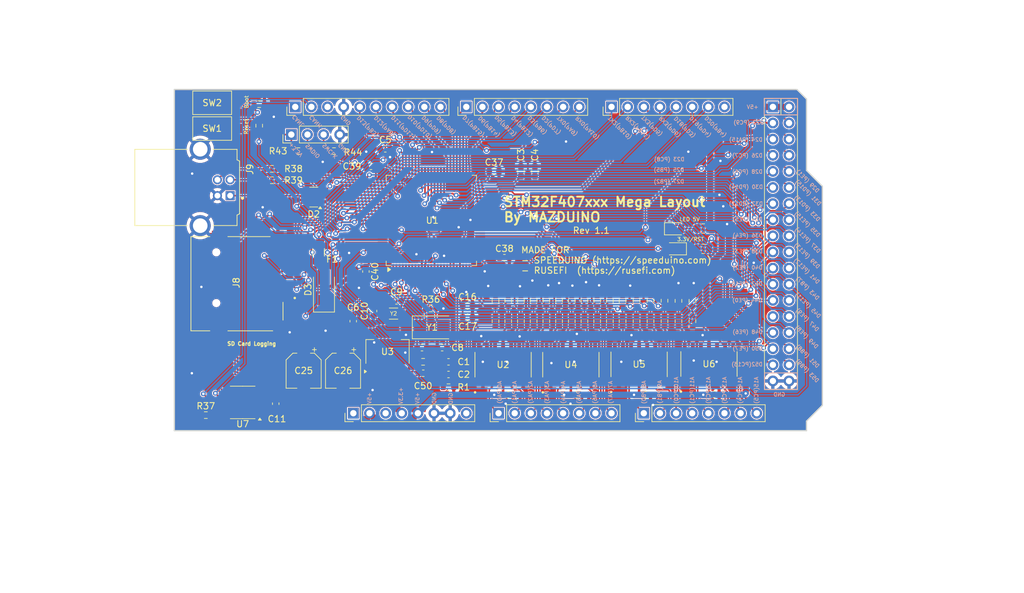
<source format=kicad_pcb>
(kicad_pcb (version 20240108) (generator "pcbnew") (generator_version "8.0")
  (layers (0 "F.Cu" signal) (31 "B.Cu" signal) (34 "B.Paste" user) (35 "F.Paste" user) (36 "B.SilkS" user "B.Silkscreen") (37 "F.SilkS" user "F.Silkscreen") (38 "B.Mask" user) (39 "F.Mask" user) (44 "Edge.Cuts" user))
  (net 0 "")
  (net 1 "/D7")
  (net 2 "/D5")
  (net 3 "/D4")
  (net 4 "/D6")
  (net 5 "/D2")
  (net 6 "/D12")
  (net 7 "/CANH")
  (net 8 "/CANL")
  (net 9 "/D11")
  (net 14 "/D8")
  (net 15 "/D13")
  (net 16 "/D9")
  (net 17 "/D10")
  (net 18 "/D20")
  (net 19 "/D21")
  (net 20 "/D25")
  (net 21 "/D31")
  (net 22 "/D24")
  (net 23 "/D33")
  (net 24 "/D39")
  (net 25 "/D41")
  (net 26 "/D42")
  (net 27 "/D47")
  (net 28 "/D48")
  (net 29 "/D35")
  (net 30 "/D26")
  (net 31 "/D49")
  (net 32 "/D37")
  (net 33 "/D29")
  (net 34 "/D30")
  (net 35 "/D36")
  (net 36 "/D34")
  (net 37 "/D22")
  (net 38 "/D50")
  (net 39 "/D45")
  (net 40 "/D23")
  (net 41 "/D28")
  (net 42 "/D44")
  (net 43 "/D32")
  (net 44 "/A1")
  (net 45 "/A2")
  (net 46 "/A3")
  (net 47 "/A6")
  (net 48 "/A0")
  (net 49 "/A7")
  (net 50 "/A4")
  (net 51 "/A5")
  (net 52 "/A8")
  (net 53 "/A12")
  (net 54 "/A11")
  (net 55 "/A14")
  (net 56 "/A13")
  (net 57 "/A15")
  (net 58 "Earth")
  (net 59 "Net-(U1-VREF+)")
  (net 60 "Net-(U1-VCAP_1)")
  (net 61 "Net-(U1-VCAP_2)")
  (net 62 "+5V")
  (net 63 "/TXD2")
  (net 64 "/USB D+")
  (net 65 "/PA6")
  (net 66 "/PA5")
  (net 67 "/D51")
  (net 68 "/PA3")
  (net 69 "/PC3")
  (net 70 "/SWDIO")
  (net 71 "/RXD3")
  (net 72 "/PC5")
  (net 73 "/RXD2")
  (net 74 "/D46")
  (net 75 "/D19")
  (net 76 "/D53")
  (net 77 "+3.3V")
  (net 78 "/TXD3")
  (net 79 "/PA1")
  (net 80 "/TXCAN")
  (net 81 "/PC4")
  (net 82 "/SPI3 MISO")
  (net 83 "/PA4")
  (net 84 "/D3")
  (net 85 "/D52")
  (net 86 "/D43")
  (net 87 "/D38")
  (net 88 "/Boot1")
  (net 89 "/PA2")
  (net 90 "/D40")
  (net 91 "/PC0")
  (net 92 "/PA7")
  (net 93 "/PC1")
  (net 94 "/Boot0")
  (net 95 "/PB0")
  (net 96 "/OSC_IN")
  (net 97 "/SPI3 CLK")
  (net 98 "/PA0")
  (net 99 "/SPI3 MOSI")
  (net 100 "/SD CS")
  (net 101 "/PC2")
  (net 102 "/OSC32_IN")
  (net 103 "/USB D-")
  (net 104 "/RXD1")
  (net 105 "/D18")
  (net 106 "/OSC_OUT")
  (net 107 "/SWCLK")
  (net 108 "/RXCAN")
  (net 109 "/PB1")
  (net 110 "/NRST")
  (net 111 "/TXD1")
  (net 112 "/OSC32_OUT")
  (net 113 "/A9")
  (net 114 "/A10")
  (net 115 "Net-(U2A--)")
  (net 116 "Net-(U2B--)")
  (net 117 "Net-(U2C--)")
  (net 118 "Net-(U2D--)")
  (net 119 "Net-(U4A--)")
  (net 120 "Net-(U4B--)")
  (net 121 "Net-(U4C--)")
  (net 123 "Net-(U4D--)")
  (net 125 "Net-(U7-Rs)")
  (net 127 "USB-Pwr")
  (net 128 "Net-(D3-A)")
  (net 129 "Net-(J9-D+)")
  (net 130 "Net-(J9-D-)")
  (net 131 "Net-(U5A--)")
  (net 132 "Net-(U5B--)")
  (net 133 "Net-(U5C--)")
  (net 134 "Net-(U5D--)")
  (net 135 "Net-(U6A--)")
  (net 136 "Net-(U6B--)")
  (net 137 "Net-(U6C--)")
  (net 138 "Net-(U6D--)")
  (net 139 "Net-(LED1-A)")
  (net 140 "Net-(LED2-K)")
  (footprint "Resistor_SMD:R_0603_1608Metric" (layer "F.Cu") (at 176.8 106 -90)
    (property "Reference" "R30" (hide yes))
    (property "Value" "470")
  )
  (footprint "Resistor_SMD:R_0603_1608Metric" (layer "F.Cu") (at 147.8 102.8 90)
    (property "Reference" "R8" (hide yes))
    (property "Value" "910")
  )
  (footprint "Package_TO_SOT_SMD:SOT-223-3_TabPin2" (layer "F.Cu") (at 128.8 110.8 90)
    (property "Reference" "U3")
    (property "Value" "AMS1117-3.3")
  )
  (footprint "Capacitor_SMD:C_0603_1608Metric" (layer "F.Cu") (at 145.575 82.4)
    (property "Reference" "C37")
    (property "Value" "100nF")
  )
  (footprint "Resistor_SMD:R_0603_1608Metric" (layer "F.Cu") (at 145.8 106 -90)
    (property "Reference" "R3" (hide yes))
    (property "Value" "470")
  )
  (footprint "Capacitor_SMD:C_0603_1608Metric" (layer "F.Cu") (at 152 82.4 -90)
    (property "Reference" "C4")
    (property "Value" "1uf")
  )
  (footprint "MCP6004T_I_SL:SOIC127P600X175-14N" (layer "F.Cu") (at 146.99 112.855 90)
    (property "Reference" "U2")
    (property "Value" "MCP6004")
  )
  (footprint "Connector_PinHeader_2.54mm:PinHeader_1x08_P2.54mm_Vertical" (layer "F.Cu") (at 164.06 72.24 90)
    (property "Reference" "J2" (hide yes))
    (property "Value" "Conn_01x08_Pin")
  )
  (footprint "Capacitor_SMD:C_0603_1608Metric" (layer "F.Cu") (at 130.2 102.8 180)
    (property "Reference" "C9")
    (property "Value" "20pF")
  )
  (footprint "Resistor_SMD:R_0603_1608Metric" (layer "F.Cu") (at 159.8 102.8 90)
    (property "Reference" "R18" (hide yes))
    (property "Value" "910")
  )
  (footprint "Resistor_SMD:R_0603_1608Metric" (layer "F.Cu") (at 110.6 82)
    (property "Reference" "R38")
    (property "Value" "22")
  )
  (footprint "Capacitor_SMD:CP_Elec_5x5.4" (layer "F.Cu") (at 115.6 113.8 -90)
    (property "Reference" "C25")
    (property "Value" "47uf")
  )
  (footprint "Resistor_SMD:R_0603_1608Metric" (layer "F.Cu") (at 134.4 112.4 180)
    (property "Reference" "R2" (hide yes))
    (property "Value" "470")
  )
  (footprint "Capacitor_SMD:C_0603_1608Metric" (layer "F.Cu") (at 134.225 110.175)
    (property "Reference" "C7" (hide yes))
    (property "Value" "12pF")
  )
  (footprint "Resistor_SMD:R_0603_1608Metric" (layer "F.Cu") (at 170.2 106 -90)
    (property "Reference" "R27" (hide yes))
    (property "Value" "470")
  )
  (footprint "Resistor_SMD:R_0603_1608Metric" (layer "F.Cu") (at 172.4 102.775 90)
    (property "Reference" "R32" (hide yes))
    (property "Value" "910")
  )
  (footprint "Capacitor_SMD:C_0603_1608Metric" (layer "F.Cu") (at 147.2 96)
    (property "Reference" "C38")
    (property "Value" "100nF")
  )
  (footprint "Resistor_SMD:R_0603_1608Metric" (layer "F.Cu") (at 114.775 79.2)
    (property "Reference" "R43")
    (property "Value" "10K")
  )
  (footprint "Resistor_SMD:R_0603_1608Metric" (layer "F.Cu") (at 149.8 102.8 90)
    (property "Reference" "R9" (hide yes))
    (property "Value" "910")
  )
  (footprint "Resistor_SMD:R_0603_1608Metric" (layer "F.Cu") (at 120.375 79.2)
    (property "Reference" "R44")
    (property "Value" "10K")
  )
  (footprint "Resistor_SMD:R_0603_1608Metric" (layer "F.Cu") (at 163.8 102.8 90)
    (property "Reference" "R24" (hide yes))
    (property "Value" "910")
  )
  (footprint "Fuse:Fuse_1206_3216Metric" (layer "F.Cu") (at 117.95 95.15 -90)
    (property "Reference" "F1")
    (property "Value" "Polyfuse_Small")
  )
  (footprint "Crystal:Crystal_SMD_5032-2Pin_5.0x3.2mm" (layer "F.Cu") (at 135.75 106.975)
    (property "Reference" "Y1")
    (property "Value" "8Mhz")
  )
  (footprint "USB_TYPE-B:ASSMANN_USB_TYPE-B" (layer "F.Cu") (at 97.265519 84.932759 -90)
    (property "Reference" "J9")
    (property "Value" "AU-Y1007")
  )
  (footprint "Capacitor_SMD:C_0603_1608Metric" (layer "F.Cu") (at 134.425 114.2 180)
    (property "Reference" "C50")
    (property "Value" "100nf")
  )
  (footprint "Resistor_SMD:R_0603_1608Metric" (layer "F.Cu") (at 157.8 102.8 90)
    (property "Reference" "R17" (hide yes))
    (property "Value" "910")
  )
  (footprint "Package_TO_SOT_SMD:SOT-143" (layer "F.Cu") (at 117.2 86.45 180)
    (property "Reference" "D2")
    (property "Value" "SP0503BAHT")
  )
  (footprint "Resistor_SMD:R_0603_1608Metric" (layer "F.Cu") (at 163.8 106 -90)
    (property "Reference" "R20" (hide yes))
    (property "Value" "470")
  )
  (footprint "Capacitor_SMD:C_0603_1608Metric" (layer "F.Cu") (at 149.8 82.4 -90)
    (property "Reference" "C3")
    (property "Value" "2.2uf")
  )
  (footprint "Resistor_SMD:R_0603_1608Metric" (layer "F.Cu") (at 174.6 102.8 90)
    (property "Reference" "R33" (hide yes))
    (property "Value" "910")
  )
  (footprint "Button_Switch_SMD:SW_SPST_CK_RS282G05A3" (layer "F.Cu") (at 101.2 71.6)
    (property "Reference" "SW2")
    (property "Value" "SW_Push")
  )
  (footprint "Capacitor_SMD:C_0603_1608Metric" (layer "F.Cu") (at 126.6 104.4 90)
    (property "Reference" "C10")
    (property "Value" "20pF")
  )
  (footprint "Resistor_SMD:R_0603_1608Metric" (layer "F.Cu") (at 165.8 106 -90)
    (property "Reference" "R21" (hide yes))
    (property "Value" "470")
  )
  (footprint "Capacitor_SMD:C_0603_1608Metric" (layer "F.Cu") (at 126.2 81.6 180)
    (property "Reference" "C39")
    (property "Value" "100nF")
  )
  (footprint "Resistor_SMD:R_0603_1608Metric" (layer "F.Cu") (at 138.4 116.4)
    (property "Reference" "R1")
    (property "Value" "910")
  )
  (footprint "Package_QFP:LQFP-100_14x14mm_P0.5mm" (layer "F.Cu") (at 135.7 90.125 90)
    (property "Reference" "U1")
    (property "Value" "STM32F407VGTx")
  )
  (footprint "Resistor_SMD:R_0603_1608Metric" (layer "F.Cu") (at 108.6 71.8 180)
    (property "Reference" "R41" (hide yes))
    (property "Value" "10k")
  )
  (footprint "Capacitor_SMD:C_0603_1608Metric" (layer "F.Cu") (at 158.575 117.6)
    (property "Reference" "C13" (hide yes))
    (property "Value" "100nF")
  )
  (footprint "Resistor_SMD:R_0603_1608Metric" (layer "F.Cu") (at 135.6 104)
    (property "Reference" "R36")
    (property "Value" "1M")
  )
  (footprint "Connector_PinHeader_2.54mm:PinHeader_1x08_P2.54mm_Vertical" (layer "F.Cu") (at 123.42 120.5 90)
    (property "Reference" "J3" (hide yes))
    (property "Value" "Conn_01x08_Pin")
  )
  (footprint "Capacitor_SMD:CP_Elec_5x5.4" (layer "F.Cu") (at 121.8 113.8 -90)
    (property "Reference" "C26")
    (property "Value" "47uf")
  )
  (footprint "Resistor_SMD:R_0603_1608Metric" (layer "F.Cu") (at 168 106 -90)
    (property "Reference" "R22" (hide yes))
    (property "Value" "470")
  )
  (footprint "Connector_PinHeader_2.54mm:PinHeader_1x08_P2.54mm_Vertical" (layer "F.Cu") (at 169.14 120.5 90)
    (property "Reference" "J5" (hide yes))
    (property "Value" "Conn_01x08_Pin")
  )
  (footprint "LED_SMD:LED_0805_2012Metric" (layer "F.Cu") (at 174.165 94.6 180)
    (property "Reference" "LED2" (hide yes))
    (property "Value" "RED")
  )
  (footprint "Button_Switch_SMD:SW_SPST_CK_RS282G05A3" (layer "F.Cu") (at 101.2 75.65)
    (property "Reference" "SW1")
    (property "Value" "SW_Push")
  )
  (footprint "Resistor_SMD:R_0603_1608Metric" (layer "F.Cu") (at 149.8 106 -90)
    (property "Reference" "R5" (hide yes))
    (property "Value" "470")
  )
  (footprint "Connector_PinHeader_2.54mm:PinHeader_1x08_P2.54mm_Vertical" (layer "F.Cu") (at 146.28 120.5 90)
    (property "Reference" "J4" (hide yes))
    (property "Value" "Conn_01x08_Pin")
  )
  (footprint "Connector_PinHeader_2.54mm:PinHeader_1x10_P2.54mm_Vertical" (layer "F.Cu") (at 114.275 72.24 90)
    (property "Reference" "J6" (hide yes))
    (property "Value" "Conn_01x10_Pin")
  )
  (footprint "LED_SMD:LED_0805_2012Metric" (layer "F.Cu") (at 174.0775 91.445)
    (property "Reference" "LED1" (hide yes))
    (property "Value" "RED")
  )
  (footprint "Capacitor_SMD:C_0603_1608Metric" (layer "F.Cu") (at 123.4 106 90)
    (property "Reference" "C6")
    (property "Value" "100nF")
  )
  (footprint "Connector_PinHeader_2.54mm:PinHeader_1x08_P2.54mm_Vertical" (layer "F.Cu") (at 141.2 72.24 90)
    (property "Reference" "J1" (hide yes))
    (property "Value" "Conn_01x08_Pin")
  )
  (footprint "Capacitor_SMD:C_0603_1608Metric" (layer "F.Cu") (at 141.4 105.4 180)
    (property "Reference" "C17")
    (property "Value" "100nF")
  )
  (footprint "Resistor_SMD:R_0603_1608Metric" (layer "F.Cu") (at 170.2 102.8 90)
    (property "Reference" "R31" (hide yes))
    (property "Value" "910")
  )
  (footprint "Resistor_SMD:R_0603_1608Metric" (layer "F.Cu") (at 151.8 106 -90)
    (property "Reference" "R6" (hide yes))
    (property "Value" "470")
  )
  (footprint "Resistor_SMD:R_0603_1608Metric" (layer "F.Cu") (at 100.2 120.8)
    (property "Reference" "R37")
    (property "Value" "4.7K")
  )
  (footprint "Resistor_SMD:R_0603_1608Metric" (layer "F.Cu") (at 153.8 106 -90)
    (property "Reference" "R11" (hide yes))
    (property "Value" "470")
  )
  (footprint "Resistor_SMD:R_0603_1608Metric" (layer "F.Cu") (at 145.8 102.8 90)
    (property "Reference" "R7" (hide yes))
    (property "Value" "910")
  )
  (footprint "Resistor_SMD:R_0805_2012Metric" (layer "F.Cu") (at 178.4875 91.4 180)
    (property "Reference" "R42" (hide yes))
    (property "Value" "470r")
  )
  (footprint "Crystal:Crystal_SMD_3215-2Pin_3.2x1.5mm" (layer "F.Cu") (at 129.75 104.8)
    (property "Reference" "Y2")
    (property "Value" "32.768KHz")
  )
  (footprint "Resistor_SMD:R_0603_1608Metric" (layer "F.Cu") (at 151.8 102.775 90)
    (property "Reference" "R10" (hide yes))
    (property "Value" "910")
  )
  (footprint "Capacitor_SMD:C_0603_1608Metric" (layer "F.Cu") (at 141.4 103.6)
    (property "Reference" "C16")
    (property "Value" "1uF")
  )
  (footprint "Capacitor_SMD:C_0603_1608Metric" (layer "F.Cu") (at 147.8 117.6)
    (property "Reference" "C12" (hide yes))
    (property "Value" "100nF")
  )
  (footprint "Resistor_SMD:R_0603_1608Metric" (layer "F.Cu") (at 176.8 102.8 90)
    (property "Reference" "R34" (hide yes))
    (property "Value" "910")
  )
  (footprint "Resistor_SMD:R_0603_1608Metric" (layer "F.Cu") (at 168 102.8 90)
    (property "Reference" "R26" (hide yes))
    (property "Value" "910")
  )
  (footprint "Package_SO:SOIC-8_3.9x4.9mm_P1.27mm" (layer "F.Cu") (at 106 118.8 180)
    (property "Reference" "U7")
    (property "Value" "MCP2551-I-SN")
  )
  (footprint "Capacitor_SMD:C_0603_1608Metric" (layer "F.Cu") (at 125.4 98.175 -90)
    (property "Reference" "C40")
    (property "Value" "100nF")
  )
  (footprint "Capacitor_SMD:C_0603_1608Metric" (layer "F.Cu") (at 169.425 117.6)
    (property "Reference" "C14" (hide yes))
    (property "Value" "100nF")
  )
  (footprint "Capacitor_SMD:C_0603_1608Metric" (layer "F.Cu") (at 180.225 117.545)
    (property "Reference" "C15" (hide yes))
    (property "Value" "100nF")
  )
  (footprint "Connector_PinHeader_2.54mm:PinHeader_1x04_P2.54mm_Vertical" (layer "F.Cu") (at 113.66 76.6 90)
    (property "Reference" "J10" (hide yes))
    (property "Value" "Conn_01x04_Pin")
  )
  (footprint "Resistor_SMD:R_0603_1608Metric" (layer "F.Cu") (at 174.6 106 -90)
    (property "Reference" "R29" (hide yes))
    (property "Value" "470")
  )
  (footprint "MCP6004T_I_SL:SOIC127P600X175-14N" (layer "F.Cu") (at 179.4 112.745 90)
    (property "Reference" "U6")
    (property "Value" "MCP6004")
  )
  (footprint "Resistor_SMD:R_0603_1608Metric" (layer "F.Cu") (at 108.6 75.2 90)
    (property "Reference" "R40" (hide yes))
    (property "Value" "10k")
  )
  (footprint "MCP6004T_I_SL:SOIC127P600X175-14N" (layer "F.Cu") (at 157.66 112.855 90)
    (property "Reference" "U4")
    (property "Value" "MCP6004")
  )
  (footprint "MCP6004T_I_SL:SOIC127P600X175-14N" (layer "F.Cu") (at 168.4 112.8 90)
    (property "Reference" "U5")
    (property "Value" "MCP6004")
  )
  (footprint "Resistor_SMD:R_0603_1608Metric" (layer "F.Cu") (at 161.8 102.8 90)
    (property "Reference" "R23" (hide yes))
    (property "Value" "910")
  )
  (footprint "Connector_PinHeader_2.54mm:PinHeader_2x18_P2.54mm_Vertical" (layer "F.Cu") (at 189.46 72.24)
    (property "Reference" "J7" (hide yes))
    (property "Value" "Conn_02x18")
  )
  (footprint "Capacitor_SMD:C_0603_1608Metric" (layer "F.Cu") (at 137.4 110.175 180)
    (property "Reference" "C8")
    (property "Value" "12pF")
  )
  (footprint "Resistor_SMD:R_0603_1608Metric" (layer "F.Cu") (at 172.4 106 -90)
    (property "Reference" "R28" (hide yes))
    (property "Value" "470")
  )
  (footprint "Resistor_SMD:R_0603_1608Metric" (layer "F.Cu") (at 165.8 102.8 90)
    (property "Reference" "R25" (hide yes))
    (property "Value" "910")
  )
  (footprint "Resistor_SMD:R_0603_1608Metric" (layer "F.Cu") (at 159.8 106 -90)
    (property "Reference" "R14" (hide yes))
    (property "Value" "470")
  )
  (footprint "Resistor_SMD:R_0603_1608Metric" (layer "F.Cu") (at 147.8 106 -90)
    (property "Reference" "R4" (hide yes))
    (property "Value" "470")
  )
  (footprint "MSD_1_A:CUI_MSD-1-A" (layer "F.Cu") (at 105.1 100.1 -90)
    (property "Reference" "J8")
    (property "Value" "MSD-1-A")
  )
  (footprint "Capacitor_SMD:C_0603_1608Metric" (layer "F.Cu") (at 128.45 78.85)
    (property "Reference" "C5")
    (property "Value" "2.2uf")
  )
  (footprint "Resistor_SMD:R_0603_1608Metric" (layer "F.Cu") (at 153.8 102.775 90)
    (property "Reference" "R15" (hide yes))
    (property "Value" "910")
  )
  (footprint "Resistor_SMD:R_0603_1608Metric" (layer "F.Cu") (at 161.8 106 -90)
    (property "Reference" "R19" (hide yes))
    (property "Value" "470")
  )
  (footprint "Capacitor_SMD:C_0603_1608Metric" (layer "F.Cu") (at 111.2 119 90)
    (property "Reference" "C11")
    (property "Value" "100nF")
  )
  (footprint "Resistor_SMD:R_0805_2012Metric" (layer "F.Cu") (at 178.4875 94.6)
    (property "Reference" "R35" (hide yes))
    (property "Value" "470r")
  )
  (footprint "Resistor_SMD:R_0603_1608Metric" (layer "F.Cu") (at 155.8 106 -90)
    (property "Reference" "R12" (hide yes))
    (property "Value" "470")
  )
  (footprint "Capacitor_SMD:C_0603_1608Metric" (layer "F.Cu") (at 138.4 114.4)
    (property "Reference" "C2")
    (property "Value" "100nF")
  )
  (footprint "Resistor_SMD:R_0603_1608Metric" (layer "F.Cu") (at 155.8 102.775 90)
    (property "Reference" "R16" (hide yes))
    (property "Value" "910")
  )
  (footprint "Diode_SMD:D_SMA" (layer "F.Cu") (at 118.8 101.05 90)
    (property "Reference" "D3")
    (property "Value" "SS13")
  )
  (footprint "Resistor_SMD:R_0603_1608Metric" (layer "F.Cu") (at 157.8 106 -90)
    (property "Reference" "R13" (hide yes))
    (property "Value" "470")
  )
  (footprint "Capacitor_SMD:C_0603_1608Metric" (layer "F.Cu") (at 138.4 112.4 180)
    (property "Reference" "C1")
    (property "Value" "1uF")
  )
  (footprint "Resistor_SMD:R_0603_1608Metric" (layer "F.Cu") (at 110.6 83.8 180)
    (property "Reference" "R39")
    (property "Value" "22")
  )
  (gr_rect (start 188.1 70.9) (end 193.35 73.5) (stroke (width 0.15)) (fill none) (layer "B.SilkS"))
  (gr_rect (start 188.15 114.15) (end 193.3 116.75) (stroke (width 0.15)) (fill none) (layer "B.SilkS"))
  (gr_line (start 95.25 69.5) (end 193.25 69.5) (stroke (width 0.2)) (layer "Edge.Cuts"))
  (gr_line (start 194.75 123.25) (end 95.25 123.25) (stroke (width 0.2)) (layer "Edge.Cuts"))
  (gr_line (start 193.25 69.5) (end 194.75 71) (stroke (width 0.2)) (layer "Edge.Cuts"))
  (gr_line (start 95.25 123.25) (end 95.25 69.5) (stroke (width 0.2)) (layer "Edge.Cuts"))
  (gr_line (start 197.25 84.75) (end 197.25 119.25) (stroke (width 0.2)) (layer "Edge.Cuts"))
  (gr_line (start 194.75 82.25) (end 197.25 84.75) (stroke (width 0.2)) (layer "Edge.Cuts"))
  (gr_line (start 197.25 119.25) (end 194.75 121.75) (stroke (width 0.2)) (layer "Edge.Cuts"))
  (gr_line (start 194.75 71) (end 194.75 82.25) (stroke (width 0.2)) (layer "Edge.Cuts"))
  (gr_line (start 194.75 121.75) (end 194.75 123.25) (stroke (width 0.2)) (layer "Edge.Cuts"))
  (gr_text "A5(PA5)" (at 159.3 115.35 90) (layer "B.SilkS") (effects (font (size 0.6 0.6) (thickness 0.1) (bold yes)) (justify left bottom mirror)))
  (gr_text "D4(PB12)" (at 148.65 73.5 135) (layer "B.SilkS") (effects (font (size 0.6 0.6) (thickness 0.1) (bold yes)) (justify left bottom mirror)))
  (gr_text "D47 (PE9)" (at 196.35 107.75 315) (layer "B.SilkS") (effects (font (size 0.6 0.6) (thickness 0.1) (bold yes)) (justify left bottom mirror)))
  (gr_text "D31 (PD15)" (at 196.7 87.95 -45) (layer "B.SilkS") (effects (font (size 0.6 0.6) (thickness 0.1) (bold yes)) (justify left bottom mirror)))
  (gr_text "TX0(PA9)" (at 155.85 73.5 135) (layer "B.SilkS") (effects (font (size 0.6 0.6) (thickness 0.1) (bold yes)) (justify left bottom mirror)))
  (gr_text "D9(PD9)" (at 134.55 73.45 135) (layer "B.SilkS") (effects (font (size 0.6 0.6) (thickness 0.1) (bold yes)) (justify left bottom mirror)))
  (gr_text "D5(PB13)" (at 146.05 73.4 135) (layer "B.SilkS") (effects (font (size 0.6 0.6) (thickness 0.1) (bold yes)) (justify left bottom mirror)))
  (gr_text "D23 (PC8)" (at 175.6 80.85 0) (layer "B.SilkS") (effects (font (size 0.6 0.6) (thickness 0.1) (bold yes)) (justify left bottom mirror)))
  (gr_text "D11(PD11)" (at 129.75 73.45 135) (layer "B.SilkS") (effects (font (size 0.6 0.6) (thickness 0.1) (bold yes)) (justify left bottom mirror)))
  (gr_text "D41 (PE12)" (at 196.45 100.25 315) (layer "B.SilkS") (effects (font (size 0.6 0.6) (thickness 0.1) (bold yes)) (justify left bottom mirror)))
  (gr_text "D44 (PE0)" (at 187.85 103.05 0) (layer "B.SilkS") (effects (font (size 0.6 0.6) (thickness 0.1) (bold yes)) (justify left bottom mirror)))
  (gr_text "A9(PB1)" (at 172 115.25 90) (layer "B.SilkS") (effects (font (size 0.6 0.6) (thickness 0.1) (bold yes)) (justify left bottom mirror)))
  (gr_text "D45 (PE11)" (at 196.65 105.65 315) (layer "B.SilkS") (effects (font (size 0.6 0.6) (thickness 0.1) (bold yes)) (justify left bottom mirror)))
  (gr_text "TX2(PB10)" (at 163.9 73.55 135) (layer "B.SilkS") (effects (font (size 0.6 0.6) (thickness 0.1) (bold yes)) (justify left bottom mirror)))
  (gr_text "D24 (PA15)" (at 187.9 77.75 0) (layer "B.SilkS") (effects (font (size 0.6 0.6) (thickness 0.1) (bold yes)) (justify left bottom mirror)))
  (gr_text "+5V" (at 187.25 72.6 0) (layer "B.SilkS") (effects (font (size 0.6 0.6) (thickness 0.1) (bold yes)) (justify left bottom mirror)))
  (gr_text "RX2(PB11)" (at 166.65 73.5 135) (layer "B.SilkS") (effects (font (size 0.6 0.6) (thickness 0.1) (bold yes)) (justify left bottom mirror)))
  (gr_text "D7(PB15)" (at 141 73.45 135) (layer "B.SilkS") (effects (font (size 0.6 0.6) (thickness 0.1) (bold yes)) (justify left bottom mirror)))
  (gr_text "D19(PD4)" (at 176.7 73.55 135) (layer "B.SilkS") (effects (font (size 0.6 0.6) (thickness 0.1) (bold yes)) (justify left bottom mirror)))
  (gr_text "A8(PB0)" (at 169.5 115.3 90) (layer "B.SilkS") (effects (font (size 0.6 0.6) (thickness 0.1) (bold yes)) (justify left bottom mirror)))
  (gr_text "A0(PA0)" (at 146.8 115.35 90) (layer "B.SilkS") (effects (font (size 0.6 0.6) (thickness 0.1) (bold yes)) (justify left bottom mirror)))
  (gr_text "D42 (PE10)" (at 187.9 100.45 0) (layer "B.SilkS") (effects (font (size 0.6 0.6) (thickness 0.1) (bold yes)) (justify left bottom mirror)))
  (gr_text "A7(PA7)" (at 164.25 115.35 90) (layer "B.SilkS") (effects (font (size 0.6 0.6) (thickness 0.1) (bold yes)) (justify left bottom mirror)))
  (gr_text "D6(PB14)" (at 143.45 73.55 135) (layer "B.SilkS") (effects (font (size 0.6 0.6) (thickness 0.1) (bold yes)) (justify left bottom mirror)))
  (gr_text "D36 (PE4)" (at 187.9 92.85 0) (layer "B.SilkS") (effects (font (size 0.6 0.6) (thickness 0.1) (bold yes)) (justify left bottom mirror)))
  (gr_text "D52(PC13)" (at 187.9 113.15 0) (layer "B.SilkS") (effects (font (size 0.6 0.6) (thickness 0.1) (bold yes)) (justify left bottom mirror)))
  (gr_text "SWDIO" (at 116.25 77.9 135) (layer "B.SilkS") (effects (font (size 0.6 0.6) (thickness 0.1) (bold yes)) (justify left bottom mirror)))
  (gr_text "D22 (PC9)" (at 188.1 75.05 0) (layer "B.SilkS") (effects (font (size 0.6 0.6) (thickness 0.1) (bold yes)) (justify left bottom mirror)))
  (gr_text "D43 (PB7)" (at 196.4 102.8 315) (layer "B.SilkS") (effects (font (size 0.6 0.6) (thickness 0.1) (bold yes)) (justify left bottom mirror)))
  (gr_text "GND" (at 139.1 117.2 90) (layer "B.SilkS") (effects (font (size 0.6 0.6) (thickness 0.1) (bold yes)) (justify left bottom mirror)))
  (gr_text "A11(PC1)" (at 177.1 114.7 90) (layer "B.SilkS") (effects (font (size 0.6 0.6) (thickness 0.1) (bold yes)) (justify left bottom mirror)))
  (gr_text "A2(PA2)" (at 151.65 115.35 90) (layer "B.SilkS") (effects (font (size 0.6 0.6) (thickness 0.1) (bold yes)) (justify left bottom mirror)))
  (gr_text "D25 (PB5)" (at 175.55 82.5 0) (layer "B.SilkS") (effects (font (size 0.6 0.6) (thickness 0.1) (bold yes)) (justify left bottom mirror)))
  (gr_text "D48 (PE6)" (at 187.9 108.05 0) (layer "B.SilkS") (effects (font (size 0.6 0.6) (thickness 0.1) (bold yes)) (justify left bottom mirror)))
  (gr_text "RX3(PD6)" (at 171.9 73.55 135) (layer "B.SilkS") (effects (font (size 0.6 0.6) (thickness 0.1) (bold yes)) (justify left bottom mirror)))
  (gr_text "GND" (at 121.4 77.8 135) (layer "B.SilkS") (effects (font (size 0.6 0.6) (thickness 0.1) (bold yes)) (justify left bottom mirror)))
  (gr_text "+5V" (at 133.85 117.15 90) (layer "B.SilkS") (effects (font (size 0.6 0.6) (thickness 0.1) (bold yes)) (justify left bottom mirror)))
  (gr_text "GND" (at 121.8 73.4 135) (layer "B.SilkS") (effects (font (size 0.6 0.6) (thickness 0.1) (bold yes)) (justify left bottom mirror)))
  (gr_text "A4(PA4)" (at 156.8 115.35 90) (layer "B.SilkS") (effects (font (size 0.6 0.6) (thickness 0.1) (bold yes)) (justify left bottom mirror)))
  (gr_text "A13(PC3)" (at 182.2 114.7 90) (layer "B.SilkS") (effects (font (size 0.6 0.6) (thickness 0.1) (bold yes)) (justify left bottom mirror)))
  (gr_text "D34 (PE5)" (at 187.9 90.3 0) (layer "B.SilkS") (effects (font (size 0.6 0.6) (thickness 0.1) (bold yes)) (justify left bottom mirror)))
  (gr_text "+3.3V" (at 113.6 77.75 135) (layer "B.SilkS") (effects (font (size 0.6 0.6) (thickness 0.1) (bold yes)) (justify left bottom mirror)))
  (gr_text "A12(PC2)" (at 179.65 114.7 90) (layer "B.SilkS") (effects (font (size 0.6 0.6) (thickness 0.1) (bold yes)) (justify left bottom mirror)))
  (gr_text "D13(PB3)" (at 124.35 73.5 135) (layer "B.SilkS") (effects (font (size 0.6 0.6) (thickness 0.1) (bold yes)) (justify left bottom mirror)))
  (gr_text "A6(PA6)" (at 161.8 115.35 90) (layer "B.SilkS") (effects (font (size 0.6 0.6) (thickness 0.1) (bold yes)) (justify left bottom mirror)))
  (gr_text "D29 (PE1)" (at 196.4 85.9 -45) (layer "B.SilkS") (effects (font (size 0.6 0.6) (thickness 0.1) (bold yes)) (justify left bottom mirror)))
  (gr_text "TX3(PD5)" (at 169.15 73.45 135) (layer "B.SilkS") (effects (font (size 0.6 0.6) (thickness 0.1) (bold yes)) (justify left bottom mirror)))
  (gr_text "D35 (PE15)" (at 196.55 92.9 315) (layer "B.SilkS") (effects (font (size 0.6 0.6) (thickness 0.1) (bold yes)) (justify left bottom mirror)))
  (gr_text "GND" (at 136.5 117.15 90) (layer "B.SilkS") (effects (font (size 0.6 0.6) (thickness 0.1) (bold yes)) (justify left bottom mirror)))
  (gr_text "SWCLK" (at 118.9 77.85 135) (layer "B.SilkS") (effects (font (size 0.6 0.6) (thickness 0.1) (bold yes)) (justify left bottom mirror)))
  (gr_text "D3(PB6)" (at 151.25 73.5 135) (layer "B.SilkS") (effects (font (size 0.6 0.6) (thickness 0.1) (bold yes)) (justify left bottom mirror)))
  (gr_text "D33 (PD13)" (at 196.55 90.4 315) (layer "B.SilkS") (effects (font (size 0.6 0.6) (thickness 0.1) (bold yes)) (justify left bottom mirror)))
  (gr_text "GND" (at 191.45 117.9 0) (layer "B.SilkS") (effects (font (size 0.6 0.6) (thickness 0.1) (bold yes)) (justify left bottom mirror)))
  (gr_text "CANL" (at 114.15 73.35 135) (layer "B.SilkS") (effects (font (size 0.6 0.6) (thickness 0.1) (bold yes)) (justify left bottom mirror)))
  (gr_text "D32 (PD12)" (at 187.95 87.85 0) (layer "B.SilkS") (effects (font (size 0.6 0.6) (thickness 0.1) (bold yes)) (justify left bottom mirror)))
  (gr_text "A15(PC5)" (at 187.2 114.7 90) (layer "B.SilkS") (effects (font (size 0.6 0.6) (thickness 0.1) (bold yes)) (justify left bottom mirror)))
  (gr_text "D2(PD7)" (at 153.45 73.5 135) (layer "B.SilkS") (effects (font (size 0.6 0.6) (thickness 0.1) (bold yes)) (justify left bottom mirror)))
  (gr_text "A14(PC4)" (at 184.65 114.7 90) (layer "B.SilkS") (effects (font (size 0.6 0.6) (thickness 0.1) (bold yes)) (justify left bottom mirror)))
  (gr_text "D10(PD10)" (at 132.35 73.35 135) (layer "B.SilkS") (effects (font (size 0.6 0.6) (thickness 0.1) (bold yes)) (justify left bottom mirror)))
  (gr_text "D18(PD3)" (at 174.25 73.6 135) (layer "B.SilkS") (effects (font (size 0.6 0.6) (thickness 0.1) (bold yes)) (justify left bottom mirror)))
  (gr_text "D49 (PE8)" (at 196.25 110.45 315) (layer "B.SilkS") (effects (font (size 0.6 0.6) (thickness 0.1) (bold yes)) (justify left bottom mirror)))
  (gr_text "D26 (PC7)" (at 187.9 80.25 0) (layer "B.SilkS") (effects (font (size 0.6 0.6) (thickness 0.1) (bold yes)) (justify left bottom mirror)))
  (gr_text "D8(PD8)" (at 136.9 73.5 135) (layer "B.SilkS") (effects (font (size 0.6 0.6) (thickness 0.1) (bold yes)) (justify left bottom mirror)))
  (gr_text "D39 (PE13)" (at 196.5 97.85 315) (layer "B.SilkS") (effects (font (size 0.6 0.6) (thickness 0.1) (bold yes)) (justify left bottom mirror)))
  (gr_text "D51 (PB8)" (at 196.4 113.5 315) (layer "B.SilkS") (effects (font (size 0.6 0.6) (thickness 0.1) (bold yes)) (justify left bottom mirror)))
  (gr_text "A3(PA3)" (at 154.25 115.35 90) (layer "B.SilkS") (effects (font (size 0.6 0.6) (thickness 0.1) (bold yes)) (justify left bottom mirror)))
  (gr_text "+5V" (at 126.3 117.15 90) (layer "B.SilkS") (effects (font (size 0.6 0.6) (thickness 0.1) (bold yes)) (justify left bottom mirror)))
  (gr_text "D20(PB4)" (at 179.1 73.55 135) (layer "B.SilkS") (effects (font (size 0.6 0.6) (thickness 0.1) (bold yes)) (justify left bottom mirror)))
  (gr_text "D30 (PD14)" (at 187.95 85.2 0) (layer "B.SilkS") (effects (font (size 0.6 0.6) (thickness 0.1) (bold yes)) (justify left bottom mirror)))
  (gr_text "D12(PA8)" (at 127.05 73.5 135) (layer "B.SilkS") (effects (font (size 0.6 0.6) (thickness 0.1) (bold yes)) (justify left bottom mirror)))
  (gr_text "+3.3V" (at 131.25 116.35 90) (layer "B.SilkS") (effects (font (size 0.6 0.6) (thickness 0.1) (bold yes)) (justify left bottom mirror)))
  (gr_text "D38 (PE3)" (at 187.9 95.35 0) (layer "B.SilkS") (effects (font (size 0.6 0.6) (thickness 0.1) (bold yes)) (justify left bottom mirror)))
  (gr_text "D28 (PC6)" (at 187.9 82.8 0) (layer "B.SilkS") (effects (font (size 0.6 0.6) (thickness 0.1) (bold yes)) (justify left bottom mirror)))
  (gr_text "D27 (PB2)" (at 175.55 84.35 0) (layer "B.SilkS") (effects (font (size 0.6 0.6) (thickness 0.1) (bold yes)) (justify left bottom mirror)))
  (gr_text "D53 (PB9)" (at 196.35 115.8 315) (layer "B.SilkS") (effects (font (size 0.6 0.6) (thickness 0.1) (bold yes)) (justify left bottom mirror)))
  (gr_text "A1(PA1)" (at 149.15 115.35 90) (layer "B.SilkS") (effects (font (size 0.6 0.6) (thickness 0.1) (bold yes)) (justify left bottom mirror)))
  (gr_text "RX0(PA10)" (at 158.75 73.55 135) (layer "B.SilkS") (effects (font (size 0.6 0.6) (thickness 0.1) (bold yes)) (justify left bottom mirror)))
  (gr_text "D37 (PE14)" (at 196.6 95.4 315) (layer "B.SilkS") (effects (font (size 0.6 0.6) (thickness 0.1) (bold yes)) (justify left bottom mirror)))
  (gr_text "D50 (PE7)" (at 187.9 110.65 0) (layer "B.SilkS") (effects (font (size 0.6 0.6) (thickness 0.1) (bold yes)) (justify left bottom mirror)))
  (gr_text "CANH" (at 116.85 73.4 135) (layer "B.SilkS") (effects (font (size 0.6 0.6) (thickness 0.1) (bold yes)) (justify left bottom mirror)))
  (gr_text "A10(PC0)" (at 174.6 114.7 90) (layer "B.SilkS") (effects (font (size 0.6 0.6) (thickness 0.1) (bold yes)) (justify left bottom mirror)))
  (gr_text "D40 (PE2)" (at 187.9 97.9 0) (layer "B.SilkS") (effects (font (size 0.6 0.6) (thickness 0.1) (bold yes)) (justify left bottom mirror)))
  (gr_text "LED 5V" (at 176.35 89.95 0) (layer "F.SilkS") (effects (font (size 0.6 0.6) (thickness 0.1) (bold yes))))
  (gr_text "STM32F407xxx Mega Layout\nBy MAZDUINO" (at 146.95 90.5 0) (layer "F.SilkS") (effects (font (size 1.5 1.5) (thickness 0.3) (bold yes)) (justify left bottom)))
  (gr_text "MADE FOR\n- SPEEDUINO (https://speeduino.com)\n- RUSEFI  (https://rusefi.com)\n\n" (at 149.75 100.2 0) (layer "F.SilkS") (effects (font (size 1 1)) (justify left bottom)))
  (gr_text "Reset" (at 106.9 76.65 90) (layer "F.SilkS") (effects (font (size 0.6 0.6) (thickness 0.1) (bold yes)) (justify left bottom)))
  (gr_text "Boot" (at 106.95 72.55 90) (layer "F.SilkS") (effects (font (size 0.6 0.6) (thickness 0.1) (bold yes)) (justify left bottom)))
  (gr_text "3.3V/RST" (at 176.5 93.1 0) (layer "F.SilkS") (effects (font (size 0.6 0.6) (thickness 0.1) (bold yes))))
  (gr_text "SD Card Logging" (at 103.5 109.9 0) (layer "F.SilkS") (effects (font (size 0.6 0.6) (thickness 0.15) (bold yes)) (justify left bottom)))
  (gr_text "Rev 1.1" (at 157.9 92.3 0) (layer "F.SilkS") (effects (font (size 1 1)) (justify left bottom)))
  (segment (start 140.2 73.24) (end 140.2 82.45) (width 0.25) (layer "F.Cu") (net 1))
  (segment (start 141.2 72.24) (end 140.2 73.24) (width 0.25) (layer "F.Cu") (net 1))
  (segment (start 141.2 77.32) (end 141.2 82.45) (width 0.25) (layer "F.Cu") (net 2))
  (segment (start 146.28 72.24) (end 141.2 77.32) (width 0.25) (layer "F.Cu") (net 2))
  (segment (start 141.6024 79.4576) (end 141.6024 81.2) (width 0.25) (layer "F.Cu") (net 3))
  (segment (start 141.6024 81.2) (end 141.7 81.2976) (width 0.25) (layer "F.Cu") (net 3))
  (segment (start 141.7 81.2976) (end 141.7 82.45) (width 0.25) (layer "F.Cu") (net 3))
  (segment (start 148.82 72.24) (end 141.6024 79.4576) (width 0.25) (layer "F.Cu") (net 3))
  (segment (start 143.74 72.24) (end 143.74 73.16) (width 0.25) (layer "F.Cu") (net 4))
  (segment (start 140.7 76.2) (end 140.7 82.45) (width 0.25) (layer "F.Cu") (net 4))
  (segment (start 143.74 73.16) (end 140.7 76.2) (width 0.25) (layer "F.Cu") (net 4))
  (segment (start 122.177281 90.8082) (end 122.977479 90.8082) (width 0.25) (layer "F.Cu") (net 5))
  (segment (start 123.718801 91.1976) (end 124.791401 90.125) (width 0.25) (layer "F.Cu") (net 5))
  (segment (start 120.637544 92.183579) (end 120.801902 92.183579) (width 0.25) (layer "F.Cu") (net 5))
  (segment (start 122.977479 90.8082) (end 123.366879 91.1976) (width 0.25) (layer "F.Cu") (net 5))
  (segment (start 123.366879 91.1976) (end 123.718801 91.1976) (width 0.25) (layer "F.Cu") (net 5))
  (segment (start 124.791401 90.125) (end 128.025 90.125) (width 0.25) (layer "F.Cu") (net 5))
  (segment (start 120.801902 92.183579) (end 122.177281 90.8082) (width 0.25) (layer "F.Cu") (net 5))
  (via (at 120.637544 92.183579) (size 0.762) (drill 0.381) (layers "F.Cu" "B.Cu") (net 5))
  (segment (start 119.6024 87.0476) (end 128.236799 78.413201) (width 0.25) (layer "B.Cu") (net 5))
  (segment (start 119.6024 90.6024) (end 119.6024 87.0476) (width 0.25) (layer "B.Cu") (net 5))
  (segment (start 148.5876 77.5524) (end 153.9 72.24) (width 0.25) (layer "B.Cu") (net 5))
  (segment (start 131.139398 78.060801) (end 131.647799 77.5524) (width 0.25) (layer "B.Cu") (net 5))
  (segment (start 129.1562 78.413201) (end 129.5086 78.060801) (width 0.25) (layer "B.Cu") (net 5))
  (segment (start 131.647799 77.5524) (end 148.5876 77.5524) (width 0.25) (layer "B.Cu") (net 5))
  (segment (start 129.5086 78.060801) (end 131.139398 78.060801) (width 0.25) (layer "B.Cu") (net 5))
  (segment (start 128.236799 78.413201) (end 129.1562 78.413201) (width 0.25) (layer "B.Cu") (net 5))
  (segment (start 120.637544 92.183579) (end 120.637544 91.637544) (width 0.25) (layer "B.Cu") (net 5))
  (segment (start 120.637544 91.637544) (end 119.6024 90.6024) (width 0.25) (layer "B.Cu") (net 5))
  (segment (start 133.7 79.65) (end 133.7 82.45) (width 0.25) (layer "F.Cu") (net 6))
  (segment (start 134.4584 78.8916) (end 133.7 79.65) (width 0.25) (layer "F.Cu") (net 6))
  (segment (start 134.4584 78.3084) (end 134.4584 78.8916) (width 0.25) (layer "F.Cu") (net 6))
  (segment (start 129.5 75.35) (end 131.5 75.35) (width 0.25) (layer "F.Cu") (net 6))
  (segment (start 131.5 75.35) (end 134.4584 78.3084) (width 0.25) (layer "F.Cu") (net 6))
  (segment (start 126.975 72.24) (end 126.975 72.825) (width 0.25) (layer "F.Cu") (net 6))
  (segment (start 126.975 72.825) (end 129.5 75.35) (width 0.25) (layer "F.Cu") (net 6))
  (segment (start 103.525 119.435) (end 101.785 119.435) (width 0.25) (layer "F.Cu") (net 7))
  (segment (start 101.785 119.435) (end 99.8 117.45) (width 0.25) (layer "F.Cu") (net 7))
  (via (at 99.8 117.45) (size 0.762) (drill 0.381) (layers "F.Cu" "B.Cu") (net 7))
  (segment (start 115.6876 71.1126) (end 116.815 72.24) (width 0.25) (layer "B.Cu") (net 7))
  (segment (start 99.8 117.45) (end 105.9476 111.3024) (width 0.25) (layer "B.Cu") (net 7))
  (segment (start 105.9476 111.3024) (end 105.9476 72.402201) (width 0.25) (layer "B.Cu") (net 7))
  (segment (start 105.9476 72.402201) (end 107.237201 71.1126) (width 0.25) (layer "B.Cu") (net 7))
  (segment (start 107.237201 71.1126) (end 115.6876 71.1126) (width 0.25) (layer "B.Cu") (net 7))
  (segment (start 102.515 118.165) (end 103.525 118.165) (width 0.25) (layer "F.Cu") (net 8))
  (segment (start 101.7 117.35) (end 102.515 118.165) (width 0.25) (layer "F.Cu") (net 8))
  (via (at 101.7 117.35) (size 0.762) (drill 0.381) (layers "F.Cu" "B.Cu") (net 8))
  (segment (start 107.403881 71.515) (end 106.35 72.568881) (width 0.25) (layer "B.Cu") (net 8))
  (segment (start 106.35 112.7) (end 101.7 117.35) (width 0.25) (layer "B.Cu") (net 8))
  (segment (start 114.275 72.24) (end 113.55 71.515) (width 0.25) (layer "B.Cu") (net 8))
  (segment (start 106.35 72.568881) (end 106.35 112.7) (width 0.25) (layer "B.Cu") (net 8))
  (segment (start 113.55 71.515) (end 107.403881 71.515) (width 0.25) (layer "B.Cu") (net 8))
  (segment (start 136.3416 78.5416) (end 136.572719 78.5416) (width 0.25) (layer "F.Cu") (net 9))
  (segment (start 136.572719 78.5416) (end 138.2 80.168881) (width 0.25) (layer "F.Cu") (net 9))
  (segment (start 129.515 72.965) (end 130.25 73.7) (width 0.25) (layer "F.Cu") (net 9))
  (segment (start 129.515 72.24) (end 129.515 72.965) (width 0.25) (layer "F.Cu") (net 9))
  (segment (start 131.5 73.7) (end 136.3416 78.5416) (width 0.25) (layer "F.Cu") (net 9))
  (segment (start 138.2 80.168881) (end 138.2 82.45) (width 0.25) (layer "F.Cu") (net 9))
  (segment (start 130.25 73.7) (end 131.5 73.7) (width 0.25) (layer "F.Cu") (net 9))
  (segment (start 137.135 72.24) (end 139.7 74.805) (width 0.25) (layer "F.Cu") (net 14))
  (segment (start 139.7 74.805) (end 139.7 82.45) (width 0.25) (layer "F.Cu") (net 14))
  (segment (start 123.200199 91.6) (end 123.885481 91.6) (width 0.25) (layer "F.Cu") (net 15))
  (segment (start 123.066799 91.4666) (end 123.200199 91.6) (width 0.25) (layer "F.Cu") (net 15))
  (segment (start 125.7 77) (end 127.316481 77) (width 0.25) (layer "F.Cu") (net 15))
  (segment (start 124.435 72.24) (end 124.435 75.735) (width 0.25) (layer "F.Cu") (net 15))
  (segment (start 122.45 91.4666) (end 123.066799 91.4666) (width 0.25) (layer "F.Cu") (net 15))
  (segment (start 128.45 78.133519) (end 128.45 80.2502) (width 0.25) (layer "F.Cu") (net 15))
  (segment (start 128.45 80.2502) (end 128.1001 80.6001) (width 0.25) (layer "F.Cu") (net 15))
  (segment (start 123.885481 91.6) (end 124.860481 90.625) (width 0.25) (layer "F.Cu") (net 15))
  (segment (start 127.316481 77) (end 128.45 78.133519) (width 0.25) (layer "F.Cu") (net 15))
  (segment (start 124.435 75.735) (end 125.7 77) (width 0.25) (layer "F.Cu") (net 15))
  (segment (start 124.860481 90.625) (end 128.025 90.625) (width 0.25) (layer "F.Cu") (net 15))
  (via (at 122.45 91.4666) (size 0.762) (drill 0.381) (layers "F.Cu" "B.Cu") (net 15))
  (via (at 128.1001 80.6001) (size 0.762) (drill 0.381) (layers "F.Cu" "B.Cu") (net 15))
  (segment (start 121.31908 91.75) (end 120.0048 90.43572) (width 0.25) (layer "B.Cu") (net 15))
  (segment (start 120.0048 87.21428) (end 126.61898 80.6001) (width 0.25) (layer "B.Cu") (net 15))
  (segment (start 126.61898 80.6001) (end 128.1001 80.6001) (width 0.25) (layer "B.Cu") (net 15))
  (segment (start 122.1666 91.75) (end 121.31908 91.75) (width 0.25) (layer "B.Cu") (net 15))
  (segment (start 122.45 91.4666) (end 122.1666 91.75) (width 0.25) (layer "B.Cu") (net 15))
  (segment (start 120.0048 90.43572) (end 120.0048 87.21428) (width 0.25) (layer "B.Cu") (net 15))
  (segment (start 139.2 76.845) (end 139.2 82.45) (width 0.25) (layer "F.Cu") (net 16))
  (segment (start 134.595 72.24) (end 139.2 76.845) (width 0.25) (layer "F.Cu") (net 16))
  (segment (start 132.055 72.24) (end 138.7 78.885) (width 0.25) (layer "F.Cu") (net 17))
  (segment (start 138.7 78.885) (end 138.7 82.45) (width 0.25) (layer "F.Cu") (net 17))
  (segment (start 127.224552 91.125) (end 128.025 91.125) (width 0.25) (layer "F.Cu") (net 18))
  (segment (start 124.95 91.4666) (end 125.0834 91.6) (width 0.25) (layer "F.Cu") (net 18))
  (segment (start 126.749552 91.6) (end 127.224552 91.125) (width 0.25) (layer "F.Cu") (net 18))
  (segment (start 125.0834 91.6) (end 126.749552 91.6) (width 0.25) (layer "F.Cu") (net 18))
  (via (at 124.95 91.4666) (size 0.762) (drill 0.381) (layers "F.Cu" "B.Cu") (net 18))
  (segment (start 124.95 90.25) (end 133.412002 81.787998) (width 0.25) (layer "B.Cu") (net 18))
  (segment (start 133.412002 81.787998) (end 169.752002 81.787998) (width 0.25) (layer "B.Cu") (net 18))
  (segment (start 124.95 91.4666) (end 124.95 90.25) (width 0.25) (layer "B.Cu") (net 18))
  (segment (start 169.752002 81.787998) (end 179.3 72.24) (width 0.25) (layer "B.Cu") (net 18))
  (segment (start 187.247679 75.9074) (end 186.237479 76.9176) (width 0.25) (layer "F.Cu") (net 20))
  (segment (start 175.465601 81.934399) (end 169.4 88) (width 0.25) (layer "F.Cu") (net 20))
  (segment (start 192 77.32) (end 190.5874 75.9074) (width 0.25) (layer "F.Cu") (net 20))
  (segment (start 190.5874 75.9074) (end 187.247679 75.9074) (width 0.25) (layer "F.Cu") (net 20))
  (segment (start 169.4 88) (end 169.4 91.2) (width 0.25) (layer "F.Cu") (net 20))
  (segment (start 131 91.6) (end 130.8 91.6) (width 0.25) (layer "F.Cu") (net 20))
  (segment (start 182.4 79.610481) (end 182.4 79.8) (width 0.25) (layer "F.Cu") (net 20))
  (segment (start 130.775 91.625) (end 128.025 91.625) (width 0.25) (layer "F.Cu") (net 20))
  (segment (start 185.092881 76.9176) (end 182.4 79.610481) (width 0.25) (layer "F.Cu") (net 20))
  (segment (start 178.2 81.934399) (end 175.465601 81.934399) (width 0.25) (layer "F.Cu") (net 20))
  (segment (start 130.8 91.6) (end 130.775 91.625) (width 0.25) (layer "F.Cu") (net 20))
  (segment (start 186.237479 76.9176) (end 185.092881 76.9176) (width 0.25) (layer "F.Cu") (net 20))
  (via (at 178.2 81.934399) (size 0.762) (drill 0.381) (layers "F.Cu" "B.Cu") (net 20))
  (via (at 131 91.6) (size 0.762) (drill 0.381) (layers "F.Cu" "B.Cu") (net 20))
  (via (at 169.4 91.2) (size 0.762) (drill 0.381) (layers "F.Cu" "B.Cu") (net 20))
  (via (at 182.4 79.8) (size 0.762) (drill 0.381) (layers "F.Cu" "B.Cu") (net 20))
  (segment (start 131.5 92.1) (end 131 91.6) (width 0.25) (layer "B.Cu") (net 20))
  (segment (start 180.334399 79.8) (end 182.4 79.8) (width 0.25) (layer "B.Cu") (net 20))
  (segment (start 178.2 81.934399) (end 180.334399 79.8) (width 0.25) (layer "B.Cu") (net 20))
  (segment (start 168.5 92.1) (end 131.5 92.1) (width 0.25) (layer "B.Cu") (net 20))
  (segment (start 169.4 91.2) (end 168.5 92.1) (width 0.25) (layer "B.Cu") (net 20))
  (segment (start 190.7476 83.6876) (end 192 84.94) (width 0.25) (layer "F.Cu") (net 21))
  (segment (start 185.8832 86.3168) (end 188.5124 83.6876) (width 0.25) (layer "F.Cu") (net 21))
  (segment (start 136.978901 87.3416) (end 136.7916 87.3416) (width 0.25) (layer "F.Cu") (net 21))
  (segment (start 188.5124 83.6876) (end 190.7476 83.6876) (width 0.25) (layer "F.Cu") (net 21))
  (segment (start 136.2 86.75) (end 136.2 82.45) (width 0.25) (layer "F.Cu") (net 21))
  (segment (start 186.285597 90.5344) (end 185.8832 90.132003) (width 0.25) (layer "F.Cu") (net 21))
  (segment (start 136.7916 87.3416) (end 136.2 86.75) (width 0.25) (layer "F.Cu") (net 21))
  (segment (start 185.8832 90.132003) (end 185.8832 86.3168) (width 0.25) (layer "F.Cu") (net 21))
  (via (at 136.978901 87.3416) (size 0.762) (drill 0.381) (layers "F.Cu" "B.Cu") (net 21))
  (via (at 186.285597 90.5344) (size 0.762) (drill 0.381) (layers "F.Cu" "B.Cu") (net 21))
  (segment (start 186.285597 90.5344) (end 185.8832 90.132003) (width 0.25) (layer "B.Cu") (net 21))
  (segment (start 185.8832 90.132003) (end 185.8832 89.05228) (width 0.25) (layer "B.Cu") (net 21))
  (segment (start 185.8832 89.05228) (end 181.83812 85.0072) (width 0.25) (layer "B.Cu") (net 21))
  (segment (start 181.83812 85.0072) (end 144.22372 85.0072) (width 0.25) (layer "B.Cu") (net 21))
  (segment (start 141.63332 87.5976) (end 137.234901 87.5976) (width 0.25) (layer "B.Cu") (net 21))
  (segment (start 144.22372 85.0072) (end 141.63332 87.5976) (width 0.25) (layer "B.Cu") (net 21))
  (segment (start 137.234901 87.5976) (end 136.978901 87.3416) (width 0.25) (layer "B.Cu") (net 21))
  (segment (start 184.9416 78) (end 185.6216 77.32) (width 0.25) (layer "F.Cu") (net 22))
  (segment (start 186.0708 77.320001) (end 186.404158 77.320001) (width 0.25) (layer "F.Cu") (net 22))
  (segment (start 186.404158 77.320001) (end 187.414359 76.3098) (width 0.25) (layer "F.Cu") (net 22))
  (segment (start 128.825448 84.625) (end 128.025 84.625) (width 0.25) (layer "F.Cu") (net 22))
  (segment (start 187.414359 76.3098) (end 188.4498 76.3098) (width 0.25) (layer "F.Cu") (net 22))
  (segment (start 185.6216 77.32) (end 186.0708 77.320001) (width 0.25) (layer "F.Cu") (net 22))
  (segment (start 188.4498 76.3098) (end 189.46 77.32) (width 0.25) (layer "F.Cu") (net 22))
  (segment (start 130.4 86.199552) (end 128.825448 84.625) (width 0.25) (layer "F.Cu") (net 22))
  (segment (start 130.4 86.3) (end 130.4 86.199552) (width 0.25) (layer "F.Cu") (net 22))
  (via (at 130.4 86.3) (size 0.762) (drill 0.381) (layers "F.Cu" "B.Cu") (net 22))
  (via (at 184.9416 78) (size 0.762) (drill 0.381) (layers "F.Cu" "B.Cu") (net 22))
  (segment (start 178.124001 81.275999) (end 181.45 77.95) (width 0.25) (layer "B.Cu") (net 22))
  (segment (start 177.5416 81.8584) (end 177.5416 81.66168) (width 0.25) (layer "B.Cu") (net 22))
  (segment (start 181.45 77.95) (end 184.8916 77.95) (width 0.25) (layer "B.Cu") (net 22))
  (segment (start 177.209602 82.190398) (end 177.5416 81.8584) (width 0.25) (layer "B.Cu") (net 22))
  (segment (start 130.4 86.3) (end 130.4 85.36908) (width 0.25) (layer "B.Cu") (net 22))
  (segment (start 177.5416 81.66168) (end 177.927281 81.275999) (width 0.25) (layer "B.Cu") (net 22))
  (segment (start 133.578682 82.190398) (end 177.209602 82.190398) (width 0.25) (layer "B.Cu") (net 22))
  (segment (start 130.4 85.36908) (end 133.578682 82.190398) (width 0.25) (layer "B.Cu") (net 22))
  (segment (start 184.8916 77.95) (end 184.9416 78) (width 0.25) (layer "B.Cu") (net 22))
  (segment (start 177.927281 81.275999) (end 178.124001 81.275999) (width 0.25) (layer "B.Cu") (net 22))
  (segment (start 137.2 85.8) (end 137.2 82.45) (width 0.25) (layer "F.Cu") (net 23))
  (segment (start 137.6808 86.2808) (end 137.2 85.8) (width 0.25) (layer "F.Cu") (net 23))
  (segment (start 138.522901 86.2808) (end 137.6808 86.2808) (width 0.25) (layer "F.Cu") (net 23))
  (segment (start 190.8726 88.6074) (end 192 87.48) (width 0.25) (layer "F.Cu") (net 23))
  (segment (start 187.2 89.64572) (end 188.23832 88.6074) (width 0.25) (layer "F.Cu") (net 23))
  (segment (start 188.23832 88.6074) (end 190.8726 88.6074) (width 0.25) (layer "F.Cu") (net 23))
  (segment (start 187.2 90.5344) (end 187.2 89.64572) (width 0.25) (layer "F.Cu") (net 23))
  (segment (start 138.778901 86.5368) (end 138.522901 86.2808) (width 0.25) (layer "F.Cu") (net 23))
  (via (at 138.778901 86.5368) (size 0.762) (drill 0.381) (layers "F.Cu" "B.Cu") (net 23))
  (via (at 187.2 90.5344) (size 0.762) (drill 0.381) (layers "F.Cu" "B.Cu") (net 23))
  (segment (start 143.82852 84.2024) (end 141.23812 86.7928) (width 0.25) (layer "B.Cu") (net 23))
  (segment (start 141.23812 86.7928) (end 139.034901 86.7928) (width 0.25) (layer "B.Cu") (net 23))
  (segment (start 187.2 90.5344) (end 187.2 89.23092) (width 0.25) (layer "B.Cu") (net 23))
  (segment (start 182.17148 84.2024) (end 143.82852 84.2024) (width 0.25) (layer "B.Cu") (net 23))
  (segment (start 139.034901 86.7928) (end 138.778901 86.5368) (width 0.25) (layer "B.Cu") (net 23))
  (segment (start 187.2 89.23092) (end 182.17148 84.2024) (width 0.25) (layer "B.Cu") (net 23))
  (segment (start 147.2 86.6) (end 146.8 86.6) (width 0.25) (layer "F.Cu") (net 24))
  (segment (start 146.8 86.6) (end 146.275 87.125) (width 0.25) (layer "F.Cu") (net 24))
  (segment (start 146.275 87.125) (end 143.375 87.125) (width 0.25) (layer "F.Cu") (net 24))
  (via (at 147.2 86.6) (size 0.762) (drill 0.381) (layers "F.Cu" "B.Cu") (net 24))
  (segment (start 153.88484 87.157401) (end 150.22668 87.157401) (width 0.25) (layer "B.Cu") (net 24))
  (segment (start 177.674959 89.936799) (end 174.94056 87.2024) (width 0.25) (layer "B.Cu") (net 24))
  (segment (start 148.777081 87) (end 147.6 87) (width 0.25) (layer "B.Cu") (net 24))
  (segment (start 190.8726 93.9726) (end 189.278215 93.9726) (width 0.25) (layer "B.Cu") (net 24))
  (segment (start 187.303215 91.9976) (end 185.25944 91.9976) (width 0.25) (layer "B.Cu") (net 24))
  (segment (start 189.278215 93.9726) (end 187.303215 91.9976) (width 0.25) (layer "B.Cu") (net 24))
  (segment (start 149.719079 86.6498) (end 149.127281 86.6498) (width 0.25) (layer "B.Cu") (net 24))
  (segment (start 185.25944 91.9976) (end 183.198639 89.936799) (width 0.25) (layer "B.Cu") (net 24))
  (segment (start 183.198639 89.936799) (end 177.674959 89.936799) (width 0.25) (layer "B.Cu") (net 24))
  (segment (start 153.929839 87.2024) (end 153.88484 87.157401) (width 0.25) (layer "B.Cu") (net 24))
  (segment (start 192 95.1) (end 190.8726 93.9726) (width 0.25) (layer "B.Cu") (net 24))
  (segment (start 149.127281 86.6498) (end 148.777081 87) (width 0.25) (layer "B.Cu") (net 24))
  (segment (start 150.22668 87.157401) (end 149.719079 86.6498) (width 0.25) (layer "B.Cu") (net 24))
  (segment (start 174.94056 87.2024) (end 153.929839 87.2024) (width 0.25) (layer "B.Cu") (net 24))
  (segment (start 147.6 87) (end 147.2 86.6) (width 0.25) (layer "B.Cu") (net 24))
  (segment (start 149.4 87.3082) (end 146.727281 87.3082) (width 0.25) (layer "F.Cu") (net 25))
  (segment (start 146.727281 87.3082) (end 146.410481 87.625) (width 0.25) (layer "F.Cu") (net 25))
  (segment (start 146.410481 87.625) (end 143.375 87.625) (width 0.25) (layer "F.Cu") (net 25))
  (via (at 149.4 87.3082) (size 0.762) (drill 0.381) (layers "F.Cu" "B.Cu") (net 25))
  (segment (start 153.763159 87.6048) (end 174.77388 87.6048) (width 0.25) (layer "B.Cu") (net 25))
  (segment (start 149.656 87.5642) (end 150.064399 87.5642) (width 0.25) (layer "B.Cu") (net 25))
  (segment (start 186.476681 93.112) (end 186.587181 93.0015) (width 0.25) (layer "B.Cu") (net 25))
  (segment (start 174.77388 87.6048) (end 179.108279 91.939199) (width 0.25) (layer "B.Cu") (net 25))
  (segment (start 187.9302 93.50072) (end 187.9302 95.164585) (width 0.25) (layer "B.Cu") (net 25))
  (segment (start 150.068798 87.559801) (end 153.71816 87.559801) (width 0.25) (layer "B.Cu") (net 25))
  (segment (start 179.108279 91.939199) (end 180.239398 91.939199) (width 0.25) (layer "B.Cu") (net 25))
  (segment (start 153.71816 87.559801) (end 153.763159 87.6048) (width 0.25) (layer "B.Cu") (net 25))
  (segment (start 149.4 87.3082) (end 149.656 87.5642) (width 0.25) (layer "B.Cu") (net 25))
  (segment (start 181.412199 93.112) (end 186.476681 93.112) (width 0.25) (layer "B.Cu") (net 25))
  (segment (start 180.239398 91.939199) (end 181.412199 93.112) (width 0.25) (layer "B.Cu") (net 25))
  (segment (start 188.993015 96.2274) (end 190.5874 96.2274) (width 0.25) (layer "B.Cu") (net 25))
  (segment (start 150.064399 87.5642) (end 150.068798 87.559801) (width 0.25) (layer "B.Cu") (net 25))
  (segment (start 187.9302 95.164585) (end 188.993015 96.2274) (width 0.25) (layer "B.Cu") (net 25))
  (segment (start 186.587181 93.0015) (end 187.43098 93.0015) (width 0.25) (layer "B.Cu") (net 25))
  (segment (start 190.5874 96.2274) (end 192 97.64) (width 0.25) (layer "B.Cu") (net 25))
  (segment (start 187.43098 93.0015) (end 187.9302 93.50072) (width 0.25) (layer "B.Cu") (net 25))
  (segment (start 149.8 88.8) (end 149.625 88.625) (width 0.25) (layer "F.Cu") (net 26))
  (segment (start 149.625 88.625) (end 143.375 88.625) (width 0.25) (layer "F.Cu") (net 26))
  (via (at 149.8 88.8) (size 0.762) (drill 0.381) (layers "F.Cu" "B.Cu") (net 26))
  (segment (start 187.125398 95.874478) (end 187.125398 94.880159) (width 0.25) (layer "B.Cu") (net 26))
  (segment (start 187.125398 94.880159) (end 186.96594 94.720701) (width 0.25) (layer "B.Cu") (net 26))
  (segment (start 153.429799 88.4096) (end 153.3848 88.364601) (width 0.25) (layer "B.Cu") (net 26))
  (segment (start 186.420502 94.720701) (end 186.099801 94.4) (width 0.25) (layer "B.Cu") (net 26))
  (segment (start 189.46 100.18) (end 189.46 99.72) (width 0.25) (layer "B.Cu") (net 26))
  (segment (start 149.966759 88.8) (end 149.8 88.8) (width 0.25) (layer "B.Cu") (net 26))
  (segment (start 189.46 99.72) (end 188.909801 99.169801) (width 0.25) (layer "B.Cu") (net 26))
  (segment (start 188.826336 99.169801) (end 187.930199 98.273664) (width 0.25) (layer "B.Cu") (net 26))
  (segment (start 174.278481 88.4096) (end 153.429799 88.4096) (width 0.25) (layer "B.Cu") (net 26))
  (segment (start 180.268881 94.4) (end 174.278481 88.4096) (width 0.25) (layer "B.Cu") (net 26))
  (segment (start 187.930199 98.273664) (end 187.930199 96.679279) (width 0.25) (layer "B.Cu") (net 26))
  (segment (start 186.099801 94.4) (end 180.268881 94.4) (width 0.25) (layer "B.Cu") (net 26))
  (segment (start 187.930199 96.679279) (end 187.125398 95.874478) (width 0.25) (layer "B.Cu") (net 26))
  (segment (start 150.402158 88.364601) (end 149.966759 88.8) (width 0.25) (layer "B.Cu") (net 26))
  (segment (start 188.909801 99.169801) (end 188.826336 99.169801) (width 0.25) (layer "B.Cu") (net 26))
  (segment (start 186.96594 94.720701) (end 186.420502 94.720701) (width 0.25) (layer "B.Cu") (net 26))
  (segment (start 153.3848 88.364601) (end 150.402158 88.364601) (width 0.25) (layer "B.Cu") (net 26))
  (segment (start 150.8 89.023001) (end 150.364601 89.4584) (width 0.25) (layer "F.Cu") (net 27))
  (segment (start 149.193881 89.125) (end 143.375 89.125) (width 0.25) (layer "F.Cu") (net 27))
  (segment (start 150.364601 89.4584) (end 149.527281 89.4584) (width 0.25) (layer "F.Cu") (net 27))
  (segment (start 149.527281 89.4584) (end 149.193881 89.125) (width 0.25) (layer "F.Cu") (net 27))
  (via (at 150.8 89.023001) (size 0.762) (drill 0.381) (layers "F.Cu" "B.Cu") (net 27))
  (segment (start 188.332601 101.301681) (end 188.332601 102.296879) (width 0.25) (layer "B.Cu") (net 27))
  (segment (start 151.056 88.767001) (end 153.21812 88.767001) (width 0.25) (layer "B.Cu") (net 27))
  (segment (start 150.8 89.023001) (end 151.056 88.767001) (width 0.25) (layer "B.Cu") (net 27))
  (segment (start 174.111801 88.812) (end 180.102202 94.802401) (width 0.25) (layer "B.Cu") (net 27))
  (segment (start 153.21812 88.767001) (end 153.263119 88.812) (width 0.25) (layer "B.Cu") (net 27))
  (segment (start 180.102202 94.802401) (end 183.602401 94.802401) (width 0.25) (layer "B.Cu") (net 27))
  (segment (start 188.332601 102.296879) (end 188.3326 103.186985) (width 0.25) (layer "B.Cu") (net 27))
  (segment (start 189.278215 104.1326) (end 190.8726 104.1326) (width 0.25) (layer "B.Cu") (net 27))
  (segment (start 184.857499 97.826579) (end 188.332601 101.301681) (width 0.25) (layer "B.Cu") (net 27))
  (segment (start 190.8726 104.1326) (end 192 105.26) (width 0.25) (layer "B.Cu") (net 27))
  (segment (start 153.263119 88.812) (end 174.111801 88.812) (width 0.25) (layer "B.Cu") (net 27))
  (segment (start 188.3326 103.186985) (end 189.278215 104.1326) (width 0.25) (layer "B.Cu") (net 27))
  (segment (start 183.602401 94.802401) (end 184.857499 96.057499) (width 0.25) (layer "B.Cu") (net 27))
  (segment (start 184.857499 96.057499) (end 184.857499 97.826579) (width 0.25) (layer "B.Cu") (net 27))
  (segment (start 188.257919 107.8) (end 189.46 107.8) (width 0.25) (layer "F.Cu") (net 28))
  (segment (start 131.7 100.663388) (end 131.7 97.8) (width 0.25) (layer "F.Cu") (net 28))
  (segment (start 182.863522 99.799443) (end 182.863522 102.405603) (width 0.25) (layer "F.Cu") (net 28))
  (segment (start 182.863522 102.405603) (end 188.257919 107.8) (width 0.25) (layer "F.Cu") (net 28))
  (segment (start 131.752746 100.716134) (end 131.7 100.663388) (width 0.25) (layer "F.Cu") (net 28))
  (via (at 182.863522 99.799443) (size 0.762) (drill 0.381) (layers "F.Cu" "B.Cu") (net 28))
  (via (at 131.752746 100.716134) (size 0.762) (drill 0.381) (layers "F.Cu" "B.Cu") (net 28))
  (segment (start 175.24292 105.188) (end 135.2 105.188) (width 0.25) (layer "B.Cu") (net 28))
  (segment (start 132 100.963388) (end 131.752746 100.716134) (width 0.25) (layer "B.Cu") (net 28))
  (segment (start 132 101.988) (end 132 100.963388) (width 0.25) (layer "B.Cu") (net 28))
  (segment (start 182.272565 100.3904) (end 180.04052 100.3904) (width 0.25) (layer "B.Cu") (net 28))
  (segment (start 182.863522 99.799443) (end 182.272565 100.3904) (width 0.25) (layer "B.Cu") (net 28))
  (segment (start 135.2 105.188) (end 132 101.988) (width 0.25) (layer "B.Cu") (net 28))
  (segment (start 180.04052 100.3904) (end 175.24292 105.188) (width 0.25) (layer "B.Cu") (net 28))
  (segment (start 150.684739 86.0966) (end 150.588139 86) (width 0.25) (layer "F.Cu") (net 29))
  (segment (start 146.10592 86.125) (end 143.375 86.125) (width 0.25) (layer "F.Cu") (net 29))
  (segment (start 148.328718 85.539199) (end 146.691721 85.539199) (width 0.25) (layer "F.Cu") (net 29))
  (segment (start 148.789519 86) (end 148.328718 85.539199) (width 0.25) (layer "F.Cu") (net 29))
  (segment (start 146.691721 85.539199) (end 146.10592 86.125) (width 0.25) (layer "F.Cu") (net 29))
  (segment (start 150.588139 86) (end 148.789519 86) (width 0.25) (layer "F.Cu") (net 29))
  (via (at 150.684739 86.0966) (size 0.762) (drill 0.381) (layers "F.Cu" "B.Cu") (net 29))
  (segment (start 150.940739 86.3526) (end 175.22892 86.3526) (width 0.25) (layer "B.Cu") (net 29))
  (segment (start 188.33292 91.1928) (end 188.33292 89.552695) (width 0.25) (layer "B.Cu") (net 29))
  (segment (start 185.5928 91.1928) (end 188.33292 91.1928) (width 0.25) (layer "B.Cu") (net 29))
  (segment (start 183.531998 89.131998) (end 185.5928 91.1928) (width 0.25) (layer "B.Cu") (net 29))
  (segment (start 175.22892 86.3526) (end 178.008318 89.131998) (width 0.25) (layer "B.Cu") (net 29))
  (segment (start 188.33292 89.552695) (end 188.993015 88.8926) (width 0.25) (layer "B.Cu") (net 29))
  (segment (start 190.8726 88.8926) (end 192 90.02) (width 0.25) (layer "B.Cu") (net 29))
  (segment (start 150.684739 86.0966) (end 150.940739 86.3526) (width 0.25) (layer "B.Cu") (net 29))
  (segment (start 188.993015 88.8926) (end 190.8726 88.8926) (width 0.25) (layer "B.Cu") (net 29))
  (segment (start 178.008318 89.131998) (end 183.531998 89.131998) (width 0.25) (layer "B.Cu") (net 29))
  (segment (start 186.43408 79.135) (end 188.735 79.135) (width 0.25) (layer "F.Cu") (net 30))
  (segment (start 135.2 86.95) (end 135.2 82.45) (width 0.25) (layer "F.Cu") (net 30))
  (segment (start 183.8 81.76908) (end 186.43408 79.135) (width 0.25) (layer "F.Cu") (net 30))
  (segment (start 188.735 79.135) (end 189.46 79.86) (width 0.25) (layer "F.Cu") (net 30))
  (segment (start 183.8 82.8) (end 183.8 81.76908) (width 0.25) (layer "F.Cu") (net 30))
  (segment (start 134.65 87.5) (end 135.2 86.95) (width 0.25) (layer "F.Cu") (net 30))
  (via (at 134.65 87.5) (size 0.762) (drill 0.381) (layers "F.Cu" "B.Cu") (net 30))
  (via (at 183.8 82.8) (size 0.762) (drill 0.381) (layers "F.Cu" "B.Cu") (net 30))
  (segment (start 143.495162 83.397598) (end 183.202402 83.397598) (width 0.25) (layer "B.Cu") (net 30))
  (segment (start 139.872719 85.476) (end 139.996719 85.6) (width 0.25) (layer "B.Cu") (net 30))
  (segment (start 136.192881 85.476) (end 139.872719 85.476) (width 0.25) (layer "B.Cu") (net 30))
  (segment (start 135.2 86.468881) (end 136.192881 85.476) (width 0.25) (layer "B.Cu") (net 30))
  (segment (start 135.2 86.95) (end 135.2 86.468881) (width 0.25) (layer "B.Cu") (net 30))
  (segment (start 134.65 87.5) (end 135.2 86.95) (width 0.25) (layer "B.Cu") (net 30))
  (segment (start 183.202402 83.397598) (end 183.8 82.8) (width 0.25) (layer "B.Cu") (net 30))
  (segment (start 139.996719 85.6) (end 141.29276 85.6) (width 0.25) (layer "B.Cu") (net 30))
  (segment (start 141.29276 85.6) (end 143.495162 83.397598) (width 0.25) (layer "B.Cu") (net 30))
  (segment (start 150.71068 89.681401) (end 150.53128 89.860801) (width 0.25) (layer "F.Cu") (net 31))
  (segment (start 152 89.425401) (end 151.744 89.681401) (width 0.25) (layer "F.Cu") (net 31))
  (segment (start 150.53128 89.860801) (end 149.360602 89.860801) (width 0.25) (layer "F.Cu") (net 31))
  (segment (start 149.124801 89.625) (end 143.375 89.625) (width 0.25) (layer "F.Cu") (net 31))
  (segment (start 151.744 89.681401) (end 150.71068 89.681401) (width 0.25) (layer "F.Cu") (net 31))
  (segment (start 149.360602 89.860801) (end 149.124801 89.625) (width 0.25) (layer "F.Cu") (net 31))
  (via (at 152 89.425401) (size 0.762) (drill 0.381) (layers "F.Cu" "B.Cu") (net 31))
  (segment (start 173.945121 89.2144) (end 179.935523 95.204802) (width 0.25) (layer "B.Cu") (net 31))
  (segment (start 152 89.425401) (end 152.211001 89.2144) (width 0.25) (layer "B.Cu") (net 31))
  (segment (start 184.455098 96.255098) (end 184.455098 97.993258) (width 0.25) (layer "B.Cu") (net 31))
  (segment (start 183.404802 95.204802) (end 184.455098 96.255098) (width 0.25) (layer "B.Cu") (net 31))
  (segment (start 184.455098 97.993258) (end 187.9302 101.46836) (width 0.25) (layer "B.Cu") (net 31))
  (segment (start 152.211001 89.2144) (end 173.945121 89.2144) (width 0.25) (layer "B.Cu") (net 31))
  (segment (start 187.9302 101.46836) (end 187.9302 105.324585) (width 0.25) (layer "B.Cu") (net 31))
  (segment (start 187.9302 105.324585) (end 188.993015 106.3874) (width 0.25) (layer "B.Cu") (net 31))
  (segment (start 188.993015 106.3874) (end 190.5874 106.3874) (width 0.25) (layer "B.Cu") (net 31))
  (segment (start 190.5874 106.3874) (end 192 107.8) (width 0.25) (layer "B.Cu") (net 31))
  (segment (start 179.935523 95.204802) (end 183.404802 95.204802) (width 0.25) (layer "B.Cu") (net 31))
  (segment (start 147.8 85.9416) (end 146.8584 85.9416) (width 0.25) (layer "F.Cu") (net 32))
  (segment (start 148.2 86.3416) (end 147.8 85.9416) (width 0.25) (layer "F.Cu") (net 32))
  (segment (start 146.175 86.625) (end 143.375 86.625) (width 0.25) (layer "F.Cu") (net 32))
  (segment (start 146.8584 85.9416) (end 146.175 86.625) (width 0.25) (layer "F.Cu") (net 32))
  (via (at 148.2 86.3416) (size 0.762) (drill 0.381) (layers "F.Cu" "B.Cu") (net 32))
  (segment (start 175.10724 86.8) (end 177.841638 89.534398) (width 0.25) (layer "B.Cu") (net 32))
  (segment (start 148.2 86.3416) (end 148.2942 86.2474) (width 0.25) (layer "B.Cu") (net 32))
  (segment (start 148.2942 86.2474) (end 149.885759 86.2474) (width 0.25) (layer "B.Cu") (net 32))
  (segment (start 177.841638 89.534398) (end 183.365318 89.534398) (width 0.25) (layer "B.Cu") (net 32))
  (segment (start 150.393359 86.755) (end 154.051519 86.755) (width 0.25) (layer "B.Cu") (net 32))
  (segment (start 154.096519 86.8) (end 175.10724 86.8) (width 0.25) (layer "B.Cu") (net 32))
  (segment (start 183.365318 89.534398) (end 185.42612 91.5952) (width 0.25) (layer "B.Cu") (net 32))
  (segment (start 185.42612 91.5952) (end 188.4996 91.5952) (width 0.25) (layer "B.Cu") (net 32))
  (segment (start 190.5874 91.1474) (end 192 92.56) (width 0.25) (layer "B.Cu") (net 32))
  (segment (start 188.9474 91.1474) (end 190.5874 91.1474) (width 0.25) (layer "B.Cu") (net 32))
  (segment (start 149.885759 86.2474) (end 150.393359 86.755) (width 0.25) (layer "B.Cu") (net 32))
  (segment (start 154.051519 86.755) (end 154.096519 86.8) (width 0.25) (layer "B.Cu") (net 32))
  (segment (start 188.4996 91.5952) (end 188.9474 91.1474) (width 0.25) (layer "B.Cu") (net 32))
  (segment (start 130.6 93.8) (end 129.275 95.125) (width 0.25) (layer "F.Cu") (net 33))
  (segment (start 129.275 95.125) (end 128.025 95.125) (width 0.25) (layer "F.Cu") (net 33))
  (segment (start 188.1274 81.2726) (end 190.8726 81.2726) (width 0.25) (layer "F.Cu") (net 33))
  (segment (start 178.2 86.8) (end 176.2 86.8) (width 0.25) (layer "F.Cu") (net 33))
  (segment (start 188 83.06184) (end 188 81.4) (width 0.25) (layer "F.Cu") (net 33))
  (segment (start 190.8726 81.2726) (end 192 82.4) (width 0.25) (layer "F.Cu") (net 33))
  (segment (start 188 81.4) (end 188.1274 81.2726) (width 0.25) (layer "F.Cu") (net 33))
  (segment (start 184.472004 89.141283) (end 185.0784 88.534887) (width 0.25) (layer "F.Cu") (net 33))
  (segment (start 185.0784 88.534887) (end 185.0784 85.98344) (width 0.25) (layer "F.Cu") (net 33))
  (segment (start 185.0784 85.98344) (end 188 83.06184) (width 0.25) (layer "F.Cu") (net 33))
  (segment (start 176.2 86.8) (end 169.8 93.2) (width 0.25) (layer "F.Cu") (net 33))
  (via (at 130.6 93.8) (size 0.762) (drill 0.381) (layers "F.Cu" "B.Cu") (net 33))
  (via (at 184.472004 89.141283) (size 0.762) (drill 0.381) (layers "F.Cu" "B.Cu") (net 33))
  (via (at 178.2 86.8) (size 0.762) (drill 0.381) (layers "F.Cu" "B.Cu") (net 33))
  (via (at 169.8 93.2) (size 0.762) (drill 0.381) (layers "F.Cu" "B.Cu") (net 33))
  (segment (start 169.1024 92.5024) (end 131.8976 92.5024) (width 0.25) (layer "B.Cu") (net 33))
  (segment (start 169.8 93.2) (end 169.1024 92.5024) (width 0.25) (layer "B.Cu") (net 33))
  (segment (start 184.472004 89.141283) (end 182.130721 86.8) (width 0.25) (layer "B.Cu") (net 33))
  (segment (start 182.130721 86.8) (end 178.2 86.8) (width 0.25) (layer "B.Cu") (net 33))
  (segment (start 131.8976 92.5024) (end 130.6 93.8) (width 0.25) (layer "B.Cu") (net 33))
  (segment (start 186.3416 89.452129) (end 186.3416 86.42748) (width 0.25) (layer "F.Cu") (net 34))
  (segment (start 137.5892 86.9392) (end 136.7 86.05) (width 0.25) (layer "F.Cu") (net 34))
  (segment (start 187.82908 84.94) (end 189.46 84.94) (width 0.25) (layer "F.Cu") (net 34))
  (segment (start 186.5416 89.652129) (end 186.3416 89.452129) (width 0.25) (layer "F.Cu") (net 34))
  (segment (start 137.8 86.9392) (end 137.5892 86.9392) (width 0.25) (layer "F.Cu") (net 34))
  (segment (start 186.3416 86.42748) (end 187.82908 84.94) (width 0.25) (layer "F.Cu") (net 34))
  (segment (start 136.7 86.05) (end 136.7 82.45) (width 0.25) (layer "F.Cu") (net 34))
  (via (at 137.8 86.9392) (size 0.762) (drill 0.381) (layers "F.Cu" "B.Cu") (net 34))
  (via (at 186.5416 89.652129) (size 0.762) (drill 0.381) (layers "F.Cu" "B.Cu") (net 34))
  (segment (start 186.5416 89.652129) (end 186.5416 89.1416) (width 0.25) (layer "B.Cu") (net 34))
  (segment (start 186.5416 89.1416) (end 182.0048 84.6048) (width 0.25) (layer "B.Cu") (net 34))
  (segment (start 143.9952 84.6048) (end 141.4048 87.1952) (width 0.25) (layer "B.Cu") (net 34))
  (segment (start 138.056 87.1952) (end 137.8 86.9392) (width 0.25) (layer "B.Cu") (net 34))
  (segment (start 141.4048 87.1952) (end 138.056 87.1952) (width 0.25) (layer "B.Cu") (net 34))
  (segment (start 182.0048 84.6048) (end 143.9952 84.6048) (width 0.25) (layer "B.Cu") (net 34))
  (segment (start 129.993865 100.006135) (end 130.6 99.4) (width 0.25) (layer "F.Cu") (net 35))
  (segment (start 130.7 98.600448) (end 130.7 97.8) (width 0.25) (layer "F.Cu") (net 35))
  (segment (start 130.6 98.700448) (end 130.7 98.600448) (width 0.25) (layer "F.Cu") (net 35))
  (segment (start 185.175172 96.844828) (end 189.46 92.56) (width 0.25) (layer "F.Cu") (net 35))
  (segment (start 130.6 99.4) (end 130.6 98.700448) (width 0.25) (layer "F.Cu") (net 35))
  (segment (start 185.175172 100.36078) (end 185.175172 96.844828) (width 0.25) (layer "F.Cu") (net 35))
  (segment (start 129.993865 100.184287) (end 129.993865 100.006135) (width 0.25) (layer "F.Cu") (net 35))
  (via (at 185.175172 100.36078) (size 0.762) (drill 0.381) (layers "F.Cu" "B.Cu") (net 35))
  (via (at 129.993865 100.184287) (size 0.762) (drill 0.381) (layers "F.Cu" "B.Cu") (net 35))
  (segment (start 134.7928 105.9928) (end 130.577394 101.777394) (width 0.25) (layer "B.Cu") (net 35))
  (segment (start 175.57628 105.9928) (end 134.7928 105.9928) (width 0.25) (layer "B.Cu") (net 35))
  (segment (start 130.577394 100.767816) (end 129.993865 100.184287) (width 0.25) (layer "B.Cu") (net 35))
  (segment (start 130.577394 101.777394) (end 130.577394 100.767816) (width 0.25) (layer "B.Cu") (net 35))
  (segment (start 180.37388 101.1952) (end 175.57628 105.9928) (width 0.25) (layer "B.Cu") (net 35))
  (segment (start 184.340752 101.1952) (end 180.37388 101.1952) (width 0.25) (layer "B.Cu") (net 35))
  (segment (start 185.175172 100.36078) (end 184.340752 101.1952) (width 0.25) (layer "B.Cu") (net 35))
  (segment (start 184.772771 97.011507) (end 184.772771 96.678149) (width 0.25) (layer "F.Cu") (net 36))
  (segment (start 188.2 93.25092) (end 188.2 90.2) (width 0.25) (layer "F.Cu") (net 36))
  (segment (start 131.2 99.73112) (end 131.2 97.8) (width 0.25) (layer "F.Cu") (net 36))
  (segment (start 184.772772 97.011508) (end 184.772771 97.011507) (width 0.25) (layer "F.Cu") (net 36))
  (segment (start 184.772771 96.678149) (end 188.2 93.25092) (width 0.25) (layer "F.Cu") (net 36))
  (segment (start 188.38 90.02) (end 189.46 90.02) (width 0.25) (layer "F.Cu") (net 36))
  (segment (start 188.2 90.2) (end 188.38 90.02) (width 0.25) (layer "F.Cu") (net 36))
  (segment (start 184.772772 99.83206) (end 184.772772 97.011508) (width 0.25) (layer "F.Cu") (net 36))
  (segment (start 130.979794 99.951326) (end 131.2 99.73112) (width 0.25) (layer "F.Cu") (net 36))
  (segment (start 184.077416 100.527416) (end 184.772772 99.83206) (width 0.25) (layer "F.Cu") (net 36))
  (via (at 184.077416 100.527416) (size 0.762) (drill 0.381) (layers "F.Cu" "B.Cu") (net 36))
  (via (at 130.979794 99.951326) (size 0.762) (drill 0.381) (layers "F.Cu" "B.Cu") (net 36))
  (segment (start 180.2072 100.7928) (end 175.4096 105.5904) (width 0.25) (layer "B.Cu") (net 36))
  (segment (start 184.077416 100.527416) (end 183.812032 100.7928) (width 0.25) (layer "B.Cu") (net 36))
  (segment (start 134.95948 105.5904) (end 130.979794 101.610714) (width 0.25) (layer "B.Cu") (net 36))
  (segment (start 130.979794 101.610714) (end 130.979794 99.951326) (width 0.25) (layer "B.Cu") (net 36))
  (segment (start 183.812032 100.7928) (end 180.2072 100.7928) (width 0.25) (layer "B.Cu") (net 36))
  (segment (start 175.4096 105.5904) (end 134.95948 105.5904) (width 0.25) (layer "B.Cu") (net 36))
  (segment (start 134.2 85.2) (end 134.2 82.45) (width 0.25) (layer "F.Cu") (net 37))
  (segment (start 134 85.4) (end 134.2 85.2) (width 0.25) (layer "F.Cu") (net 37))
  (segment (start 188.0458 74.3542) (end 188.4716 74.78) (width 0.25) (layer "F.Cu") (net 37))
  (segment (start 188.4716 74.78) (end 189.46 74.78) (width 0.25) (layer "F.Cu") (net 37))
  (via (at 134 85.4) (size 0.762) (drill 0.381) (layers "F.Cu" "B.Cu") (net 37))
  (via (at 188.0458 74.3542) (size 0.762) (drill 0.381) (layers "F.Cu" "B.Cu") (net 37))
  (segment (start 180.307002 82.592799) (end 143.161801 82.592799) (width 0.25) (layer "B.Cu") (net 37))
  (segment (start 185.6 74.75) (end 185.6 78.4) (width 0.25) (layer "B.Cu") (net 37))
  (segment (start 141.157 84.5976) (end 134.8024 84.5976) (width 0.25) (layer "B.Cu") (net 37))
  (segment (start 185.85 74.5) (end 185.6 74.75) (width 0.25) (layer "B.Cu") (net 37))
  (segment (start 134.8024 84.5976) (end 134 85.4) (width 0.25) (layer "B.Cu") (net 37))
  (segment (start 185.6 78.4) (end 182.260801 81.739199) (width 0.25) (layer "B.Cu") (net 37))
  (segment (start 143.161801 82.592799) (end 141.157 84.5976) (width 0.25) (layer "B.Cu") (net 37))
  (segment (start 187.9 74.5) (end 185.85 74.5) (width 0.25) (layer "B.Cu") (net 37))
  (segment (start 181.160602 81.739199) (end 180.307002 82.592799) (width 0.25) (layer "B.Cu") (net 37))
  (segment (start 182.260801 81.739199) (end 181.160602 81.739199) (width 0.25) (layer "B.Cu") (net 37))
  (segment (start 188.0458 74.3542) (end 187.9 74.5) (width 0.25) (layer "B.Cu") (net 37))
  (segment (start 150.69796 90.263201) (end 149.527281 90.263202) (width 0.25) (layer "F.Cu") (net 38))
  (segment (start 149.055721 90.125) (end 143.375 90.125) (width 0.25) (layer "F.Cu") (net 38))
  (segment (start 149.193923 90.263202) (end 149.055721 90.125) (width 0.25) (layer "F.Cu") (net 38))
  (segment (start 149.527281 90.263202) (end 149.193923 90.263202) (width 0.25) (layer "F.Cu") (net 38))
  (segment (start 155.4 89.8728) (end 155.188999 90.083801) (width 0.25) (layer "F.Cu") (net 38))
  (segment (start 155.188999 90.083801) (end 150.87736 90.083801) (width 0.25) (layer "F.Cu") (net 38))
  (segment (start 150.87736 90.083801) (end 150.69796 90.263201) (width 0.25) (layer "F.Cu") (net 38))
  (via (at 155.4 89.8728) (size 0.762) (drill 0.381) (layers "F.Cu" "B.Cu") (net 38))
  (segment (start 173.778441 89.6168) (end 179.768844 95.607203) (width 0.25) (layer "B.Cu") (net 38))
  (segment (start 187.5278 101.63504) (end 187.5278 108.4078) (width 0.25) (layer "B.Cu") (net 38))
  (segment (start 183.238123 95.607203) (end 184.052697 96.421777) (width 0.25) (layer "B.Cu") (net 38))
  (segment (start 155.4 89.8728) (end 155.656 89.6168) (width 0.25) (layer "B.Cu") (net 38))
  (segment (start 155.656 89.6168) (end 173.778441 89.6168) (width 0.25) (layer "B.Cu") (net 38))
  (segment (start 187.5278 108.4078) (end 189.46 110.34) (width 0.25) (layer "B.Cu") (net 38))
  (segment (start 179.768844 95.607203) (end 183.238123 95.607203) (width 0.25) (layer "B.Cu") (net 38))
  (segment (start 184.052697 98.159937) (end 187.5278 101.63504) (width 0.25) (layer "B.Cu") (net 38))
  (segment (start 184.052697 96.421777) (end 184.052697 98.159937) (width 0.25) (layer "B.Cu") (net 38))
  (segment (start 147 87.9666) (end 146.8416 88.125) (width 0.25) (layer "F.Cu") (net 39))
  (segment (start 185.62194 95.2599) (end 185.2599 95.2599) (width 0.25) (layer "F.Cu") (net 39))
  (segment (start 186.8599 94.02194) (end 185.62194 95.2599) (width 0.25) (layer "F.Cu") (net 39))
  (segment (start 146.8416 88.125) (end 143.375 88.125) (width 0.25) (layer "F.Cu") (net 39))
  (segment (start 186.8599 93.6599) (end 186.8599 94.02194) (width 0.25) (layer "F.Cu") (net 39))
  (via (at 186.8599 93.6599) (size 0.762) (drill 0.381) (layers "F.Cu" "B.Cu") (net 39))
  (via (at 147 87.9666) (size 0.762) (drill 0.381) (layers "F.Cu" "B.Cu") (net 39))
  (via (at 185.2599 95.2599) (size 0.762) (drill 0.381) (layers "F.Cu" "B.Cu") (net 39))
  (segment (start 174.6072 88.0072) (end 153.596479 88.0072) (width 0.25) (layer "B.Cu") (net 39))
  (segment (start 178.9416 92.3416) (end 174.6072 88.0072) (width 0.25) (layer "B.Cu") (net 39))
  (segment (start 190.8726 101.5926) (end 192 102.72) (width 0.25) (layer "B.Cu") (net 39))
  (segment (start 189.1926 101.5926) (end 190.8726 101.5926) (width 0.25) (layer "B.Cu") (net 39))
  (segment (start 180.4584 92.727281) (end 180.072719 92.3416) (width 0.25) (layer "B.Cu") (net 39))
  (segment (start 180.88348 93.5144) (end 180.4584 93.08932) (width 0.25) (layer "B.Cu") (net 39))
  (segment (start 186.8599 93.6599) (end 186.7144 93.5144) (width 0.25) (layer "B.Cu") (net 39))
  (segment (start 150.235478 87.962201) (end 150.231079 87.9666) (width 0.25) (layer "B.Cu") (net 39))
  (segment (start 186.7144 93.5144) (end 180.88348 93.5144) (width 0.25) (layer "B.Cu") (net 39))
  (segment (start 180.072719 92.3416) (end 178.9416 92.3416) (width 0.25) (layer "B.Cu") (net 39))
  (segment (start 153.596479 88.0072) (end 153.55148 87.962201) (width 0.25) (layer "B.Cu") (net 39))
  (segment (start 185.2599 97.6599) (end 189.1926 101.5926) (width 0.25) (layer "B.Cu") (net 39))
  (segment (start 180.4584 93.08932) (end 180.4584 92.727281) (width 0.25) (layer "B.Cu") (net 39))
  (segment (start 150.231079 87.9666) (end 147 87.9666) (width 0.25) (layer "B.Cu") (net 39))
  (segment (start 185.2599 95.2599) (end 185.2599 97.6599) (width 0.25) (layer "B.Cu") (net 39))
  (segment (start 153.55148 87.962201) (end 150.235478 87.962201) (width 0.25) (layer "B.Cu") (net 39))
  (segment (start 134.6 86.2) (end 134.7 86.1) (width 0.25) (layer "F.Cu") (net 40))
  (segment (start 134.5416 86.2) (end 134.6 86.2) (width 0.25) (layer "F.Cu") (net 40))
  (segment (start 134.7 86.1) (end 134.7 82.45) (width 0.25) (layer "F.Cu") (net 40))
  (segment (start 187.868881 73.6) (end 190.82 73.6) (width 0.25) (layer "F.Cu") (net 40))
  (segment (start 186.4 75.078772) (end 186.4 75.068881) (width 0.25) (layer "F.Cu") (net 40))
  (segment (start 190.82 73.6) (end 192 74.78) (width 0.25) (layer "F.Cu") (net 40))
  (segment (start 186.4 75.068881) (end 187.868881 73.6) (width 0.25) (layer "F.Cu") (net 40))
  (segment (start 186.2584 75.220372) (end 186.4 75.078772) (width 0.25) (layer "F.Cu") (net 40))
  (via (at 134.5416 86.2) (size 0.762) (drill 0.381) (layers "F.Cu" "B.Cu") (net 40))
  (via (at 186.2584 75.220372) (size 0.762) (drill 0.381) (layers "F.Cu" "B.Cu") (net 40))
  (segment (start 180.473682 82.995199) (end 143.328481 82.995199) (width 0.25) (layer "B.Cu") (net 40))
  (segment (start 135.7416 85) (end 134.5416 86.2) (width 0.25) (layer "B.Cu") (net 40))
  (segment (start 141.32368 85) (end 135.7416 85) (width 0.25) (layer "B.Cu") (net 40))
  (segment (start 181.327281 82.1416) (end 180.473682 82.995199) (width 0.25) (layer "B.Cu") (net 40))
  (segment (start 182.4584 82.1416) (end 181.327281 82.1416) (width 0.25) (layer "B.Cu") (net 40))
  (segment (start 143.328481 82.995199) (end 141.32368 85) (width 0.25) (layer "B.Cu") (net 40))
  (segment (start 186.2584 75.220372) (end 186.0024 75.476372) (width 0.25) (layer "B.Cu") (net 40))
  (segment (start 186.0024 78.5976) (end 182.4584 82.1416) (width 0.25) (layer "B.Cu") (net 40))
  (segment (start 186.0024 75.476372) (end 186.0024 78.5976) (width 0.25) (layer "B.Cu") (net 40))
  (segment (start 189.23092 82.4) (end 189.46 82.4) (width 0.25) (layer "F.Cu") (net 41))
  (segment (start 185.221421 89.797511) (end 185.4808 89.538132) (width 0.25) (layer "F.Cu") (net 41))
  (segment (start 135.7 87.27874) (end 135.7 82.45) (width 0.25) (layer "F.Cu") (net 41))
  (segment (start 185.4808 89.538132) (end 185.4808 86.15012) (width 0.25) (layer "F.Cu") (net 41))
  (segment (start 185.4808 86.15012) (end 189.23092 82.4) (width 0.25) (layer "F.Cu") (net 41))
  (segment (start 136.590828 88.169568) (end 135.7 87.27874) (width 0.25) (layer "F.Cu") (net 41))
  (via (at 185.221421 89.797511) (size 0.762) (drill 0.381) (layers "F.Cu" "B.Cu") (net 41))
  (via (at 136.590828 88.169568) (size 0.762) (drill 0.381) (layers "F.Cu" "B.Cu") (net 41))
  (segment (start 136.706182 88) (end 141.8 88) (width 0.25) (layer "B.Cu") (net 41))
  (segment (start 136.590828 88.169568) (end 136.590828 88.115354) (width 0.25) (layer "B.Cu") (net 41))
  (segment (start 144.3904 85.4096) (end 181.67144 85.4096) (width 0.25) (layer "B.Cu") (net 41))
  (segment (start 185.221421 88.959581) (end 185.221421 89.797511) (width 0.25) (layer "B.Cu") (net 41))
  (segment (start 136.590828 88.115354) (end 136.706182 88) (width 0.25) (layer "B.Cu") (net 41))
  (segment (start 181.67144 85.4096) (end 185.221421 88.959581) (width 0.25) (layer "B.Cu") (net 41))
  (segment (start 141.8 88) (end 144.3904 85.4096) (width 0.25) (layer "B.Cu") (net 41))
  (segment (start 186.08 102.72) (end 185.6 103.2) (width 0.25) (layer "F.Cu") (net 42))
  (segment (start 189.46 102.72) (end 186.08 102.72) (width 0.25) (layer "F.Cu") (net 42))
  (segment (start 125.575 94.625) (end 128.025 94.625) (width 0.25) (layer "F.Cu") (net 42))
  (segment (start 125 95.2) (end 125.575 94.625) (width 0.25) (layer "F.Cu") (net 42))
  (via (at 185.6 103.2) (size 0.762) (drill 0.381) (layers "F.Cu" "B.Cu") (net 42))
  (via (at 125 95.2) (size 0.762) (drill 0.381) (layers "F.Cu" "B.Cu") (net 42))
  (segment (start 124.55 95.2) (end 123.92396 95.82604) (width 0.25) (layer "B.Cu") (net 42))
  (segment (start 123.92396 95.838279) (end 122.962239 96.8) (width 0.25) (layer "B.Cu") (net 42))
  (segment (start 122.962239 96.8) (end 122.95 96.8) (width 0.25) (layer "B.Cu") (net 42))
  (segment (start 125 95.2) (end 124.55 95.2) (width 0.25) (layer "B.Cu") (net 42))
  (segment (start 122.05 97.7) (end 122.05 100.55) (width 0.25) (layer "B.Cu") (net 42))
  (segment (start 128.7 107.2) (end 181.6 107.2) (width 0.25) (layer "B.Cu") (net 42))
  (segment (start 123.92396 95.82604) (end 123.92396 95.838279) (width 0.25) (layer "B.Cu") (net 42))
  (segment (start 122.05 100.55) (end 128.7 107.2) (width 0.25) (layer "B.Cu") (net 42))
  (segment (start 122.95 96.8) (end 122.05 97.7) (width 0.25) (layer "B.Cu") (net 42))
  (segment (start 181.6 107.2) (end 185.6 103.2) (width 0.25) (layer "B.Cu") (net 42))
  (segment (start 139.30762 86.1344) (end 139.05162 85.8784) (width 0.25) (layer "F.Cu") (net 43))
  (segment (start 137.84748 85.8784) (end 137.7 85.73092) (width 0.25) (layer "F.Cu") (net 43))
  (segment (start 187.4573 88.4573) (end 188.4346 87.48) (width 0.25) (layer "F.Cu") (net 43))
  (segment (start 137.7 85.73092) (end 137.7 82.45) (width 0.25) (layer "F.Cu") (net 43))
  (segment (start 139.05162 85.8784) (end 137.84748 85.8784) (width 0.25) (layer "F.Cu") (net 43))
  (segment (start 139.6 86.1344) (end 139.30762 86.1344) (width 0.25) (layer "F.Cu") (net 43))
  (segment (start 188.4346 87.48) (end 189.46 87.48) (width 0.25) (layer "F.Cu") (net 43))
  (via (at 187.4573 88.4573) (size 0.762) (drill 0.381) (layers "F.Cu" "B.Cu") (net 43))
  (via (at 139.6 86.1344) (size 0.762) (drill 0.381) (layers "F.Cu" "B.Cu") (net 43))
  (segment (start 186.99546 88.4573) (end 182.338159 83.799999) (width 0.25) (layer "B.Cu") (net 43))
  (segment (start 139.6656 86.2) (end 139.6 86.1344) (width 0.25) (layer "B.Cu") (net 43))
  (segment (start 187.4573 88.4573) (end 186.99546 88.4573) (width 0.25) (layer "B.Cu") (net 43))
  (segment (start 143.661841 83.799999) (end 141.26184 86.2) (width 0.25) (layer "B.Cu") (net 43))
  (segment (start 141.26184 86.2) (end 139.6656 86.2) (width 0.25) (layer "B.Cu") (net 43))
  (segment (start 182.338159 83.799999) (end 143.661841 83.799999) (width 0.25) (layer "B.Cu") (net 43))
  (segment (start 150.2 117.4) (end 150.2 119.12) (width 0.25) (layer "F.Cu") (net 44))
  (segment (start 150.2 119.12) (end 148.82 120.5) (width 0.25) (layer "F.Cu") (net 44))
  (segment (start 148.26 116.26) (end 148.8 116.8) (width 0.25) (layer "F.Cu") (net 44))
  (segment (start 148.26 115.31) (end 148.26 116.26) (width 0.25) (layer "F.Cu") (net 44))
  (segment (start 148.8 116.8) (end 149.6 116.8) (width 0.25) (layer "F.Cu") (net 44))
  (segment (start 149.6 116.8) (end 150.2 117.4) (width 0.25) (layer "F.Cu") (net 44))
  (segment (start 151.36 120.5) (end 152.21 119.65) (width 0.25) (layer "F.Cu") (net 45))
  (segment (start 150.2584 113.0584) (end 145.6584 113.0584) (width 0.25) (layer "F.Cu") (net 45))
  (segment (start 145.2 112.6) (end 145.2 110.92) (width 0.25) (layer "F.Cu") (net 45))
  (segment (start 152.21 115.01) (end 150.2584 113.0584) (width 0.25) (layer "F.Cu") (net 45))
  (segment (start 145.2 110.92) (end 145.72 110.4) (width 0.25) (layer "F.Cu") (net 45))
  (segment (start 152.21 119.65) (end 152.21 115.01) (width 0.25) (layer "F.Cu") (net 45))
  (segment (start 145.6584 113.0584) (end 145.2 112.6) (width 0.25) (layer "F.Cu") (net 45))
  (segment (start 148.710001 111.8) (end 148.26 111.349999) (width 0.25) (layer "F.Cu") (net 46))
  (segment (start 153.9 120.5) (end 152.612401 119.212401) (width 0.25) (layer "F.Cu") (net 46))
  (segment (start 148.26 111.349999) (end 148.26 110.4) (width 0.25) (layer "F.Cu") (net 46))
  (segment (start 152.612401 114.843321) (end 149.56908 111.8) (width 0.25) (layer "F.Cu") (net 46))
  (segment (start 149.56908 111.8) (end 148.710001 111.8) (width 0.25) (layer "F.Cu") (net 46))
  (segment (start 152.612401 119.212401) (end 152.612401 114.843321) (width 0.25) (layer "F.Cu") (net 46))
  (segment (start 156 110.79) (end 156.39 110.4) (width 0.25) (layer "F.Cu") (net 47))
  (segment (start 161.52 120.5) (end 162.37 119.65) (width 0.25) (layer "F.Cu") (net 47))
  (segment (start 156.4 113.2) (end 156 112.8) (width 0.25) (layer "F.Cu") (net 47))
  (segment (start 162.37 119.65) (end 162.37 114.57) (width 0.25) (layer "F.Cu") (net 47))
  (segment (start 161 113.2) (end 156.4 113.2) (width 0.25) (layer "F.Cu") (net 47))
  (segment (start 162.37 114.57) (end 161 113.2) (width 0.25) (layer "F.Cu") (net 47))
  (segment (start 156 112.8) (end 156 110.79) (width 0.25) (layer "F.Cu") (net 47))
  (segment (start 145.72 115.88) (end 145.72 115.31) (width 0.25) (layer "F.Cu") (net 48))
  (segment (start 144.8226 116.7774) (end 145.72 115.88) (width 0.25) (layer "F.Cu") (net 48))
  (segment (start 146.28 120.5) (end 144.8226 119.0426) (width 0.25) (layer "F.Cu") (net 48))
  (segment (start 144.8226 119.0426) (end 144.8226 116.7774) (width 0.25) (layer "F.Cu") (net 48))
  (segment (start 160.16908 111.8) (end 159.380001 111.8) (width 0.25) (layer "F.Cu") (net 49))
  (segment (start 162.772401 114.403321) (end 160.16908 111.8) (width 0.25) (layer "F.Cu") (net 49))
  (segment (start 159.380001 111.8) (end 158.93 111.349999) (width 0.25) (layer "F.Cu") (net 49))
  (segment (start 164.06 120.5) (end 162.772401 119.212401) (width 0.25) (layer "F.Cu") (net 49))
  (segment (start 162.772401 119.212401) (end 162.772401 114.403321) (width 0.25) (layer "F.Cu") (net 49))
  (segment (start 158.93 111.349999) (end 158.93 110.4) (width 0.25) (layer "F.Cu") (net 49))
  (segment (start 156.39 116.01) (end 156.39 115.31) (width 0.25) (layer "F.Cu") (net 50))
  (segment (start 155.59 116.81) (end 156.39 116.01) (width 0.25) (layer "F.Cu") (net 50))
  (segment (start 155.59 119.65) (end 155.59 116.81) (width 0.25) (layer "F.Cu") (net 50))
  (segment (start 156.44 120.5) (end 155.59 119.65) (width 0.25) (layer "F.Cu") (net 50))
  (segment (start 158.93 116.13) (end 158.93 115.31) (width 0.25) (layer "F.Cu") (net 51))
  (segment (start 160.4 116.6) (end 159.4 116.6) (width 0.25) (layer "F.Cu") (net 51))
  (segment (start 161 118.48) (end 161 117.2) (width 0.25) (layer "F.Cu") (net 51))
  (segment (start 159.4 116.6) (end 158.93 116.13) (width 0.25) (layer "F.Cu") (net 51))
  (segment (start 158.98 120.5) (end 161 118.48) (width 0.25) (layer "F.Cu") (net 51))
  (segment (start 161 117.2) (end 160.4 116.6) (width 0.25) (layer "F.Cu") (net 51))
  (segment (start 166.8226 118.1826) (end 166.8226 115.5624) (width 0.25) (layer "F.Cu") (net 52))
  (segment (start 169.14 120.5) (end 166.8226 118.1826) (width 0.25) (layer "F.Cu") (net 52))
  (segment (start 166.8226 115.5624) (end 167.13 115.255) (width 0.25) (layer "F.Cu") (net 52))
  (segment (start 177.6226 118.8226) (end 177.6226 115.7074) (width 0.25) (layer "F.Cu") (net 53))
  (segment (start 177.6226 115.7074) (end 178.13 115.2) (width 0.25) (layer "F.Cu") (net 53))
  (segment (start 179.3 120.5) (end 177.6226 118.8226) (width 0.25) (layer "F.Cu") (net 53))
  (segment (start 176.76 120.5) (end 174.622401 118.362401) (width 0.25) (layer "F.Cu") (net 54))
  (segment (start 174.622401 115.497873) (end 170.724528 111.6) (width 0.25) (layer "F.Cu") (net 54))
  (segment (start 169.975001 111.6) (end 169.67 111.294999) (width 0.25) (layer "F.Cu") (net 54))
  (segment (start 170.724528 111.6) (end 169.975001 111.6) (width 0.25) (layer "F.Cu") (net 54))
  (segment (start 174.622401 118.362401) (end 174.622401 115.497873) (width 0.25) (layer "F.Cu") (net 54))
  (segment (start 169.67 111.294999) (end 169.67 110.345) (width 0.25) (layer "F.Cu") (net 54))
  (segment (start 178.3976 113.3976) (end 178.13 113.13) (width 0.25) (layer "F.Cu") (net 55))
  (segment (start 178.13 113.13) (end 178.13 110.29) (width 0.25) (layer "F.Cu") (net 55))
  (segment (start 184.38 120.5) (end 184 120.12) (width 0.25) (layer "F.Cu") (net 55))
  (segment (start 184 114.389552) (end 183.008048 113.3976) (width 0.25) (layer "F.Cu") (net 55))
  (segment (start 184 120.12) (end 184 114.389552) (width 0.25) (layer "F.Cu") (net 55))
  (segment (start 183.008048 113.3976) (end 178.3976 113.3976) (width 0.25) (layer "F.Cu") (net 55))
  (segment (start 181.84 120.5) (end 182.4 119.94) (width 0.25) (layer "F.Cu") (net 56))
  (segment (start 180.67 115.530448) (end 180.67 115.2) (width 0.25) (layer "F.Cu") (net 56))
  (segment (start 182.4 119.94) (end 182.4 117.260448) (width 0.25) (layer "F.Cu") (net 56))
  (segment (start 182.4 117.260448) (end 180.67 115.530448) (width 0.25) (layer "F.Cu") (net 56))
  (segment (start 180.7174 111.5174) (end 180.67 111.47) (width 0.25) (layer "F.Cu") (net 57))
  (segment (start 184.4024 117.9824) (end 184.4024 114.222872) (width 0.25) (layer "F.Cu") (net 57))
  (segment (start 184.4024 114.222872) (end 181.696928 111.5174) (width 0.25) (layer "F.Cu") (net 57))
  (segment (start 181.696928 111.5174) (end 180.7174 111.5174) (width 0.25) (layer "F.Cu") (net 57))
  (segment (start 186.92 120.5) (end 184.4024 117.9824) (width 0.25) (layer "F.Cu") (net 57))
  (segment (start 180.67 111.47) (end 180.67 110.29) (width 0.25) (layer "F.Cu") (net 57))
  (via (at 124.3 100.75) (size 0.762) (drill 0.381) (layers "F.Cu" "B.Cu") (net 58))
  (via (at 176.15 79.3) (size 0.762) (drill 0.381) (layers "F.Cu" "B.Cu") (net 58))
  (via (at 141.2 101.4) (size 0.762) (drill 0.381) (layers "F.Cu" "B.Cu") (net 58))
  (via (at 98 114.2) (size 0.762) (drill 0.381) (layers "F.Cu" "B.Cu") (net 58))
  (via (at 110.9 73.8) (size 0.762) (drill 0.381) (layers "F.Cu" "B.Cu") (net 58))
  (via (at 99.5 100.6) (size 0.762) (drill 0.381) (layers "F.Cu" "B.Cu") (net 58))
  (via (at 137.6 104) (size 0.762) (drill 0.381) (layers "F.Cu" "B.Cu") (net 58))
  (via (at 140 91.2) (size 0.762) (drill 0.381) (layers "F.Cu" "B.Cu") (net 58))
  (via (at 143.55 108.35) (size 0.762) (drill 0.381) (layers "F.Cu" "B.Cu") (net 58))
  (via (at 131.7 108.15) (size 0.762) (drill 0.381) (layers "F.Cu" "B.Cu") (net 58))
  (via (at 162.1 100.35) (size 0.762) (drill 0.381) (layers "F.Cu" "B.Cu") (net 58))
  (via (at 119.05 107.5) (size 0.762) (drill 0.381) (layers "F.Cu" "B.Cu") (net 58))
  (via (at 144.65 100.45) (size 0.762) (drill 0.381) (layers "F.Cu" "B.Cu") (net 58))
  (via (at 98.05 82.75) (size 0.762) (drill 0.381) (layers "F.Cu" "B.Cu") (net 58))
  (via (at 151.6 99.6) (size 0.762) (drill 0.381) (layers "F.Cu" "B.Cu") (net 58))
  (via (at 167 100.4) (size 0.762) (drill 0.381) (layers "F.Cu" "B.Cu") (net 58))
  (via (at 181.05 86.1) (size 0.762) (drill 0.381) (layers "F.Cu" "B.Cu") (net 58))
  (via (at 144.1 98.15) (size 0.762) (drill 0.381) (layers "F.Cu" "B.Cu") (net 58))
  (via (at 165.6 112.4) (size 0.762) (drill 0.381) (layers "F.Cu" "B.Cu") (net 58))
  (via (at 113.4 107.75) (size 0.762) (drill 0.381) (layers "F.Cu" "B.Cu") (net 58))
  (via (at 125.45 79.3) (size 0.762) (drill 0.381) (layers "F.Cu" "B.Cu") (net 58))
  (via (at 180.6 112.4) (size 0.762) (drill 0.381) (layers "F.Cu" "B.Cu") (net 58))
  (via (at 154.1 100.35) (size 0.762) (drill 0.381) (layers "F.Cu" "B.Cu") (net 58))
  (via (at 174.6 100) (size 0.762) (drill 0.381) (layers "F.Cu" "B.Cu") (net 58))
  (via (at 177 112.2) (size 0.762) (drill 0.381) (layers "F.Cu" "B.Cu") (net 58))
  (via (at 156.9 77.7) (size 0.762) (drill 0.381) (layers "F.Cu" "B.Cu") (net 58))
  (via (at 126.45 116.85) (size 0.762) (drill 0.381) (layers "F.Cu" "B.Cu") (net 58))
  (via (at 157.6 119) (size 0.762) (drill 0.381) (layers "F.Cu" "B.Cu") (net 58))
  (via (at 147.6 112.4) (size 0.762) (drill 0.381) (layers "F.Cu" "B.Cu") (net 58))
  (via (at 122.75 95.25) (size 0.762) (drill 0.381) (layers "F.Cu" "B.Cu") (net 58))
  (via (at 135.8 79.35) (size 0.762) (drill 0.381) (layers "F.Cu" "B.Cu") (net 58))
  (via (at 131.6 110.95) (size 0.762) (drill 0.381) (layers "F.Cu" "B.Cu") (net 58))
  (via (at 133.35 95.45) (size 0.762) (drill 0.381) (layers "F.Cu" "B.Cu") (net 58))
  (via (at 167.2 108.2) (size 0.762) (drill 0.381) (layers "F.Cu" "B.Cu") (net 58))
  (via (at 158.2 112.4) (size 0.762) (drill 0.381) (layers "F.Cu" "B.Cu") (net 58))
  (via (at 181.2 80.75) (size 0.762) (drill 0.381) (layers "F.Cu" "B.Cu") (net 58))
  (via (at 177 100) (size 0.762) (drill 0.381) (layers "F.Cu" "B.Cu") (net 58))
  (via (at 168.6 112.2) (size 0.762) (drill 0.381) (layers "F.Cu" "B.Cu") (net 58))
  (via (at 147.4 119) (size 0.762) (drill 0.381) (layers "F.Cu" "B.Cu") (net 58))
  (via (at 149.65 100.5) (size 0.762) (drill 0.381) (layers "F.Cu" "B.Cu") (net 58))
  (via (at 136 89.6) (size 0.762) (drill 0.381) (layers "F.Cu" "B.Cu") (net 58))
  (via (at 129.2 80.15) (size 0.762) (drill 0.381) (layers "F.Cu" "B.Cu") (net 58))
  (via (at 160.05 99.85) (size 0.762) (drill 0.381) (layers "F.Cu" "B.Cu") (net 58))
  (via (at 178.4 108.2) (size 0.762) (drill 0.381) (layers "F.Cu" "B.Cu") (net 58))
  (via (at 143.8 112.4) (size 0.762) (drill 0.381) (layers "F.Cu" "B.Cu") (net 58))
  (via (at 157.9 100.4) (size 0.762) (drill 0.381) (layers "F.Cu" "B.Cu") (net 58))
  (via (at 155.8 100) (size 0.762) (drill 0.381) (layers "F.Cu" "B.Cu") (net 58))
  (via (at 158.6 108) (size 0.762) (drill 0.381) (layers "F.Cu" "B.Cu") (net 58))
  (via (at 137.7 95.7) (size 0.762) (drill 0.381) (layers "F.Cu" "B.Cu") (net 58))
  (via (at 170.6 119.2) (size 0.762) (drill 0.381) (layers "F.Cu" "B.Cu") (net 58))
  (via (at 126.7 109.35) (size 0.762) (drill 0.381) (layers "F.Cu" "B.Cu") (net 58))
  (via (at 182.25 90.7) (size 0.762) (drill 0.381) (layers "F.Cu" "B.Cu") (net 58))
  (via (at 154.6 112.6) (size 0.762) (drill 0.381) (layers "F.Cu" "B.Cu") (net 58))
  (via (at 181.65 87.9) (size 0.762) (drill 0.381) (layers "F.Cu" "B.Cu") (net 58))
  (via (at 118.6 80.9) (size 0.762) (drill 0.381) (layers "F.Cu" "B.Cu") (net 58))
  (via (at 141.85 90.05) (size 0.762) (drill 0.381) (layers "F.Cu" "B.Cu") (net 58))
  (via (at 186.45 96.8) (size 0.762) (drill 0.381) (layers "F.Cu" "B.Cu") (net 58))
  (via (at 149.6 108.4) (size 0.762) (drill 0.381) (layers "F.Cu" "B.Cu") (net 58))
  (via (at 109.15 88.05) (size 0.762) (drill 0.381) (layers "F.Cu" "B.Cu") (net 58))
  (segment (start 139.7976 98.697599) (end 139.7 98.599999) (width 0.25) (layer "F.Cu") (net 59))
  (segment (start 137.625 112.4) (end 135.225 112.4) (width 0.25) (layer "F.Cu") (net 59))
  (segment (start 139.7 98.599999) (end 139.7 97.8) (width 0.25) (layer "F.Cu") (net 59))
  (segment (start 139.7976 110.2274) (end 139.7976 98.697599) (width 0.25) (layer "F.Cu") (net 59))
  (segment (start 137.625 112.4) (end 139.7976 110.2274) (width 0.25) (layer "F.Cu") (net 59))
  (segment (start 137.575 112.45) (end 137.625 112.4) (width 0.25) (layer "F.Cu") (net 59))
  (segment (start 137.575 116.4) (end 137.575 112.45) (width 0.25) (layer "F.Cu") (net 59))
  (segment (start 145.89868 84.625) (end 143.375 84.625) (width 0.25) (layer "F.Cu") (net 60))
  (segment (start 148.643003 84.331997) (end 146.191683 84.331997) (width 0.25) (layer "F.Cu") (net 60))
  (segment (start 149.8 83.175) (end 148.643003 84.331997) (width 0.25) (layer "F.Cu") (net 60))
  (segment (start 149.8 83.175) (end 152 83.175) (width 0.25) (layer "F.Cu") (net 60))
  (segment (start 146.191683 84.331997) (end 145.89868 84.625) (width 0.25) (layer "F.Cu") (net 60))
  (segment (start 130.7 82.45) (end 130.7 80.5) (width 0.25) (layer "F.Cu") (net 61))
  (segment (start 129.225 79.025) (end 129.225 78.85) (width 0.25) (layer "F.Cu") (net 61))
  (segment (start 130.7 80.5) (end 129.225 79.025) (width 0.25) (layer "F.Cu") (net 61))
  (segment (start 167.6 117.6) (end 168.65 117.6) (width 1) (layer "F.Cu") (net 62))
  (segment (start 118.6 114.6) (end 118.6 118.78) (width 1) (layer "F.Cu") (net 62))
  (segment (start 120.61 120.79) (end 121.87 122.05) (width 1) (layer "F.Cu") (net 62))
  (segment (start 178.4 117.6) (end 178.5 117.6) (width 1) (layer "F.Cu") (net 62))
  (segment (start 124.75 122.05) (end 125.96 120.84) (width 1) (layer "F.Cu") (net 62))
  (segment (start 180.9 91.65) (end 179.65 91.65) (width 1) (layer "F.Cu") (net 62))
  (segment (start 189.46 72.24) (end 192 72.24) (width 1) (layer "F.Cu") (net 62))
  (segment (start 179.4 115.2) (end 179.4 117.495) (width 0.25) (layer "F.Cu") (net 62))
  (segment (start 133.65 112.475) (end 133.575 112.4) (width 0.25) (layer "F.Cu") (net 62))
  (segment (start 121.87 122.05) (end 124.75 122.05) (width 1) (layer "F.Cu") (net 62))
  (segment (start 118.6 118.78) (end 120.61 120.79) (width 1) (layer "F.Cu") (net 62))
  (segment (start 125.96 120.5) (end 127.51 122.05) (width 1) (layer "F.Cu") (net 62))
  (segment (start 115.59 120.79) (end 120.61 120.79) (width 0.25) (layer "F.Cu") (net 62))
  (segment (start 157.66 117.46) (end 157.8 117.6) (width 0.4) (layer "F.Cu") (net 62))
  (segment (start 178.5 117.6) (end 179.395 117.6) (width 1) (layer "F.Cu") (net 62))
  (segment (start 179 97.6) (end 181.4 95.2) (width 1) (layer "F.Cu") (net 62))
  (segment (start 156.6 117.6) (end 157.8 117.6) (width 1) (layer "F.Cu") (net 62))
  (segment (start 146.99 115.31) (end 146.99 117.565) (width 0.4) (layer "F.Cu") (net 62))
  (segment (start 146.99 117.565) (end 147.025 117.6) (width 0.4) (layer "F.Cu") (net 62))
  (segment (start 157.66 115.31) (end 157.66 117.46) (width 0.4) (layer "F.Cu") (net 62))
  (segment (start 118.8 103.05) (end 118.8 104.85) (width 0.6) (layer "F.Cu") (net 62))
  (segment (start 115.6 111.6) (end 118.6 114.6) (width 1) (layer "F.Cu") (net 62))
  (segment (start 179.395 117.6) (end 179.45 117.545) (width 1) (layer "F.Cu") (net 62))
  (segment (start 179.6 91.6) (end 179.6 79) (width 1) (layer "F.Cu") (net 62))
  (segment (start 185.1798 109.2798) (end 179 103.1) (width 1) (layer "F.Cu") (net 62))
  (segment (start 118.8 104.85) (end 116 107.65) (width 0.6) (layer "F.Cu") (net 62))
  (segment (start 132.03 122.05) (end 133.58 120.5) (width 1) (layer "F.Cu") (net 62))
  (segment (start 179.4 117.495) (end 179.45 117.545) (width 0.25) (layer "F.Cu") (net 62))
  (segment (start 181.4 92.15) (end 180.9 91.65) (width 1) (layer "F.Cu") (net 62))
  (segment (start 185.1798 117.3798) (end 185.1798 109.2798) (width 1) (layer "F.Cu") (net 62))
  (segment (start 111.2 118.225) (end 113.025 118.225) (width 0.25) (layer "F.Cu") (net 62))
  (segment (start 131.1 113.95) (end 133.4 113.95) (width 0.25) (layer "F.Cu") (net 62))
  (segment (start 127.51 122.05) (end 132.03 122.05) (width 1) (layer "F.Cu") (net 62))
  (segment (start 179.65 91.65) (end 179.6 91.6) (width 1) (layer "F.Cu") (net 62))
  (segment (start 113.025 118.225) (end 115.59 120.79) (width 0.25) (layer "F.Cu") (net 62))
  (segment (start 115.8 111.4) (end 115.6 111.6) (width 0.4) (layer "F.Cu") (net 62))
  (segment (start 133.4 113.95) (end 133.65 114.2) (width 0.25) (layer "F.Cu") (net 62))
  (segment (start 116 111.2) (end 115.6 111.6) (width 0.6) (layer "F.Cu") (net 62))
  (segment (start 133.58 120.5) (end 131.1 118.02) (width 1) (layer "F.Cu") (net 62))
  (segment (start 179.6 79) (end 186.36 72.24) (width 1) (layer "F.Cu") (net 62))
  (segment (start 131.1 118.02) (end 131.1 113.95) (width 1) (layer "F.Cu") (net 62))
  (segment (start 125.96 120.84) (end 125.96 120.5) (width 1) (layer "F.Cu") (net 62))
  (segment (start 181.4 95.2) (end 181.4 92.15) (width 1) (layer "F.Cu") (net 62))
  (segment (start 186.36 72.24) (end 189.46 72.24) (width 1) (layer "F.Cu") (net 62))
  (segment (start 108.475 118.165) (end 111.14 118.165) (width 0.25) (layer "F.Cu") (net 62))
  (segment (start 168.4 117.35) (end 168.65 117.6) (width 0.4) (layer "F.Cu") (net 62))
  (segment (start 133.65 114.2) (end 133.65 112.475) (width 0.25) (layer "F.Cu") (net 62))
  (segment (start 179 103.1) (end 179 97.6) (width 1) (layer "F.Cu") (net 62))
  (segment (start 145.6 117.6) (end 147.025 117.6) (width 1) (layer "F.Cu") (net 62))
  (segment (start 111.14 118.165) (end 111.2 118.225) (width 0.25) (layer "F.Cu") (net 62))
  (segment (start 116 107.65) (end 116 111.2) (width 0.6) (layer "F.Cu") (net 62))
  (segment (start 168.4 115.255) (end 168.4 117.35) (width 0.4) (layer "F.Cu") (net 62))
  (via (at 167.6 117.6) (size 0.762) (drill 0.381) (layers "F.Cu" "B.Cu") (net 62))
  (via (at 145.6 117.6) (size 0.762) (drill 0.381) (layers "F.Cu" "B.Cu") (net 62))
  (via (at 178.5 117.6) (size 0.762) (drill 0.381) (layers "F.Cu" "B.Cu") (net 62))
  (via (at 185.1798 117.3798) (size 0.762) (drill 0.381) (layers "F.Cu" "B.Cu") (net 62))
  (via (at 156.6 117.6) (size 0.762) (drill 0.381) (layers "F.Cu" "B.Cu") (net 62))
  (segment (start 167.6 117.6) (end 178.4 117.6) (width 1) (layer "B.Cu") (net 62))
  (segment (start 145.6 117.6) (end 156.6 117.6) (width 1) (layer "B.Cu") (net 62))
  (segment (start 185.1798 117.3798) (end 184.9596 117.6) (width 1) (layer "B.Cu") (net 62))
  (segment (start 133.58 120.5) (end 136.48 117.6) (width 1) (layer "B.Cu") (net 62))
  (segment (start 184.9596 117.6) (end 178.4 117.6) (width 1) (layer "B.Cu") (net 62))
  (segment (start 156.6 117.6) (end 167.6 117.6) (width 1) (layer "B.Cu") (net 62))
  (segment (start 136.48 117.6) (end 145.6 117.6) (width 1) (layer "B.Cu") (net 62))
  (segment (start 122.927698 90.126464) (end 123.929162 89.125) (width 0.25) (layer "F.Cu") (net 63))
  (segment (start 121.27728 90.777081) (end 121.648561 90.4058) (width 0.25) (layer "F.Cu") (net 63))
  (segment (start 121.648561 90.4058) (end 122.927698 90.4058) (width 0.25) (layer "F.Cu") (net 63))
  (segment (start 122.927698 90.4058) (end 122.927698 90.126464) (width 0.25) (layer "F.Cu") (net 63))
  (segment (start 123.929162 89.125) (end 128.025 89.125) (width 0.25) (layer "F.Cu") (net 63))
  (via (at 121.27728 90.777081) (size 0.762) (drill 0.381) (layers "F.Cu" "B.Cu") (net 63))
  (segment (start 158.092525 80.178395) (end 164.06 74.21092) (width 0.25) (layer "B.Cu") (net 63))
  (segment (start 121.27728 90.777081) (end 120.915241 90.777081) (width 0.25) (layer "B.Cu") (net 63))
  (segment (start 120.4072 87.6928) (end 120.65 87.45) (width 0.25) (layer "B.Cu") (net 63))
  (segment (start 130.914365 80.178395) (end 158.092525 80.178395) (width 0.25) (layer "B.Cu") (net 63))
  (segment (start 120.915241 90.777081) (end 120.4072 90.26904) (width 0.25) (layer "B.Cu") (net 63))
  (segment (start 120.4072 90.26904) (end 120.4072 87.6928) (width 0.25) (layer "B.Cu") (net 63))
  (segment (start 123.64276 87.45) (end 130.914365 80.178395) (width 0.25) (layer "B.Cu") (net 63))
  (segment (start 164.06 74.21092) (end 164.06 72.24) (width 0.25) (layer "B.Cu") (net 63))
  (segment (start 120.65 87.45) (end 123.64276 87.45) (width 0.25) (layer "B.Cu") (net 63))
  (segment (start 111.425 82) (end 114.7 82) (width 0.2) (layer "F.Cu") (net 64))
  (segment (start 118.95 85.5) (end 119.725 84.725) (width 0.2) (layer "F.Cu") (net 64))
  (segment (start 131.7 78.9) (end 131.7 82.45) (width 0.2) (layer "F.Cu") (net 64))
  (segment (start 129.785748 76.985748) (end 131.7 78.9) (width 0.2) (layer "F.Cu") (net 64))
  (segment (start 114.7 82) (end 118.2 85.5) (width 0.2) (layer "F.Cu") (net 64))
  (segment (start 118.2 85.5) (end 118.95 85.5) (width 0.2) (layer "F.Cu") (net 64))
  (segment (start 129.785748 76.9834) (end 129.785748 76.985748) (width 0.2) (layer "F.Cu") (net 64))
  (via (at 119.725 84.725) (size 0.762) (drill 0.381) (layers "F.Cu" "B.Cu") (net 64))
  (via (at 129.785748 76.9834) (size 0.762) (drill 0.381) (layers "F.Cu" "B.Cu") (net 64))
  (segment (start 123.0166 80.737637) (end 123.0166 81.880596) (width 0.2) (layer "B.Cu") (net 64))
  (segment (start 119.725 84.329237) (end 119.725 84.725) (width 0.2) (layer "B.Cu") (net 64))
  (segment (start 129.785748 76.9834) (end 126.770837 76.9834) (width 0.2) (layer "B.Cu") (net 64))
  (segment (start 120.537637 83.5166) (end 119.725 84.329237) (width 0.2) (layer "B.Cu") (net 64))
  (segment (start 123.0166 81.880596) (end 121.380596 83.5166) (width 0.2) (layer "B.Cu") (net 64))
  (segment (start 126.770837 76.9834) (end 123.0166 80.737637) (width 0.2) (layer "B.Cu") (net 64))
  (segment (start 121.380596 83.5166) (end 120.537637 83.5166) (width 0.2) (layer "B.Cu") (net 64))
  (segment (start 156.95 98.75) (end 151.8 93.6) (width 0.25) (layer "F.Cu") (net 65))
  (segment (start 156.95 102.280688) (end 156.95 100.481119) (width 0.25) (layer "F.Cu") (net 65))
  (segment (start 157.8 104.4) (end 157.8 103.625) (width 0.25) (layer "F.Cu") (net 65))
  (segment (start 157.321712 102.6524) (end 156.95 102.280688) (width 0.25) (layer "F.Cu") (net 65))
  (segment (start 157.8 104.4) (end 157.8 103.1) (width 0.25) (layer "F.Cu") (net 65))
  (segment (start 156.7416 99.727281) (end 156.95 99.518881) (width 0.25) (layer "F.Cu") (net 65))
  (segment (start 143.4 93.6) (end 143.375 93.625) (width 0.25) (layer "F.Cu") (net 65))
  (segment (start 157.8 103.1) (end 157.3524 102.6524) (width 0.25) (layer "F.Cu") (net 65))
  (segment (start 156.95 99.518881) (end 156.95 98.75) (width 0.25) (layer "F.Cu") (net 65))
  (segment (start 151.8 93.6) (end 143.4 93.6) (width 0.25) (layer "F.Cu") (net 65))
  (segment (start 156.7416 100.272719) (end 156.7416 99.727281) (width 0.25) (layer "F.Cu") (net 65))
  (segment (start 157.8 105.175) (end 157.8 104.4) (width 0.25) (layer "F.Cu") (net 65))
  (segment (start 157.3524 102.6524) (end 157.321712 102.6524) (width 0.25) (layer "F.Cu") (net 65))
  (segment (start 156.95 100.481119) (end 156.7416 100.272719) (width 0.25) (layer "F.Cu") (net 65))
  (segment (start 155.8 104.4) (end 155.8 105.175) (width 0.25) (layer "F.Cu") (net 66))
  (segment (start 144.250448 94.2) (end 144.175448 94.125) (width 0.25) (layer "F.Cu") (net 66))
  (segment (start 155.0476 103.6476) (end 155.0476 99.911784) (width 0.25) (layer "F.Cu") (net 66))
  (segment (start 155.8 103.6) (end 155.8 104.4) (width 0.25) (layer "F.Cu") (net 66))
  (segment (start 149.335816 94.2) (end 144.250448 94.2) (width 0.25) (layer "F.Cu") (net 66))
  (segment (start 155.8 104.4) (end 155.0476 103.6476) (width 0.25) (layer "F.Cu") (net 66))
  (segment (start 155.0476 99.911784) (end 149.335816 94.2) (width 0.25) (layer "F.Cu") (net 66))
  (segment (start 144.175448 94.125) (end 143.375 94.125) (width 0.25) (layer "F.Cu") (net 66))
  (segment (start 188 110.2) (end 188.9874 109.2126) (width 0.25) (layer "F.Cu") (net 67))
  (segment (start 190.8726 109.2126) (end 192 110.34) (width 0.25) (layer "F.Cu") (net 67))
  (segment (start 188.9874 109.2126) (end 190.8726 109.2126) (width 0.25) (layer "F.Cu") (net 67))
  (segment (start 120.6584 95.21068) (end 122.24408 93.625) (width 0.25) (layer "F.Cu") (net 67))
  (segment (start 120.6584 95.2584) (end 120.6584 95.21068) (width 0.25) (layer "F.Cu") (net 67))
  (segment (start 122.24408 93.625) (end 128.025 93.625) (width 0.25) (layer "F.Cu") (net 67))
  (via (at 120.6584 95.2584) (size 0.762) (drill 0.381) (layers "F.Cu" "B.Cu") (net 67))
  (via (at 188 110.2) (size 0.762) (drill 0.381) (layers "F.Cu" "B.Cu") (net 67))
  (segment (start 120.4024 95.5144) (end 120.4024 100.8024) (width 0.25) (layer "B.Cu") (net 67))
  (segment (start 120.6584 95.2584) (end 120.4024 95.5144) (width 0.25) (layer "B.Cu") (net 67))
  (segment (start 187.6 109.8) (end 188 110.2) (width 0.25) (layer "B.Cu") (net 67))
  (segment (start 120.4024 100.8024) (end 129.4 109.8) (width 0.25) (layer "B.Cu") (net 67))
  (segment (start 129.4 109.8) (end 187.6 109.8) (width 0.25) (layer "B.Cu") (net 67))
  (segment (start 149.15 98.35) (end 145.6 98.35) (width 0.25) (layer "F.Cu") (net 68))
  (segment (start 151.8 104.4) (end 151.0476 103.6476) (width 0.25) (layer "F.Cu") (net 68))
  (segment (start 151.8 104.4) (end 151.8 103.6) (width 0.25) (layer "F.Cu") (net 68))
  (segment (start 151.8 105.175) (end 151.8 104.4) (width 0.25) (layer "F.Cu") (net 68))
  (segment (start 151.0476 100.2476) (end 149.15 98.35) (width 0.25) (layer "F.Cu") (net 68))
  (segment (start 151.0476 103.6476) (end 151.0476 100.2476) (width 0.25) (layer "F.Cu") (net 68))
  (segment (start 145.6 98.35) (end 143.375 96.125) (width 0.25) (layer "F.Cu") (net 68))
  (segment (start 138.2 98.600448) (end 138.2 97.8) (width 0.25) (layer "F.Cu") (net 69))
  (segment (start 138.718817 100.860417) (end 138.718817 99.119265) (width 0.25) (layer "F.Cu") (net 69))
  (segment (start 139.0584 101.2) (end 138.718817 100.860417) (width 0.25) (layer "F.Cu") (net 69))
  (segment (start 138.718817 99.119265) (end 138.2 98.600448) (width 0.25) (layer "F.Cu") (net 69))
  (segment (start 172.4 105.175) (end 172.4 103.6) (width 0.25) (layer "F.Cu") (net 69))
  (segment (start 171.4 103.6) (end 172.4 103.6) (width 0.25) (layer "F.Cu") (net 69))
  (via (at 139.0584 101.2) (size 0.762) (drill 0.381) (layers "F.Cu" "B.Cu") (net 69))
  (via (at 171.4 103.6) (size 0.762) (drill 0.381) (layers "F.Cu" "B.Cu") (net 69))
  (segment (start 139.0584 102.0584) (end 139.0584 101.2) (width 0.25) (layer "B.Cu") (net 69))
  (segment (start 170.4 102.6) (end 139.6 102.6) (width 0.25) (layer "B.Cu") (net 69))
  (segment (start 171.4 103.6) (end 170.4 102.6) (width 0.25) (layer "B.Cu") (net 69))
  (segment (start 139.6 102.6) (end 139.0584 102.0584) (width 0.25) (layer "B.Cu") (net 69))
  (segment (start 118.31668 82.9976) (end 115.6 80.28092) (width 0.25) (layer "F.Cu") (net 70))
  (segment (start 125.5798 83.3202) (end 122.611999 83.3202) (width 0.25) (layer "F.Cu") (net 70))
  (segment (start 122.289399 82.9976) (end 118.31668 82.9976) (width 0.25) (layer "F.Cu") (net 70))
  (segment (start 116.2 78.6) (end 115.6 79.2) (width 0.25) (layer "F.Cu") (net 70))
  (segment (start 125.95 82.95) (end 125.5798 83.3202) (width 0.25) (layer "F.Cu") (net 70))
  (segment (start 115.6 80.28092) (end 115.6 79.2) (width 0.25) (layer "F.Cu") (net 70))
  (segment (start 131.2 79.6) (end 131.2 82.45) (width 0.25) (layer "F.Cu") (net 70))
  (segment (start 130.7 79.1) (end 131.2 79.6) (width 0.25) (layer "F.Cu") (net 70))
  (segment (start 122.611999 83.3202) (end 122.289399 82.9976) (width 0.25) (layer "F.Cu") (net 70))
  (segment (start 116.2 76.6) (end 116.2 78.6) (width 0.25) (layer "F.Cu") (net 70))
  (via (at 125.95 82.95) (size 0.762) (drill 0.381) (layers "F.Cu" "B.Cu") (net 70))
  (via (at 130.7 79.1) (size 0.762) (drill 0.381) (layers "F.Cu" "B.Cu") (net 70))
  (segment (start 125.95 82.95) (end 127.57368 82.95) (width 0.25) (layer "B.Cu") (net 70))
  (segment (start 127.57368 82.95) (end 130.7 79.82368) (width 0.25) (layer "B.Cu") (net 70))
  (segment (start 130.7 79.82368) (end 130.7 79.1) (width 0.25) (layer "B.Cu") (net 70))
  (segment (start 171.68 72.24) (end 171.68 73.52) (width 0.25) (layer "F.Cu") (net 71))
  (segment (start 148.662076 84.734397) (end 146.691722 84.734398) (width 0.25) (layer "F.Cu") (net 71))
  (segment (start 146.358362 84.734398) (end 145.96776 85.125) (width 0.25) (layer "F.Cu") (net 71))
  (segment (start 167.807008 76.423912) (end 159.23332 84.9976) (width 0.25) (layer "F.Cu") (net 71))
  (segment (start 171.68 73.52) (end 169.2 76) (width 0.25) (layer "F.Cu") (net 71))
  (segment (start 167.807008 76.061873) (end 167.807008 76.423912) (width 0.25) (layer "F.Cu") (net 71))
  (segment (start 145.96776 85.125) (end 143.375 85.125) (width 0.25) (layer "F.Cu") (net 71))
  (segment (start 148.925279 84.9976) (end 148.662076 84.734397) (width 0.25) (layer "F.Cu") (net 71))
  (segment (start 146.691722 84.734398) (end 146.358362 84.734398) (width 0.25) (layer "F.Cu") (net 71))
  (segment (start 159.23332 84.9976) (end 148.925279 84.9976) (width 0.25) (layer "F.Cu") (net 71))
  (via (at 167.807008 76.061873) (size 0.762) (drill 0.381) (layers "F.Cu" "B.Cu") (net 71))
  (via (at 169.2 76) (size 0.762) (drill 0.381) (layers "F.Cu" "B.Cu") (net 71))
  (segment (start 167.868881 76) (end 169.2 76) (width 0.25) (layer "B.Cu") (net 71))
  (segment (start 167.807008 76.061873) (end 167.868881 76) (width 0.25) (layer "B.Cu") (net 71))
  (segment (start 171.8 96.2) (end 171.8 97.8) (width 0.25) (layer "F.Cu") (net 72))
  (segment (start 173 99) (end 175.4 99) (width 0.25) (layer "F.Cu") (net 72))
  (segment (start 176.8 104.2) (end 176.8 103.625) (width 0.25) (layer "F.Cu") (net 72))
  (segment (start 175.8 99.4) (end 175.8 103.2) (width 0.25) (layer "F.Cu") (net 72))
  (segment (start 154.30352 94.33444) (end 152.09408 92.125) (width 0.25) (layer "F.Cu") (net 72))
  (segment (start 175.4 99) (end 175.8 99.4) (width 0.25) (layer "F.Cu") (net 72))
  (segment (start 176.8 105.175) (end 176.8 104.2) (width 0.25) (layer "F.Cu") (net 72))
  (segment (start 171.4 95.8) (end 171.8 96.2) (width 0.25) (layer "F.Cu") (net 72))
  (segment (start 154.66556 94.33444) (end 154.30352 94.33444) (width 0.25) (layer "F.Cu") (net 72))
  (segment (start 171.8 97.8) (end 173 99) (width 0.25) (layer "F.Cu") (net 72))
  (segment (start 152.09408 92.125) (end 143.375 92.125) (width 0.25) (layer "F.Cu") (net 72))
  (segment (start 175.8 103.2) (end 176.8 104.2) (width 0.25) (layer "F.Cu") (net 72))
  (segment (start 160 95.8) (end 171.4 95.8) (width 0.25) (layer "F.Cu") (net 72))
  (segment (start 176.8 103.625) (end 176.575 103.625) (width 0.25) (layer "F.Cu") (net 72))
  (via (at 160 95.8) (size 0.762) (drill 0.381) (layers "F.Cu" "B.Cu") (net 72))
  (via (at 154.66556 94.33444) (size 0.762) (drill 0.381) (layers "F.Cu" "B.Cu") (net 72))
  (segment (start 155.7085 95.1085) (end 155.7085 95.077181) (width 0.25) (layer "B.Cu") (net 72))
  (segment (start 160 95.8) (end 159.6024 96.1976) (width 0.25) (layer "B.Cu") (net 72))
  (segment (start 154.965759 94.33444) (end 154.66556 94.33444) (width 0.25) (layer "B.Cu") (net 72))
  (segment (start 159.6024 96.1976) (end 156.7976 96.1976) (width 0.25) (layer "B.Cu") (net 72))
  (segment (start 156.7976 96.1976) (end 155.7085 95.1085) (width 0.25) (layer "B.Cu") (net 72))
  (segment (start 155.7085 95.077181) (end 154.965759 94.33444) (width 0.25) (layer "B.Cu") (net 72))
  (segment (start 124.360281 89.625) (end 128.025 89.625) (width 0.25) (layer "F.Cu") (net 73))
  (segment (start 123.586098 90.399183) (end 124.360281 89.625) (width 0.25) (layer "F.Cu") (net 73))
  (via (at 123.586098 90.399183) (size 0.762) (drill 0.381) (layers "F.Cu" "B.Cu") (net 73))
  (segment (start 121.549999 90.118681) (end 120.825921 90.118681) (width 0.25) (layer "B.Cu") (net 73))
  (segment (start 121.02099 87.92901) (end 123.73283 87.92901) (width 0.25) (layer "B.Cu") (net 73))
  (segment (start 121.830501 90.399183) (end 121.549999 90.118681) (width 0.25) (layer "B.Cu") (net 73))
  (segment (start 120.809599 88.140401) (end 121.02099 87.92901) (width 0.25) (layer "B.Cu") (net 73))
  (segment (start 158.259204 80.580796) (end 166.6 72.24) (width 0.25) (layer "B.Cu") (net 73))
  (segment (start 120.809599 88.854679) (end 120.809599 88.140401) (width 0.25) (layer "B.Cu") (net 73))
  (segment (start 131.081044 80.580796) (end 158.259204 80.580796) (width 0.25) (layer "B.Cu") (net 73))
  (segment (start 123.586098 90.399183) (end 121.830501 90.399183) (width 0.25) (layer "B.Cu") (net 73))
  (segment (start 123.73283 87.92901) (end 131.081044 80.580796) (width 0.25) (layer "B.Cu") (net 73))
  (segment (start 120.8096 90.10236) (end 120.809599 88.854679) (width 0.25) (layer "B.Cu") (net 73))
  (segment (start 120.825921 90.118681) (end 120.8096 90.10236) (width 0.25) (layer "B.Cu") (net 73))
  (segment (start 121.8704 88.98981) (end 122.16019 88.98981) (width 0.25) (layer "F.Cu") (net 75))
  (segment (start 122.16019 88.98981) (end 123.025 88.125) (width 0.25) (layer "F.Cu") (net 75))
  (segment (start 123.025 88.125) (end 128.025 88.125) (width 0.25) (layer "F.Cu") (net 75))
  (via (at 121.8704 88.98981) (size 0.762) (drill 0.381) (layers "F.Cu" "B.Cu") (net 75))
  (segment (start 131.414402 81.385598) (end 169.585322 81.385598) (width 0.25) (layer "B.Cu") (net 75))
  (segment (start 123.81019 88.98981) (end 131.414402 81.385598) (width 0.25) (layer "B.Cu") (net 75))
  (segment (start 176.76 74.21092) (end 176.76 72.24) (width 0.25) (layer "B.Cu") (net 75))
  (segment (start 169.585322 81.385598) (end 176.76 74.21092) (width 0.25) (layer "B.Cu") (net 75))
  (segment (start 121.8704 88.98981) (end 123.81019 88.98981) (width 0.25) (layer "B.Cu") (net 75))
  (segment (start 186.9416 110.1416) (end 188.4 111.6) (width 0.25) (layer "F.Cu") (net 76))
  (segment (start 121.3168 95.1332) (end 122.325 94.125) (width 0.25) (layer "F.Cu") (net 76))
  (segment (start 190.72 111.6) (end 192 112.88) (width 0.25) (layer "F.Cu") (net 76))
  (segment (start 187.330483 109.1416) (end 186.9416 109.530483) (width 0.25) (layer "F.Cu") (net 76))
  (segment (start 121.3168 95.912151) (end 121.3168 95.1332) (width 0.25) (layer "F.Cu") (net 76))
  (segment (start 186.9416 109.530483) (end 186.9416 110.1416) (width 0.25) (layer "F.Cu") (net 76))
  (segment (start 121.0608 96.168151) (end 121.3168 95.912151) (width 0.25) (layer "F.Cu") (net 76))
  (segment (start 122.325 94.125) (end 128.025 94.125) (width 0.25) (layer "F.Cu") (net 76))
  (segment (start 188.4 111.6) (end 190.72 111.6) (width 0.25) (layer "F.Cu") (net 76))
  (via (at 187.330483 109.1416) (size 0.762) (drill 0.381) (layers "F.Cu" "B.Cu") (net 76))
  (via (at 121.0608 96.168151) (size 0.762) (drill 0.381) (layers "F.Cu" "B.Cu") (net 76))
  (segment (start 120.8048 97.5452) (end 121.0608 97.2892) (width 0.25) (layer "B.Cu") (net 76))
  (segment (start 121.0608 97.2892) (end 121.0608 96.168151) (width 0.25) (layer "B.Cu") (net 76))
  (segment (start 120.8048 100.6048) (end 120.8048 97.5452) (width 0.25) (layer "B.Cu") (net 76))
  (segment (start 129.5976 109.3976) (end 120.8048 100.6048) (width 0.25) (layer "B.Cu") (net 76))
  (segment (start 187.074483 109.3976) (end 129.5976 109.3976) (width 0.25) (layer "B.Cu") (net 76))
  (segment (start 187.330483 109.1416) (end 187.074483 109.3976) (width 0.25) (layer "B.Cu") (net 76))
  (segment (start 113.66 78.91) (end 113.95 79.2) (width 0.25) (layer "F.Cu") (net 77))
  (segment (start 142.2976 84.401952) (end 142.574552 84.125) (width 0.25) (layer "F.Cu") (net 77))
  (segment (start 128.8 107.65) (end 125.75 107.65) (width 1) (layer "F.Cu") (net 77))
  (segment (start 129.7 82.45) (end 128.85 81.6) (width 0.25) (layer "F.Cu") (net 77))
  (segment (start 142.574552 84.125) (end 143.375 84.125) (width 0.25) (layer "F.Cu") (net 77))
  (segment (start 128.025 96.125) (end 129.875 96.125) (width 0.25) (layer "F.Cu") (net 77))
  (segment (start 140.625 105.4) (end 140.625 103.6) (width 0.25) (layer "F.Cu") (net 77))
  (segment (start 126.4274 83.7226) (end 122.445319 83.7226) (width 0.25) (layer "F.Cu") (net 77))
  (segment (start 134.825448 96.874104) (end 134.7 96.999552) (width 0.25) (layer "F.Cu") (net 77))
  (segment (start 121.05 102.1) (end 119.95 101) (width 0.25) (layer "F.Cu") (net 77))
  (segment (start 113.66 76.6) (end 113.66 78.91) (width 0.25) (layer "F.Cu") (net 77))
  (segment (start 121.075 105.225) (end 121.05 105.25) (width 0.25) (layer "F.Cu") (net 77))
  (segment (start 140.824776 93.375224) (end 142.574552 95.125) (width 0.25) (layer "F.Cu") (net 77))
  (segment (start 123.4 105.225) (end 123.4 103.6) (width 0.25) (layer "F.Cu") (net 77))
  (segment (start 121.05 105.25) (end 121.05 110.85) (width 0.6) (layer "F.Cu") (net 77))
  (segment (start 127.95 110.6) (end 122.8 110.6) (width 1) (layer "F.Cu") (net 77))
  (segment (start 141.05 87.75) (end 141.05 92.500448) (width 0.25) (layer "F.Cu") (net 77))
  (segment (start 140.2 103.175) (end 140.625 103.6) (width 0.25) (layer "F.Cu") (net 77))
  (segment (start 134.825448 95.225448) (end 134.825448 96.874104) (width 0.25) (layer "F.Cu") (net 77))
  (segment (start 131.8024 101.5976) (end 132.411146 100.988854) (width 0.25) (layer "F.Cu") (net 77))
  (segment (start 102.35 71.6) (end 104.8 74.05) (width 0.25) (layer "F.Cu") (net 77))
  (segment (start 123.4 105.225) (end 121.075 105.225) (width 0.25) (layer "F.Cu") (net 77))
  (segment (start 140.5 93.050448) (end 140.824776 93.375224) (width 0.25) (layer "F.Cu") (net 77))
  (segment (start 134.825448 95.125) (end 134.825448 95.025448) (width 0.25) (layer "F.Cu") (net 77))
  (segment (start 118.15 83.4) (end 113.95 79.2) (width 0.25) (layer "F.Cu") (net 77))
  (segment (start 125.75 107.65) (end 121.8 111.6) (width 1) (layer "F.Cu") (net 77))
  (segment (start 131.04 120.5) (end 128.8 118.26) (width 1) (layer "F.Cu") (net 77))
  (segment (start 129.7 83.9) (end 129.7 82.45) (width 0.25) (layer "F.Cu") (net 77))
  (segment (start 126.975 83.175) (end 126.4274 83.7226) (width 0.25) (layer "F.Cu") (net 77))
  (segment (start 128.8 118.26) (end 128.8 113.95) (width 1) (layer "F.Cu") (net 77))
  (segment (start 122.122719 83.4) (end 118.15 83.4) (width 0.25) (layer "F.Cu") (net 77))
  (segment (start 134.7 96.999552) (end 134.7 97.8) (width 0.25) (layer "F.Cu") (net 77))
  (segment (start 132.411146 100.988854) (end 132.411146 100.443415) (width 0.25) (layer "F.Cu") (net 77))
  (segment (start 142.574552 95.125) (end 143.375 95.125) (width 0.25) (layer "F.Cu") (net 77))
  (segment (start 138.7 95.1) (end 138.4 94.8) (width 0.25) (layer "F.Cu") (net 77))
  (segment (start 135.4 92) (end 136.8 92) (width 0.25) (layer "F.Cu") (net 77))
  (segment (start 122.445319 83.7226) (end 122.122719 83.4) (width 0.25) (layer "F.Cu") (net 77))
  (segment (start 135.4 94.450896) (end 135.4 92) (width 0.25) (layer "F.Cu") (net 77))
  (segment (start 123.4 103.6) (end 125.2 101.8) (width 0.25) (layer "F.Cu") (net 77))
  (segment (start 126.675 96.125) (end 128.025 96.125) (width 0.25) (layer "F.Cu") (net 77))
  (segment (start 121.05 100.6) (end 124.25 97.4) (width 0.6) (layer "F.Cu") (net 77))
  (segment (start 104.8 74.05) (end 108.275 74.05) (width 0.25) (layer "F.Cu") (net 77))
  (segment (start 138.2 94.8) (end 135.4 92) (width 0.25) (layer "F.Cu") (net 77))
  (segment (start 110.075 74.375) (end 108.6 74.375) (width 0.25) (layer "F.Cu") (net 77))
  (segment (start 131.8 88.4) (end 131.8 84.85) (width 0.25) (layer "F.Cu") (net 77))
  (segment (start 129.85352 101.8) (end 130.05592 101.5976) (width 0.25) (layer "F.Cu") (net 77))
  (segment (start 171.45 94.6) (end 171.4 94.55) (width 0.25) (layer "F.Cu") (net 77))
  (segment (start 131.25 84.3) (end 130.1 84.3) (width 0.25) (layer "F.Cu") (net 77))
  (segment (start 142.2976 86.5024) (end 142.2976 84.401952) (width 0.25) (layer "F.Cu") (net 77))
  (segment (start 144.275 95.125) (end 144.3726 95.0274) (width 0.25) (layer "F.Cu") (net 77))
  (segment (start 130.1 84.3) (end 129.7 83.9) (width 0.25) (layer "F.Cu") (net 77))
  (segment (start 143.375 95.125) (end 144.275 95.125) (width 0.25) (layer "F.Cu") (net 77))
  (segment (start 121.05 103.25) (end 121.05 102.1) (width 0.25) (layer "F.Cu") (net 77))
  (segment (start 130.05592 101.5976) (end 131.8024 101.5976) (width 0.25) (layer "F.Cu") (net 77))
  (segment (start 132.2 100.232269) (end 132.2 97.8) (width 0.25) (layer "F.Cu") (net 77))
  (segment (start 121.05 103.25) (end 121.05 100.6) (width 0.6) (layer "F.Cu") (net 77))
  (segment (start 173.2275 94.6) (end 171.45 94.6) (width 0.25) (layer "F.Cu") (net 77))
  (segment (start 134.825448 95.025448) (end 135.4 94.450896) (width 0.25) (layer "F.Cu") (net 77))
  (segment (start 134 94.4) (end 134.825448 95.225448) (width 0.25) (layer "F.Cu") (net 77))
  (segment (start 144.075 84.125) (end 144.8 83.4) (width 0.25) (layer "F.Cu") (net 77))
  (segment (start 115.7 101) (end 113.75 99.05) (width 0.25) (layer "F.Cu") (net 77))
  (segment (start 140.2 94) (end 140.824776 93.375224) (width 0.25) (layer "F.Cu") (net 77))
  (segment (start 140.2 97.8) (end 140.2 94) (width 0.25) (layer "F.Cu") (net 77))
  (segment (start 132.411146 100.443415) (end 132.2 100.232269) (width 0.25) (layer "F.Cu") (net 77))
  (segment (start 128.8 113.95) (end 128.8 111.45) (width 1) (layer "F.Cu") (net 77))
  (segment (start 128.8 111.45) (end 127.95 110.6) (width 1) (layer "F.Cu") (net 77))
  (segment (start 126.975 81.6) (end 126.975 83.175) (width 0.25) (layer "F.Cu") (net 77))
  (segment (start 121.05 103.25) (end 121.05 105.25) (width 0.6) (layer "F.Cu") (net 77))
  (segment (start 141.05 92.500448) (end 140.5 93.050448) (width 0.25) (layer "F.Cu") (net 77))
  (segment (start 97.3 71.6) (end 102.35 71.6) (width 0.25) (layer "F.Cu") (net 77))
  (segment (start 131.6 94.4) (end 134 94.4) (width 0.25) (layer "F.Cu") (net 77))
  (segment (start 121.05 110.85) (end 121.8 111.6) (width 0.6) (layer "F.Cu") (net 77))
  (segment (start 108.275 74.05) (end 108.6 74.375) (width 0.25) (layer "F.Cu") (net 77))
  (segment (start 113.66 76.6) (end 112.3 76.6) (width 0.25) (layer "F.Cu") (net 77))
  (segment (start 135.4 92) (end 131.8 88.4) (width 0.25) (layer "F.Cu") (net 77))
  (segment (start 124.25 97.4) (end 125.4 97.4) (width 0.6) (layer "F.Cu") (net 77))
  (segment (start 125.2 101.8) (end 129.85352 101.8) (width 0.25) (layer "F.Cu") (net 77))
  (segment (start 144.8 83.4) (end 144.8 82.4) (width 0.25) (layer "F.Cu") (net 77))
  (segment (start 123.175 105) (end 123.4 105.225) (width 0.4) (layer "F.Cu") (net 77))
  (segment (start 124.3 97.4) (end 125.4 97.4) (width 0.25) (layer "F.Cu") (net 77))
  (segment (start 128.85 81.6) (end 126.975 81.6) (width 0.25) (layer "F.Cu") (net 77))
  (segment (start 140.2 97.8) (end 140.2 103.175) (width 0.25) (layer "F.Cu") (net 77))
  (segment (start 125.4 97.4) (end 126.675 96.125) (width 0.25) (layer "F.Cu") (net 77))
  (segment (start 129.875 96.125) (end 131.6 94.4) (width 0.25) (layer "F.Cu") (net 77))
  (segment (start 138.7 97.8) (end 138.7 95.1) (width 0.25) (layer "F.Cu") (net 77))
  (segment (start 144.3726 95.0274) (end 145.4524 95.0274) (width 0.25) (layer "F.Cu") (net 77))
  (segment (start 138.4 94.8) (end 138.2 94.8) (width 0.25) (layer "F.Cu") (net 77))
  (segment (start 143.375 84.125) (end 144.075 84.125) (width 0.25) (layer "F.Cu") (net 77))
  (segment (start 113.75 99.05) (end 112.85 99.05) (width 0.25) (layer "F.Cu") (net 77))
  (segment (start 141.8 87) (end 141.05 87.75) (width 0.25) (layer "F.Cu") (net 77))
  (segment (start 122.8 110.6) (end 121.8 111.6) (width 1) (layer "F.Cu") (net 77))
  (segment (start 141.8 87) (end 142.2976 86.5024) (width 0.25) (layer "F.Cu") (net 77))
  (segment (start 131.8 84.85) (end 131.25 84.3) (width 0.25) (layer "F.Cu") (net 77))
  (segment (start 145.4524 95.0274) (end 146.425 96) (width 0.25) (layer "F.Cu") (net 77))
  (segment (start 136.8 92) (end 141.8 87) (width 0.25) (layer "F.Cu") (net 77))
  (segment (start 119.95 101) (end 115.7 101) (width 0.25) (layer "F.Cu") (net 77))
  (segment (start 112.3 76.6) (end 110.075 74.375) (width 0.25) (layer "F.Cu") (net 77))
  (via (at 171.4 94.55) (size 0.762) (drill 0.381) (layers "F.Cu" "B.Cu") (net 77))
  (via (at 124.3 97.4) (size 0.762) (drill 0.381) (layers "F.Cu" "B.Cu") (net 77))
  (segment (start 124.55 97.15) (end 143.485681 97.15) (width 0.25) (layer "B.Cu") (net 77))
  (segment (start 154.392841 93.67604) (end 154.938279 93.67604) (width 0.25) (layer "B.Cu") (net 77))
  (segment (start 143.985681 96.65) (end 151.418881 96.65) (width 0.25) (layer "B.Cu") (net 77))
  (segment (start 124.3 97.4) (end 124.55 97.15) (width 0.25) (layer "B.Cu") (net 77))
  (segment (start 155.812239 94.55) (end 171.4 94.55) (width 0.25) (layer "B.Cu") (net 77))
  (segment (start 154.938279 93.67604) (end 155.812239 94.55) (width 0.25) (layer "B.Cu") (net 77))
  (segment (start 151.418881 96.65) (end 154.392841 93.67604) (width 0.25) (layer "B.Cu") (net 77))
  (segment (start 143.485681 97.15) (end 143.985681 96.65) (width 0.25) (layer "B.Cu") (net 77))
  (segment (start 159.4 85.4) (end 168.5416 76.2584) (width 0.25) (layer "F.Cu") (net 78))
  (segment (start 148.758599 85.4) (end 159.4 85.4) (width 0.25) (layer "F.Cu") (net 78))
  (segment (start 148.495397 85.136798) (end 148.758599 85.4) (width 0.25) (layer "F.Cu") (net 78))
  (segment (start 169.8 72.9) (end 169.14 72.24) (width 0.25) (layer "F.Cu") (net 78))
  (segment (start 168.5416 75.727281) (end 168.927281 75.3416) (width 0.25) (layer "F.Cu") (net 78))
  (segment (start 146.525042 85.136798) (end 148.495397 85.136798) (width 0.25) (layer "F.Cu") (net 78))
  (segment (start 168.927281 75.3416) (end 169.28932 75.3416) (width 0.25) (layer "F.Cu") (net 78))
  (segment (start 168.5416 76.2584) (end 168.5416 75.727281) (width 0.25) (layer "F.Cu") (net 78))
  (segment (start 146.03684 85.625) (end 146.525042 85.136798) (width 0.25) (layer "F.Cu") (net 78))
  (segment (start 143.375 85.625) (end 146.03684 85.625) (width 0.25) (layer "F.Cu") (net 78))
  (segment (start 169.28932 75.3416) (end 169.8 74.83092) (width 0.25) (layer "F.Cu") (net 78))
  (segment (start 169.8 74.83092) (end 169.8 72.9) (width 0.25) (layer "F.Cu") (net 78))
  (segment (start 147.8 103.625) (end 147.075 102.9) (width 0.25) (layer "F.Cu") (net 79))
  (segment (start 147.8 105.175) (end 147.8 103.625) (width 0.25) (layer "F.Cu") (net 79))
  (segment (start 147.075 102.9) (end 144.05 102.9) (width 0.25) (layer "F.Cu") (net 79))
  (segment (start 141.2 100.05) (end 141.2 97.8) (width 0.25) (layer "F.Cu") (net 79))
  (segment (start 142.260801 101.110801) (end 142.260801 100.960602) (width 0.25) (layer "F.Cu") (net 79))
  (segment (start 144.05 102.9) (end 142.260801 101.110801) (width 0.25) (layer "F.Cu") (net 79))
  (segment (start 141.489199 100.339199) (end 141.2 100.05) (width 0.25) (layer "F.Cu") (net 79))
  (segment (start 141.639398 100.339199) (end 141.489199 100.339199) (width 0.25) (layer "F.Cu") (net 79))
  (segment (start 142.260801 100.960602) (end 141.639398 100.339199) (width 0.25) (layer "F.Cu") (net 79))
  (segment (start 108.5 89.25) (end 108.168881 89.581119) (width 0.25) (layer "F.Cu") (net 80))
  (segment (start 104.797599 114.297599) (end 105.8024 115.3024) (width 0.25) (layer "F.Cu") (net 80))
  (segment (start 108.168881 89.581119) (end 108.168881 90.15) (width 0.25) (layer "F.Cu") (net 80))
  (segment (start 108.168881 90.15) (end 104.797599 93.521282) (width 0.25) (layer "F.Cu") (net 80))
  (segment (start 104.797599 93.521282) (end 104.797599 114.297599) (width 0.25) (layer "F.Cu") (net 80))
  (segment (start 122.10132 87.125) (end 128.025 87.125) (width 0.25) (layer "F.Cu") (net 80))
  (segment (start 105.8024 115.3024) (end 105.8024 119.88332) (width 0.25) (layer "F.Cu") (net 80))
  (segment (start 106.62408 120.705) (end 108.475 120.705) (width 0.25) (layer "F.Cu") (net 80))
  (segment (start 105.8024 119.88332) (end 106.62408 120.705) (width 0.25) (layer "F.Cu") (net 80))
  (segment (start 116.6832 91.6) (end 117.249801 91.6) (width 0.25) (layer "F.Cu") (net 80))
  (segment (start 117.560601 91.2892) (end 117.93712 91.2892) (width 0.25) (layer "F.Cu") (net 80))
  (segment (start 117.249801 91.6) (end 117.560601 91.2892) (width 0.25) (layer "F.Cu") (net 80))
  (segment (start 117.93712 91.2892) (end 122.10132 87.125) (width 0.25) (layer "F.Cu") (net 80))
  (via (at 108.5 89.25) (size 0.762) (drill 0.381) (layers "F.Cu" "B.Cu") (net 80))
  (via (at 116.6832 91.6) (size 0.762) (drill 0.381) (layers "F.Cu" "B.Cu") (net 80))
  (segment (start 111.17396 91.92396) (end 116.35924 91.92396) (width 0.25) (layer "B.Cu") (net 80))
  (segment (start 116.35924 91.92396) (end 116.6832 91.6) (width 0.25) (layer "B.Cu") (net 80))
  (segment (start 108.5 89.25) (end 111.17396 91.92396) (width 0.25) (layer "B.Cu") (net 80))
  (segment (start 174.6 105.175) (end 174.6 104.2) (width 0.25) (layer "F.Cu") (net 81))
  (segment (start 173.6 103.2) (end 174.6 104.2) (width 0.25) (layer "F.Cu") (net 81))
  (segment (start 172.0024 99.4024) (end 173.6 101) (width 0.25) (layer "F.Cu") (net 81))
  (segment (start 154.7499 95.3499) (end 152.025 92.625) (width 0.25) (layer "F.Cu") (net 81))
  (segment (start 155.0501 95.3499) (end 154.7499 95.3499) (width 0.25) (layer "F.Cu") (net 81))
  (segment (start 174.6 103.625) (end 174.375 103.625) (width 0.25) (layer "F.Cu") (net 81))
  (segment (start 163.8024 99.4024) (end 172.0024 99.4024) (width 0.25) (layer "F.Cu") (net 81))
  (segment (start 173.6 101) (end 173.6 103.2) (width 0.25) (layer "F.Cu") (net 81))
  (segment (start 152.025 92.625) (end 143.375 92.625) (width 0.25) (layer "F.Cu") (net 81))
  (segment (start 174.6 104.2) (end 174.6 103.625) (width 0.25) (layer "F.Cu") (net 81))
  (segment (start 161.4 97) (end 163.8024 99.4024) (width 0.25) (layer "F.Cu") (net 81))
  (via (at 161.4 97) (size 0.762) (drill 0.381) (layers "F.Cu" "B.Cu") (net 81))
  (via (at 155.0501 95.3499) (size 0.762) (drill 0.381) (layers "F.Cu" "B.Cu") (net 81))
  (segment (start 155.0501 95.6501) (end 155.0501 95.3499) (width 0.25) (layer "B.Cu") (net 81))
  (segment (start 156 96.6) (end 155.0501 95.6501) (width 0.25) (layer "B.Cu") (net 81))
  (segment (start 161 96.6) (end 156 96.6) (width 0.25) (layer "B.Cu") (net 81))
  (segment (start 161.4 97) (end 161 96.6) (width 0.25) (layer "B.Cu") (net 81))
  (segment (start 115.576361 92.326361) (end 115.342552 92.326361) (width 0.25) (layer "F.Cu") (net 82))
  (segment (start 115.65 98.65) (end 115.8892 98.4108) (width 0.25) (layer "F.Cu") (net 82))
  (segment (start 115.465312 90.081999) (end 115.79867 90.081999) (width 0.25) (layer "F.Cu") (net 82))
  (segment (start 114.721149 90.826162) (end 115.465312 90.081999) (width 0.25) (layer "F.Cu") (net 82))
  (segment (start 109.45 95.65) (end 109.55 95.75) (width 0.25) (layer "F.Cu") (net 82))
  (segment (start 114.72115 91.704959) (end 114.72115 91.371599) (width 0.25) (layer "F.Cu") (net 82))
  (segment (start 115.9928 94.607001) (end 115.9928 92.7428) (width 0.25) (layer "F.Cu") (net 82))
  (segment (start 115.79867 90.081999) (end 117.43708 90.082) (width 0.25) (layer "F.Cu") (net 82))
  (segment (start 114.72115 91.371599) (end 114.721149 90.826162) (width 0.25) (layer "F.Cu") (net 82))
  (segment (start 115.342552 92.326361) (end 114.72115 91.704959) (width 0.25) (layer "F.Cu") (net 82))
  (segment (start 109.55 95.75) (end 112.85 95.75) (width 0.25) (layer "F.Cu") (net 82))
  (segment (start 115.9928 92.7428) (end 115.576361 92.326361) (width 0.25) (layer "F.Cu") (net 82))
  (segment (start 115.8892 98.4108) (end 115.8892 94.710601) (width 0.25) (layer "F.Cu") (net 82))
  (segment (start 109.4 95.65) (end 109.45 95.65) (width 0.25) (layer "F.Cu") (net 82))
  (segment (start 121.89408 85.625) (end 128.025 85.625) (width 0.25) (layer "F.Cu") (net 82))
  (segment (start 115.8892 94.710601) (end 115.9928 94.607001) (width 0.25) (layer "F.Cu") (net 82))
  (segment (start 117.43708 90.082) (end 121.89408 85.625) (width 0.25) (layer "F.Cu") (net 82))
  (via (at 109.4 95.65) (size 0.762) (drill 0.381) (layers "F.Cu" "B.Cu") (net 82))
  (via (at 115.65 98.65) (size 0.762) (drill 0.381) (layers "F.Cu" "B.Cu") (net 82))
  (segment (start 115.65 98.65) (end 115.05 99.25) (width 0.25) (layer "B.Cu") (net 82))
  (segment (start 115.05 99.25) (end 113 99.25) (width 0.25) (layer "B.Cu") (net 82))
  (segment (start 113 99.25) (end 109.4 95.65) (width 0.25) (layer "B.Cu") (net 82))
  (segment (start 152.9416 99.727281) (end 152.9416 100.272719) (width 0.25) (layer "F.Cu") (net 83))
  (segment (start 153.8 105.175) (end 153.8 103.6) (width 0.25) (layer "F.Cu") (net 83))
  (segment (start 149.191736 94.625) (end 153 98.433264) (width 0.25) (layer "F.Cu") (net 83))
  (segment (start 143.375 94.625) (end 149.191736 94.625) (width 0.25) (layer "F.Cu") (net 83))
  (segment (start 153 98.433264) (end 153 99.668881) (width 0.25) (layer "F.Cu") (net 83))
  (segment (start 153 99.668881) (end 152.9416 99.727281) (width 0.25) (layer "F.Cu") (net 83))
  (segment (start 152.9416 100.272719) (end 153 100.331119) (width 0.25) (layer "F.Cu") (net 83))
  (segment (start 153 102.8) (end 153.8 103.6) (width 0.25) (layer "F.Cu") (net 83))
  (segment (start 153 100.331119) (end 153 102.8) (width 0.25) (layer "F.Cu") (net 83))
  (segment (start 121.943881 92.125) (end 128.025 92.125) (width 0.25) (layer "F.Cu") (net 84))
  (segment (start 119.6 92.4) (end 120.25 93.05) (width 0.25) (layer "F.Cu") (net 84))
  (segment (start 121.018881 93.05) (end 121.943881 92.125) (width 0.25) (layer "F.Cu") (net 84))
  (segment (start 120.25 93.05) (end 121.018881 93.05) (width 0.25) (layer "F.Cu") (net 84))
  (via (at 119.6 92.4) (size 0.762) (drill 0.381) (layers "F.Cu" "B.Cu") (net 84))
  (segment (start 119.979144 92.020856) (end 119.979144 91.548224) (width 0.25) (layer "B.Cu") (net 84))
  (segment (start 131.481119 77.15) (end 146.45 77.15) (width 0.25) (layer "B.Cu") (net 84))
  (segment (start 119.199999 86.800001) (end 127.9892 78.0108) (width 0.25) (layer "B.Cu") (net 84))
  (segment (start 146.45 77.15) (end 151.36 72.24) (width 0.25) (layer "B.Cu") (net 84))
  (segment (start 130.972719 77.6584) (end 131.481119 77.15) (width 0.25) (layer "B.Cu") (net 84))
  (segment (start 119.199999 90.769079) (end 119.199999 86.800001) (width 0.25) (layer "B.Cu") (net 84))
  (segment (start 127.9892 78.0108) (end 128.872719 78.0108) (width 0.25) (layer "B.Cu") (net 84))
  (segment (start 119.979144 91.548224) (end 119.199999 90.769079) (width 0.25) (layer "B.Cu") (net 84))
  (segment (start 119.6 92.4) (end 119.979144 92.020856) (width 0.25) (layer "B.Cu") (net 84))
  (segment (start 129.225119 77.6584) (end 130.972719 77.6584) (width 0.25) (layer "B.Cu") (net 84))
  (segment (start 128.872719 78.0108) (end 129.225119 77.6584) (width 0.25) (layer "B.Cu") (net 84))
  (segment (start 186.55 109.176319) (end 186.539199 109.18712) (width 0.25) (layer "F.Cu") (net 85))
  (segment (start 186.539199 109.18712) (end 186.539199 110.308279) (width 0.25) (layer "F.Cu") (net 85))
  (segment (start 186.539199 110.308279) (end 189.11092 112.88) (width 0.25) (layer "F.Cu") (net 85))
  (segment (start 186.55 108.418881) (end 186.55 109.176319) (width 0.25) (layer "F.Cu") (net 85))
  (segment (start 181.803511 100.026152) (end 181.803511 103.203511) (width 0.25) (layer "F.Cu") (net 85))
  (segment (start 181.803511 103.203511) (end 186.4 107.8) (width 0.25) (layer "F.Cu") (net 85))
  (segment (start 186.4 107.8) (end 186.4 108.268881) (width 0.25) (layer "F.Cu") (net 85))
  (segment (start 189.11092 112.88) (end 189.46 112.88) (width 0.25) (layer "F.Cu") (net 85))
  (segment (start 133.1392 101.2) (end 133.1392 100.3392) (width 0.25) (layer "F.Cu") (net 85))
  (segment (start 186.4 108.268881) (end 186.55 108.418881) (width 0.25) (layer "F.Cu") (net 85))
  (segment (start 181.1 99.322641) (end 181.803511 100.026152) (width 0.25) (layer "F.Cu") (net 85))
  (segment (start 132.7 99.9) (end 132.7 97.8) (width 0.25) (layer "F.Cu") (net 85))
  (segment (start 133.1392 100.3392) (end 132.7 99.9) (width 0.25) (layer "F.Cu") (net 85))
  (via (at 181.1 99.322641) (size 0.762) (drill 0.381) (layers "F.Cu" "B.Cu") (net 85))
  (via (at 133.1392 101.2) (size 0.762) (drill 0.381) (layers "F.Cu" "B.Cu") (net 85))
  (segment (start 136.660801 104.721601) (end 133.1392 101.2) (width 0.25) (layer "B.Cu") (net 85))
  (segment (start 181.1 99.322641) (end 180.539199 99.322641) (width 0.25) (layer "B.Cu") (net 85))
  (segment (start 180.539199 99.322641) (end 175.140239 104.721601) (width 0.25) (layer "B.Cu") (net 85))
  (segment (start 175.140239 104.721601) (end 136.660801 104.721601) (width 0.25) (layer "B.Cu") (net 85))
  (segment (start 179.4 93.4) (end 179.8 93) (width 0.25) (layer "F.Cu") (net 86))
  (segment (start 179.4 94.6) (end 179.4 93.4) (width 0.25) (layer "F.Cu") (net 86))
  (segment (start 120.696361 93.9416) (end 122.012961 92.625) (width 0.25) (layer "F.Cu") (net 86))
  (segment (start 120.2 93.9416) (end 120.696361 93.9416) (width 0.25) (layer "F.Cu") (net 86))
  (segment (start 122.012961 92.625) (end 128.025 92.625) (width 0.25) (layer "F.Cu") (net 86))
  (via (at 179.8 93) (size 0.762) (drill 0.381) (layers "F.Cu" "B.Cu") (net 86))
  (via (at 120.2 93.9416) (size 0.762) (drill 0.381) (layers "F.Cu" "B.Cu") (net 86))
  (segment (start 186.2015 93.9168) (end 186.2015 93.932619) (width 0.25) (layer "B.Cu") (net 86))
  (segment (start 186.2015 93.932619) (end 186.587181 94.3183) (width 0.25) (layer "B.Cu") (net 86))
  (segment (start 188.3326 96.5126) (end 188.3326 98.106985) (width 0.25) (layer "B.Cu") (net 86))
  (segment (start 179.8 93) (end 180.7168 93.9168) (width 0.25) (layer "B.Cu") (net 86))
  (segment (start 187.132619 94.3183) (end 187.527799 94.71348) (width 0.25) (layer "B.Cu") (net 86))
  (segment (start 135.63332 116.6024) (end 185.50181 116.6024) (width 0.25) (layer "B.Cu") (net 86))
  (segment (start 120 94.1416) (end 120 100.96908) (width 0.25) (layer "B.Cu") (net 86))
  (segment (start 186.587181 94.3183) (end 187.132619 94.3183) (width 0.25) (layer "B.Cu") (net 86))
  (segment (start 187.527799 94.71348) (end 187.527799 95.707799) (width 0.25) (layer "B.Cu") (net 86))
  (segment (start 120.2 93.9416) (end 120 94.1416) (width 0.25) (layer "B.Cu") (net 86))
  (segment (start 187.527799 95.707799) (end 188.3326 96.5126) (width 0.25) (layer "B.Cu") (net 86))
  (segment (start 188.3326 98.106985) (end 188.993015 98.7674) (width 0.25) (layer "B.Cu") (net 86))
  (segment (start 193.4 117.6) (end 194.8 116.2) (width 0.25) (layer "B.Cu") (net 86))
  (segment (start 186.49941 117.6) (end 193.4 117.6) (width 0.25) (layer "B.Cu") (net 86))
  (segment (start 190.5874 98.7674) (end 192 100.18) (width 0.25) (layer "B.Cu") (net 86))
  (segment (start 194.8 116.2) (end 194.8 102.98) (width 0.25) (layer "B.Cu") (net 86))
  (segment (start 185.50181 116.6024) (end 186.49941 117.6) (width 0.25) (layer "B.Cu") (net 86))
  (segment (start 120 100.96908) (end 135.63332 116.6024) (width 0.25) (layer "B.Cu") (net 86))
  (segment (start 180.7168 93.9168) (end 186.2015 93.9168) (width 0.25) (layer "B.Cu") (net 86))
  (segment (start 188.993015 98.7674) (end 190.5874 98.7674) (width 0.25) (layer "B.Cu") (net 86))
  (segment (start 194.8 102.98) (end 192 100.18) (width 0.25) (layer "B.Cu") (net 86))
  (segment (start 127.8 100.3416) (end 128.656 100.3416) (width 0.25) (layer "F.Cu") (net 87))
  (segment (start 130.1976 98.8) (end 130.1976 97.8024) (width 0.25) (layer "F.Cu") (net 87))
  (segment (start 185.98082 98.57918) (end 189.46 95.1) (width 0.25) (layer "F.Cu") (net 87))
  (segment (start 128.656 100.3416) (end 130.1976 98.8) (width 0.25) (layer "F.Cu") (net 87))
  (segment (start 185.98082 101.01918) (end 185.98082 98.57918) (width 0.25) (layer "F.Cu") (net 87))
  (segment (start 130.1976 97.8024) (end 130.2 97.8) (width 0.25) (layer "F.Cu") (net 87))
  (via (at 185.98082 101.01918) (size 0.762) (drill 0.381) (layers "F.Cu" "B.Cu") (net 87))
  (via (at 127.8 100.3416) (size 0.762) (drill 0.381) (layers "F.Cu" "B.Cu") (net 87))
  (segment (start 134.62612 106.3952) (end 128.57252 100.3416) (width 0.25) (layer "B.Cu") (net 87))
  (segment (start 128.57252 100.3416) (end 127.8 100.3416) (width 0.25) (layer "B.Cu") (net 87))
  (segment (start 180.54056 101.5976) (end 175.74296 106.3952) (width 0.25) (layer "B.Cu") (net 87))
  (segment (start 175.74296 106.3952) (end 134.62612 106.3952) (width 0.25) (layer "B.Cu") (net 87))
  (segment (start 185.4024 101.5976) (end 180.54056 101.5976) (width 0.25) (layer "B.Cu") (net 87))
  (segment (start 185.98082 101.01918) (end 185.4024 101.5976) (width 0.25) (layer "B.Cu") (net 87))
  (segment (start 148.961641 90.6) (end 143.4 90.6) (width 0.25) (layer "F.Cu") (net 88))
  (segment (start 183.1416 81.8584) (end 186.2674 78.7326) (width 0.25) (layer "F.Cu") (net 88))
  (segment (start 183.4 83.331119) (end 183.1416 83.072719) (width 0.25) (layer "F.Cu") (net 88))
  (segment (start 150.864639 90.665602) (end 149.027243 90.665602) (width 0.25) (layer "F.Cu") (net 88))
  (segment (start 190.8726 78.7326) (end 192 79.86) (width 0.25) (layer "F.Cu") (net 88))
  (segment (start 153.8501 91.1499) (end 153.3002 90.6) (width 0.25) (layer "F.Cu") (net 88))
  (segment (start 183.1416 83.072719) (end 183.1416 81.8584) (width 0.25) (layer "F.Cu") (net 88))
  (segment (start 183.4 96.994297) (end 183.4 83.331119) (width 0.25) (layer "F.Cu") (net 88))
  (segment (start 143.4 90.6) (end 143.375 90.625) (width 0.25) (layer "F.Cu") (net 88))
  (segment (start 183.394297 97) (end 183.4 96.994297) (width 0.25) (layer "F.Cu") (net 88))
  (segment (start 149.027243 90.665602) (end 148.961641 90.6) (width 0.25) (layer "F.Cu") (net 88))
  (segment (start 186.2674 78.7326) (end 190.8726 78.7326) (width 0.25) (layer "F.Cu") (net 88))
  (segment (start 150.930241 90.6) (end 150.864639 90.665602) (width 0.25) (layer "F.Cu") (net 88))
  (segment (start 153.3002 90.6) (end 150.930241 90.6) (width 0.25) (layer "F.Cu") (net 88))
  (via (at 153.8501 91.1499) (size 0.762) (drill 0.381) (layers "F.Cu" "B.Cu") (net 88))
  (via (at 183.394297 97) (size 0.762) (drill 0.381) (layers "F.Cu" "B.Cu") (net 88))
  (segment (start 173.611761 90.0192) (end 156.184719 90.0192) (width 0.25) (layer "B.Cu") (net 88))
  (segment (start 156.184719 90.0192) (end 155.054019 91.1499) (width 0.25) (layer "B.Cu") (net 88))
  (segment (start 183.394297 97) (end 183.394297 96.332457) (width 0.25) (layer "B.Cu") (net 88))
  (segment (start 179.602164 96.009603) (end 173.611761 90.0192) (width 0.25) (layer "B.Cu") (net 88))
  (segment (start 183.071443 96.009603) (end 179.602164 96.009603) (width 0.25) (layer "B.Cu") (net 88))
  (segment (start 155.054019 91.1499) (end 153.8501 91.1499) (width 0.25) (layer "B.Cu") (net 88))
  (segment (start 183.394297 96.332457) (end 183.071443 96.009603) (width 0.25) (layer "B.Cu") (net 88))
  (segment (start 148.8 100.2) (end 147.9 99.3) (width 0.25) (layer "F.Cu") (net 89))
  (segment (start 149.8 104.4) (end 149.8 103.625) (width 0.25) (layer "F.Cu") (net 89))
  (segment (start 148.8 103.4) (end 148.8 100.2) (width 0.25) (layer "F.Cu") (net 89))
  (segment (start 149.8 105.175) (end 149.8 104.4) (width 0.25) (layer "F.Cu") (net 89))
  (segment (start 141.9 99.3) (end 141.7 99.1) (width 0.25) (layer "F.Cu") (net 89))
  (segment (start 141.7 99.1) (end 141.7 97.8) (width 0.25) (layer "F.Cu") (net 89))
  (segment (start 149.8 104.4) (end 148.8 103.4) (width 0.25) (layer "F.Cu") (net 89))
  (segment (start 147.9 99.3) (end 141.9 99.3) (width 0.25) (layer "F.Cu") (net 89))
  (segment (start 128.072719 99.6832) (end 128.089519 99.7) (width 0.25) (layer "F.Cu") (net 90))
  (segment (start 129.7 98.7) (end 129.7 97.8) (width 0.25) (layer "F.Cu") (net 90))
  (segment (start 128.089519 99.7) (end 128.7 99.7) (width 0.25) (layer "F.Cu") (net 90))
  (segment (start 127.1168 99.6832) (end 128.072719 99.6832) (width 0.25) (layer "F.Cu") (net 90))
  (segment (start 126.6 100.2) (end 127.1168 99.6832) (width 0.25) (layer "F.Cu") (net 90))
  (segment (start 128.7 99.7) (end 129.7 98.7) (width 0.25) (layer "F.Cu") (net 90))
  (segment (start 186.8 100.3) (end 189.46 97.64) (width 0.25) (layer "F.Cu") (net 90))
  (segment (start 186.8 102) (end 186.8 100.3) (width 0.25) (layer "F.Cu") (net 90))
  (via (at 126.6 100.2) (size 0.762) (drill 0.381) (layers "F.Cu" "B.Cu") (net 90))
  (via (at 186.8 102) (size 0.762) (drill 0.381) (layers "F.Cu" "B.Cu") (net 90))
  (segment (start 134.45944 106.7976) (end 128.66184 101) (width 0.25) (layer "B.Cu") (net 90))
  (segment (start 180.70724 102) (end 175.90964 106.7976) (width 0.25) (layer "B.Cu") (net 90))
  (segment (start 175.90964 106.7976) (end 134.45944 106.7976) (width 0.25) (layer "B.Cu") (net 90))
  (segment (start 186.8 102) (end 180.70724 102) (width 0.25) (layer "B.Cu") (net 90))
  (segment (start 128.66184 101) (end 127.4 101) (width 0.25) (layer "B.Cu") (net 90))
  (segment (start 127.4 101) (end 126.6 100.2) (width 0.25) (layer "B.Cu") (net 90))
  (segment (start 165.0125 104.063201) (end 165.361799 104.063201) (width 0.25) (layer "F.Cu") (net 91))
  (segment (start 165.8 105.175) (end 165.8 103.625) (width 0.25) (layer "F.Cu") (net 91))
  (segment (start 136.5416 100.0584) (end 136.7 99.9) (width 0.25) (layer "F.Cu") (net 91))
  (segment (start 165.361799 104.063201) (end 165.8 103.625) (width 0.25) (layer "F.Cu") (net 91))
  (segment (start 136.5416 101.2) (end 136.5416 100.0584) (width 0.25) (layer "F.Cu") (net 91))
  (segment (start 136.7 99.9) (end 136.7 97.8) (width 0.25) (layer "F.Cu") (net 91))
  (via (at 136.5416 101.2) (size 0.762) (drill 0.381) (layers "F.Cu" "B.Cu") (net 91))
  (via (at 165.0125 104.063201) (size 0.762) (drill 0.381) (layers "F.Cu" "B.Cu") (net 91))
  (segment (start 164.7565 103.807201) (end 165.0125 104.063201) (width 0.25) (layer "B.Cu") (net 91))
  (segment (start 138.607201 103.807201) (end 164.7565 103.807201) (width 0.25) (layer "B.Cu") (net 91))
  (segment (start 136.5416 101.2) (end 136.5416 101.7416) (width 0.25) (layer "B.Cu") (net 91))
  (segment (start 136.5416 101.7416) (end 138.607201 103.807201) (width 0.25) (layer "B.Cu") (net 91))
  (segment (start 159.05 99.15) (end 155.9083 96.0083) (width 0.25) (layer "F.Cu") (net 92))
  (segment (start 159.0476 99.478719) (end 159.05 99.476319) (width 0.25) (layer "F.Cu") (net 92))
  (segment (start 155.9083 96.0083) (end 154.777381 96.0083) (width 0.25) (layer "F.Cu") (net 92))
  (segment (start 159.8 104.2) (end 159.8 103.25) (width 0.25) (layer "F.Cu") (net 92))
  (segment (start 159.8 105.175) (end 159.8 104.2) (width 0.25) (layer "F.Cu") (net 92))
  (segment (start 154.777381 96.0083) (end 151.894081 93.125) (width 0.25) (layer "F.Cu") (net 92))
  (segment (start 159.8 103.25) (end 159.0476 102.4976) (width 0.25) (layer "F.Cu") (net 92))
  (segment (start 159.8 104.2) (end 159.8 103.625) (width 0.25) (layer "F.Cu") (net 92))
  (segment (start 159.0476 102.4976) (end 159.0476 99.478719) (width 0.25) (layer "F.Cu") (net 92))
  (segment (start 159.05 99.476319) (end 159.05 99.15) (width 0.25) (layer "F.Cu") (net 92))
  (segment (start 151.894081 93.125) (end 143.375 93.125) (width 0.25) (layer "F.Cu") (net 92))
  (segment (start 137.2 101.4) (end 137.2 97.8) (width 0.25) (layer "F.Cu") (net 93))
  (segment (start 167.0358 103.625) (end 168 103.625) (width 0.25) (layer "F.Cu") (net 93))
  (segment (start 137.6 101.8) (end 137.2 101.4) (width 0.25) (layer "F.Cu") (net 93))
  (segment (start 168 105.175) (end 168 103.625) (width 0.25) (layer "F.Cu") (net 93))
  (segment (start 167 103.6608) (end 167.0358 103.625) (width 0.25) (layer "F.Cu") (net 93))
  (via (at 167 103.6608) (size 0.762) (drill 0.381) (layers "F.Cu" "B.Cu") (net 93))
  (via (at 137.6 101.8) (size 0.762) (drill 0.381) (layers "F.Cu" "B.Cu") (net 93))
  (segment (start 166.744001 103.404801) (end 139.204801 103.404801) (width 0.25) (layer "B.Cu") (net 93))
  (segment (start 139.204801 103.404801) (end 137.6 101.8) (width 0.25) (layer "B.Cu") (net 93))
  (segment (start 167 103.6608) (end 166.744001 103.404801) (width 0.25) (layer "B.Cu") (net 93))
  (segment (start 122.175 93.125) (end 128.025 93.125) (width 0.25) (layer "F.Cu") (net 94))
  (segment (start 120.7 94.6) (end 122.175 93.125) (width 0.25) (layer "F.Cu") (net 94))
  (segment (start 108.35 73.1) (end 107.775 72.525) (width 0.25) (layer "F.Cu") (net 94))
  (segment (start 120.385681 94.6) (end 120.7 94.6) (width 0.25) (layer "F.Cu") (net 94))
  (segment (start 119.835681 95.15) (end 120.385681 94.6) (width 0.25) (layer "F.Cu") (net 94))
  (segment (start 107.575 71.6) (end 107.775 71.8) (width 0.25) (layer "F.Cu") (net 94))
  (segment (start 107.775 72.525) (end 107.775 71.8) (width 0.25) (layer "F.Cu") (net 94))
  (segment (start 105.1 71.6) (end 107.575 71.6) (width 0.25) (layer "F.Cu") (net 94))
  (segment (start 119.3416 95.15) (end 119.835681 95.15) (width 0.25) (layer "F.Cu") (net 94))
  (via (at 119.3416 95.15) (size 0.762) (drill 0.381) (layers "F.Cu" "B.Cu") (net 94))
  (via (at 108.35 73.1) (size 0.762) (drill 0.381) (layers "F.Cu" "B.Cu") (net 94))
  (segment (start 106.9 79.937961) (end 106.9 74.55) (width 0.25) (layer "B.Cu") (net 94))
  (segment (start 117.3416 91.11068) (end 114.78932 88.5584) (width 0.25) (layer "B.Cu") (net 94))
  (segment (start 106.9 74.55) (end 108.35 73.1) (width 0.25) (layer "B.Cu") (net 94))
  (segment (start 119.3416 95.15) (end 119.3416 93.641799) (width 0.25) (layer "B.Cu") (net 94))
  (segment (start 113.8416 86.879561) (end 106.9 79.937961) (width 0.25) (layer "B.Cu") (net 94))
  (segment (start 113.8416 88.172719) (end 113.8416 86.879561) (width 0.25) (layer "B.Cu") (net 94))
  (segment (start 114.78932 88.5584) (end 114.227281 88.5584) (width 0.25) (layer "B.Cu") (net 94))
  (segment (start 117.3416 92.622719) (end 117.3416 91.11068) (width 0.25) (layer "B.Cu") (net 94))
  (segment (start 118.708201 93.0084) (end 117.727281 93.0084) (width 0.25) (layer "B.Cu") (net 94))
  (segment (start 119.3416 93.641799) (end 118.708201 93.0084) (width 0.25) (layer "B.Cu") (net 94))
  (segment (start 117.727281 93.0084) (end 117.3416 92.622719) (width 0.25) (layer "B.Cu") (net 94))
  (segment (start 114.227281 88.5584) (end 113.8416 88.172719) (width 0.25) (layer "B.Cu") (net 94))
  (segment (start 161.8 104.4) (end 161.8 103.625) (width 0.25) (layer "F.Cu") (net 95))
  (segment (start 160.95 100.481119) (end 160.9416 100.472719) (width 0.25) (layer "F.Cu") (net 95))
  (segment (start 160.95 99.918881) (end 160.95 98.75) (width 0.25) (layer "F.Cu") (net 95))
  (segment (start 160.95 98.75) (end 154.6 92.4) (width 0.25) (layer "F.Cu") (net 95))
  (segment (start 152.825 91.625) (end 143.375 91.625) (width 0.25) (layer "F.Cu") (net 95))
  (segment (start 160.9416 99.927281) (end 160.95 99.918881) (width 0.25) (layer "F.Cu") (net 95))
  (segment (start 160.95 102.775) (end 160.95 100.481119) (width 0.25) (layer "F.Cu") (net 95))
  (segment (start 161.8 105.175) (end 161.8 104.4) (width 0.25) (layer "F.Cu") (net 95))
  (segment (start 161.8 103.625) (end 160.95 102.775) (width 0.25) (layer "F.Cu") (net 95))
  (segment (start 160.9416 100.472719) (end 160.9416 99.927281) (width 0.25) (layer "F.Cu") (net 95))
  (segment (start 153.6 92.4) (end 152.825 91.625) (width 0.25) (layer "F.Cu") (net 95))
  (segment (start 154.6 92.4) (end 153.6 92.4) (width 0.25) (layer "F.Cu") (net 95))
  (segment (start 133.45 110.175) (end 133.45 107.425) (width 0.25) (layer "F.Cu") (net 96))
  (segment (start 134.775 104) (end 135.480799 103.294201) (width 0.25) (layer "F.Cu") (net 96))
  (segment (start 135.2 98.96908) (end 135.2 97.8) (width 0.25) (layer "F.Cu") (net 96))
  (segment (start 133.9 106.975) (end 133.9 106.7) (width 0.25) (layer "F.Cu") (net 96))
  (segment (start 135.480799 100.760602) (end 135.5976 100.643801) (width 0.25) (layer "F.Cu") (net 96))
  (segment (start 133.45 107.425) (end 133.9 106.975) (width 0.25) (layer "F.Cu") (net 96))
  (segment (start 133.9 106.7) (end 134.775 105.825) (width 0.25) (layer "F.Cu") (net 96))
  (segment (start 134.775 105.825) (end 134.775 104) (width 0.25) (layer "F.Cu") (net 96))
  (segment (start 135.5976 99.36668) (end 135.2 98.96908) (width 0.25) (layer "F.Cu") (net 96))
  (segment (start 135.5976 100.643801) (end 135.5976 99.36668) (width 0.25) (layer "F.Cu") (net 96))
  (segment (start 135.480799 103.294201) (end 135.480799 100.760602) (width 0.25) (layer "F.Cu") (net 96))
  (segment (start 115.298631 89.6796) (end 114.554468 90.423762) (width 0.25) (layer "F.Cu") (net 97))
  (segment (start 115.175872 92.728761) (end 115.409681 92.728761) (width 0.25) (layer "F.Cu") (net 97))
  (segment (start 115.5904 92.90948) (end 115.5904 94.440321) (width 0.25) (layer "F.Cu") (net 97))
  (segment (start 114.554468 90.423762) (end 114.318749 90.659481) (width 0.25) (layer "F.Cu") (net 97))
  (segment (start 115.4868 97.6132) (end 115.15 97.95) (width 0.25) (layer "F.Cu") (net 97))
  (segment (start 115.5904 94.440321) (end 115.4868 94.543921) (width 0.25) (layer "F.Cu") (net 97))
  (segment (start 121.825 85.125) (end 117.2704 89.6796) (width 0.25) (layer "F.Cu") (net 97))
  (segment (start 115.409681 92.728761) (end 115.5904 92.90948) (width 0.25) (layer "F.Cu") (net 97))
  (segment (start 114.318749 91.871638) (end 115.175872 92.728761) (width 0.25) (layer "F.Cu") (net 97))
  (segment (start 115.15 97.95) (end 112.85 97.95) (width 0.25) (layer "F.Cu") (net 97))
  (segment (start 115.4868 94.543921) (end 115.4868 97.6132) (width 0.25) (layer "F.Cu") (net 97))
  (segment (start 114.318749 90.659481) (end 114.318749 91.871638) (width 0.25) (layer "F.Cu") (net 97))
  (segment (start 117.2704 89.6796) (end 115.298631 89.6796) (width 0.25) (layer "F.Cu") (net 97))
  (segment (start 128.025 85.125) (end 121.825 85.125) (width 0.25) (layer "F.Cu") (net 97))
  (segment (start 141.8584 101.3584) (end 141.8584 101.127281) (width 0.25) (layer "F.Cu") (net 98))
  (segment (start 144.125 103.625) (end 141.8584 101.3584) (width 0.25) (layer "F.Cu") (net 98))
  (segment (start 141.8584 101.127281) (end 141.472719 100.7416) (width 0.25) (layer "F.Cu") (net 98))
  (segment (start 141.2416 100.7416) (end 140.7 100.2) (width 0.25) (layer "F.Cu") (net 98))
  (segment (start 141.472719 100.7416) (end 141.2416 100.7416) (width 0.25) (layer "F.Cu") (net 98))
  (segment (start 145.8 103.625) (end 144.125 103.625) (width 0.25) (layer "F.Cu") (net 98))
  (segment (start 140.7 100.2) (end 140.7 97.8) (width 0.25) (layer "F.Cu") (net 98))
  (segment (start 145.8 105.175) (end 145.8 103.625) (width 0.25) (layer "F.Cu") (net 98))
  (segment (start 116.2916 97.82252) (end 116.2916 94.877281) (width 0.25) (layer "F.Cu") (net 99))
  (segment (start 113.65 100.15) (end 112.85 100.15) (width 0.25) (layer "F.Cu") (net 99))
  (segment (start 116.35 99.55) (end 116.35 97.88092) (width 0.25) (layer "F.Cu") (net 99))
  (segment (start 117.60376 90.4844) (end 121.96316 86.125) (width 0.25) (layer "F.Cu") (net 99))
  (segment (start 114.5 101) (end 113.65 100.15) (width 0.25) (layer "F.Cu") (net 99))
  (segment (start 116.35 97.88092) (end 116.2916 97.82252) (width 0.25) (layer "F.Cu") (net 99))
  (segment (start 115.12355 90.992841) (end 115.631991 90.4844) (width 0.25) (layer "F.Cu") (net 99))
  (segment (start 121.96316 86.125) (end 128.025 86.125) (width 0.25) (layer "F.Cu") (net 99))
  (segment (start 115.631991 90.4844) (end 117.60376 90.4844) (width 0.25) (layer "F.Cu") (net 99))
  (segment (start 116.2916 94.877281) (end 116.3952 94.773681) (width 0.25) (layer "F.Cu") (net 99))
  (segment (start 116.076041 91.92396) (end 115.509231 91.92396) (width 0.25) (layer "F.Cu") (net 99))
  (segment (start 116.3952 94.773681) (end 116.3952 92.243119) (width 0.25) (layer "F.Cu") (net 99))
  (segment (start 115.509231 91.92396) (end 115.12355 91.538279) (width 0.25) (layer "F.Cu") (net 99))
  (segment (start 115.12355 91.538279) (end 115.12355 90.992841) (width 0.25) (layer "F.Cu") (net 99))
  (segment (start 116.3952 92.243119) (end 116.076041 91.92396) (width 0.25) (layer "F.Cu") (net 99))
  (via (at 116.35 99.55) (size 0.762) (drill 0.381) (layers "F.Cu" "B.Cu") (net 99))
  (via (at 114.5 101) (size 0.762) (drill 0.381) (layers "F.Cu" "B.Cu") (net 99))
  (segment (start 114.9 100.6) (end 114.5 101) (width 0.25) (layer "B.Cu") (net 99))
  (segment (start 115.3 100.6) (end 114.9 100.6) (width 0.25) (layer "B.Cu") (net 99))
  (segment (start 116.35 99.55) (end 115.3 100.6) (width 0.25) (layer "B.Cu") (net 99))
  (segment (start 116.7976 92.621281) (end 117.727281 91.6916) (width 0.25) (layer "F.Cu") (net 100))
  (segment (start 122.1704 87.625) (end 128.025 87.625) (width 0.25) (layer "F.Cu") (net 100))
  (segment (start 113.8416 101.25) (end 112.85 101.25) (width 0.25) (layer "F.Cu") (net 100))
  (segment (start 114.227281 101.6584) (end 113.8416 101.272719) (width 0.25) (layer "F.Cu") (net 100))
  (segment (start 116.7976 94.9976) (end 116.7976 92.621281) (width 0.25) (layer "F.Cu") (net 100))
  (segment (start 113.8416 101.272719) (end 113.8416 101.25) (width 0.25) (layer "F.Cu") (net 100))
  (segment (start 117.727281 91.6916) (end 118.1038 91.6916) (width 0.25) (layer "F.Cu") (net 100))
  (segment (start 115.9 102.85) (end 114.7084 101.6584) (width 0.25) (layer "F.Cu") (net 100))
  (segment (start 114.7084 101.6584) (end 114.227281 101.6584) (width 0.25) (layer "F.Cu") (net 100))
  (segment (start 115.9 105.2) (end 115.9 102.85) (width 0.25) (layer "F.Cu") (net 100))
  (segment (start 118.1038 91.6916) (end 122.1704 87.625) (width 0.25) (layer "F.Cu") (net 100))
  (segment (start 116.95 95.15) (end 116.7976 94.9976) (width 0.25) (layer "F.Cu") (net 100))
  (via (at 116.95 95.15) (size 0.762) (drill 0.381) (layers "F.Cu" "B.Cu") (net 100))
  (via (at 115.9 105.2) (size 0.762) (drill 0.381) (layers "F.Cu" "B.Cu") (net 100))
  (segment (start 117.85 103.25) (end 117.85 98.25) (width 0.25) (layer "B.Cu") (net 100))
  (segment (start 117.85 98.25) (end 116.95 97.35) (width 0.25) (layer "B.Cu") (net 100))
  (segment (start 116.95 97.35) (end 116.95 95.15) (width 0.25) (layer "B.Cu") (net 100))
  (segment (start 115.9 105.2) (end 117.85 103.25) (width 0.25) (layer "B.Cu") (net 100))
  (segment (start 169.2 103.6) (end 169.225 103.625) (width 0.25) (layer "F.Cu") (net 101))
  (segment (start 138.060417 100.123734) (end 137.7 99.763317) (width 0.25) (layer "F.Cu") (net 101))
  (segment (start 169.225 103.625) (end 170.2 103.625) (width 0.25) (layer "F.Cu") (net 101))
  (segment (start 137.7 99.763317) (end 137.7 97.8) (width 0.25) (layer "F.Cu") (net 101))
  (segment (start 170.2 105.175) (end 170.2 103.625) (width 0.25) (layer "F.Cu") (net 101))
  (via (at 169.2 103.6) (size 0.762) (drill 0.381) (layers "F.Cu" "B.Cu") (net 101))
  (via (at 138.060417 100.123734) (size 0.762) (drill 0.381) (layers "F.Cu" "B.Cu") (net 101))
  (segment (start 169.2 103.6) (end 168.6024 103.0024) (width 0.25) (layer "B.Cu") (net 101))
  (segment (start 138.4 100.463317) (end 138.060417 100.123734) (width 0.25) (layer "B.Cu") (net 101))
  (segment (start 138.4 102.03092) (end 138.4 100.463317) (width 0.25) (layer "B.Cu") (net 101))
  (segment (start 168.6024 103.0024) (end 139.37148 103.0024) (width 0.25) (layer "B.Cu") (net 101))
  (segment (start 139.37148 103.0024) (end 138.4 102.03092) (width 0.25) (layer "B.Cu") (net 101))
  (segment (start 130.2226 102) (end 133.270319 102) (width 0.25) (layer "F.Cu") (net 102))
  (segment (start 133.7976 101.472719) (end 133.7976 100.36668) (width 0.25) (layer "F.Cu") (net 102))
  (segment (start 133.270319 102) (end 133.7976 101.472719) (width 0.25) (layer "F.Cu") (net 102))
  (segment (start 133.7976 100.36668) (end 133.2 99.76908) (width 0.25) (layer "F.Cu") (net 102))
  (segment (start 130.2226 103.9774) (end 130.2226 102) (width 0.25) (layer "F.Cu") (net 102))
  (segment (start 133.2 99.76908) (end 133.2 97.8) (width 0.25) (layer "F.Cu") (net 102))
  (segment (start 126.6 105.175) (end 128.125 105.175) (width 0.25) (layer "F.Cu") (net 102))
  (segment (start 128.5 104.8) (end 129.4 104.8) (width 0.25) (layer "F.Cu") (net 102))
  (segment (start 128.125 105.175) (end 128.5 104.8) (width 0.25) (layer "F.Cu") (net 102))
  (segment (start 129.4 104.8) (end 130.2226 103.9774) (width 0.25) (layer "F.Cu") (net 102))
  (segment (start 132.2 78.55) (end 132.2 82.45) (width 0.2) (layer "F.Cu") (net 103))
  (segment (start 111.425 83.8) (end 114.5 83.8) (width 0.2) (layer "F.Cu") (net 103))
  (segment (start 114.5 83.8) (end 115.175 84.475) (width 0.2) (layer "F.Cu") (net 103))
  (segment (start 115.175 84.475) (end 116.2 85.5) (width 0.2) (layer "F.Cu") (net 103))
  (segment (start 130.7 77.05) (end 132.2 78.55) (width 0.2) (layer "F.Cu") (net 103))
  (segment (start 130.7 77) (end 130.7 77.05) (width 0.2) (layer "F.Cu") (net 103))
  (via (at 115.175 84.475) (size 0.762) (drill 0.381) (layers "F.Cu" "B.Cu") (net 103))
  (via (at 130.7 77) (size 0.762) (drill 0.381) (layers "F.Cu" "B.Cu") (net 103))
  (segment (start 117.825 84.475) (end 125.669 76.631) (width 0.2) (layer "B.Cu") (net 103))
  (segment (start 129.523385 76.35) (end 130.05 76.35) (width 0.2) (layer "B.Cu") (net 103))
  (segment (start 115.175 84.475) (end 117.825 84.475) (width 0.2) (layer "B.Cu") (net 103))
  (segment (start 130.05 76.35) (end 130.7 77) (width 0.2) (layer "B.Cu") (net 103))
  (segment (start 129.242385 76.631) (end 129.523385 76.35) (width 0.2) (layer "B.Cu") (net 103))
  (segment (start 125.669 76.631) (end 129.242385 76.631) (width 0.2) (layer "B.Cu") (net 103))
  (segment (start 153.42 77.8) (end 152 77.8) (width 0.25) (layer "F.Cu") (net 104))
  (segment (start 132.7 78.245719) (end 132.7 82.45) (width 0.25) (layer "F.Cu") (net 104))
  (segment (start 132.73492 78.210799) (end 132.7 78.245719) (width 0.25) (layer "F.Cu") (net 104))
  (segment (start 158.98 72.24) (end 153.42 77.8) (width 0.25) (layer "F.Cu") (net 104))
  (via (at 152 77.8) (size 0.762) (drill 0.381) (layers "F.Cu" "B.Cu") (net 104))
  (via (at 132.73492 78.210799) (size 0.762) (drill 0.381) (layers "F.Cu" "B.Cu") (net 104))
  (segment (start 148.10908 78.6) (end 151.2 78.6) (width 0.25) (layer "B.Cu") (net 104))
  (segment (start 145.0024 78.8024) (end 147.90668 78.8024) (width 0.25) (layer "B.Cu") (net 104))
  (segment (start 132.990919 77.9548) (end 143.540481 77.9548) (width 0.25) (layer "B.Cu") (net 104))
  (segment (start 144.5416 78.3416) (end 145.0024 78.8024) (width 0.25) (layer "B.Cu") (net 104))
  (segment (start 147.90668 78.8024) (end 148.10908 78.6) (width 0.25) (layer "B.Cu") (net 104))
  (segment (start 143.540481 77.9548) (end 143.927281 78.3416) (width 0.25) (layer "B.Cu") (net 104))
  (segment (start 132.73492 78.210799) (end 132.990919 77.9548) (width 0.25) (layer "B.Cu") (net 104))
  (segment (start 143.927281 78.3416) (end 144.5416 78.3416) (width 0.25) (layer "B.Cu") (net 104))
  (segment (start 151.2 78.6) (end 152 77.8) (width 0.25) (layer "B.Cu") (net 104))
  (segment (start 122.396138 89.73796) (end 122.747122 89.73796) (width 0.25) (layer "F.Cu") (net 105))
  (segment (start 123.860082 88.625) (end 128.025 88.625) (width 0.25) (layer "F.Cu") (net 105))
  (segment (start 122.747122 89.73796) (end 123.860082 88.625) (width 0.25) (layer "F.Cu") (net 105))
  (via (at 122.396138 89.73796) (size 0.762) (drill 0.381) (layers "F.Cu" "B.Cu") (net 105))
  (segment (start 121.716679 89.716281) (end 121.212 89.716281) (width 0.25) (layer "B.Cu") (net 105))
  (segment (start 121.56859 88.33141) (end 122.143119 88.33141) (width 0.25) (layer "B.Cu") (net 105))
  (segment (start 121.738358 89.73796) (end 121.716679 89.716281) (width 0.25) (layer "B.Cu") (net 105))
  (segment (start 165.476803 80.983197) (end 174.22 72.24) (width 0.25) (layer "B.Cu") (net 105))
  (segment (start 121.212 89.716281) (end 121.212 88.688) (width 0.25) (layer "B.Cu") (net 105))
  (segment (start 122.396138 89.73796) (end 121.738358 89.73796) (width 0.25) (layer "B.Cu") (net 105))
  (segment (start 121.212 88.688) (end 121.56859 88.33141) (width 0.25) (layer "B.Cu") (net 105))
  (segment (start 122.143119 88.33141) (end 122.211709 88.4) (width 0.25) (layer "B.Cu") (net 105))
  (segment (start 131.247723 80.983197) (end 165.476803 80.983197) (width 0.25) (layer "B.Cu") (net 105))
  (segment (start 122.211709 88.4) (end 123.83092 88.4) (width 0.25) (layer "B.Cu") (net 105))
  (segment (start 123.83092 88.4) (end 131.247723 80.983197) (width 0.25) (layer "B.Cu") (net 105))
  (segment (start 137.6 106.8) (end 136.425 105.625) (width 0.25) (layer "F.Cu") (net 106))
  (segment (start 136 99.2) (end 135.7 98.9) (width 0.25) (layer "F.Cu") (net 106))
  (segment (start 135.8832 103.4582) (end 135.8832 100.927281) (width 0.25) (layer "F.Cu") (net 106))
  (segment (start 135.8832 100.927281) (end 136 100.810481) (width 0.25) (layer "F.Cu") (net 106))
  (segment (start 136.425 104) (end 135.8832 103.4582) (width 0.25) (layer "F.Cu") (net 106))
  (segment (start 135.7 98.9) (end 135.7 97.8) (width 0.25) (layer "F.Cu") (net 106))
  (segment (start 136 100.810481) (end 136 99.2) (width 0.25) (layer "F.Cu") (net 106))
  (segment (start 136.425 105.625) (end 136.425 104) (width 0.25) (layer "F.Cu") (net 106))
  (segment (start 137.6 106.975) (end 137.6 106.8) (width 0.25) (layer "F.Cu") (net 106))
  (segment (start 138.175 110.175) (end 138.175 107.55) (width 0.25) (layer "F.Cu") (net 106))
  (segment (start 138.175 107.55) (end 137.6 106.975) (width 0.25) (layer "F.Cu") (net 106))
  (segment (start 118.74 76.6) (end 118.74 78.39) (width 0.25) (layer "F.Cu") (net 107))
  (segment (start 120.825 84.125) (end 128.025 84.125) (width 0.25) (layer "F.Cu") (net 107))
  (segment (start 123.65 81) (end 121.35 81) (width 0.25) (layer "F.Cu") (net 107))
  (segment (start 120.8 84.15) (end 120.825 84.125) (width 0.25) (layer "F.Cu") (net 107))
  (segment (start 121.35 81) (end 119.55 79.2) (width 0.25) (layer "F.Cu") (net 107))
  (segment (start 118.74 78.39) (end 119.55 79.2) (width 0.25) (layer "F.Cu") (net 107))
  (via (at 120.8 84.15) (size 0.762) (drill 0.381) (layers "F.Cu" "B.Cu") (net 107))
  (via (at 123.65 81) (size 0.762) (drill 0.381) (layers "F.Cu" "B.Cu") (net 107))
  (segment (start 123.65 81.78092) (end 123.65 81) (width 0.25) (layer "B.Cu") (net 107))
  (segment (start 120.8 84.15) (end 121.28092 84.15) (width 0.25) (layer "B.Cu") (net 107))
  (segment (start 121.28092 84.15) (end 123.65 81.78092) (width 0.25) (layer "B.Cu") (net 107))
  (segment (start 105.199999 114.099999) (end 107.995 116.895) (width 0.25) (layer "F.Cu") (net 108))
  (segment (start 109.927179 89.422821) (end 109.46514 89.422821) (width 0.25) (layer "F.Cu") (net 108))
  (segment (start 116.16071 90.8868) (end 117.77044 90.8868) (width 0.25) (layer "F.Cu") (net 108))
  (segment (start 105.199999 93.687962) (end 105.199999 114.099999) (width 0.25) (layer "F.Cu") (net 108))
  (segment (start 122.03224 86.625) (end 128.025 86.625) (width 0.25) (layer "F.Cu") (net 108))
  (segment (start 110.25 89.1) (end 109.927179 89.422821) (width 0.25) (layer "F.Cu") (net 108))
  (segment (start 115.78195 91.26556) (end 116.16071 90.8868) (width 0.25) (layer "F.Cu") (net 108))
  (segment (start 109.46514 89.422821) (end 105.199999 93.687962) (width 0.25) (layer "F.Cu") (net 108))
  (segment (start 117.77044 90.8868) (end 122.03224 86.625) (width 0.25) (layer "F.Cu") (net 108))
  (segment (start 107.995 116.895) (end 108.475 116.895) (width 0.25) (layer "F.Cu") (net 108))
  (via (at 115.78195 91.26556) (size 0.762) (drill 0.381) (layers "F.Cu" "B.Cu") (net 108))
  (via (at 110.25 89.1) (size 0.762) (drill 0.381) (layers "F.Cu" "B.Cu") (net 108))
  (segment (start 110.25 89.1) (end 112 90.85) (width 0.25) (layer "B.Cu") (net 108))
  (segment (start 115.36639 90.85) (end 115.78195 91.26556) (width 0.25) (layer "B.Cu") (net 108))
  (segment (start 112 90.85) (end 115.36639 90.85) (width 0.25) (layer "B.Cu") (net 108))
  (segment (start 163.8 104.4) (end 163.8 103.625) (width 0.25) (layer "F.Cu") (net 109))
  (segment (start 163.8 105.175) (end 163.8 104.4) (width 0.25) (layer "F.Cu") (net 109))
  (segment (start 154.76668 91.9976) (end 153.76668 91.9976) (width 0.25) (layer "F.Cu") (net 109))
  (segment (start 152.89408 91.125) (end 143.375 91.125) (width 0.25) (layer "F.Cu") (net 109))
  (segment (start 163.0476 101.571712) (end 163.35 101.269312) (width 0.25) (layer "F.Cu") (net 109))
  (segment (start 163.35 101.269312) (end 163.35 100.58092) (width 0.25) (layer "F.Cu") (net 109))
  (segment (start 163.35 100.58092) (end 154.76668 91.9976) (width 0.25) (layer "F.Cu") (net 109))
  (segment (start 163.0476 102.8726) (end 163.0476 101.571712) (width 0.25) (layer "F.Cu") (net 109))
  (segment (start 153.76668 91.9976) (end 152.89408 91.125) (width 0.25) (layer "F.Cu") (net 109))
  (segment (start 163.8 103.625) (end 163.0476 102.8726) (width 0.25) (layer "F.Cu") (net 109))
  (segment (start 136.339171 95.707219) (end 136.2 95.84639) (width 0.25) (layer "F.Cu") (net 110))
  (segment (start 105.1 75.8) (end 105.1 75.65) (width 0.25) (layer "F.Cu") (net 110))
  (segment (start 108.6 77.65) (end 108.55 77.7) (width 0.25) (layer "F.Cu") (net 110))
  (segment (start 108.225 75.65) (end 108.6 76.025) (width 0.25) (layer "F.Cu") (net 110))
  (segment (start 105.1 75.65) (end 108.225 75.65) (width 0.25) (layer "F.Cu") (net 110))
  (segment (start 136.2 95.84639) (end 136.2 97.8) (width 0.25) (layer "F.Cu") (net 110))
  (segment (start 108.6 76.025) (end 108.6 77.65) (width 0.25) (layer "F.Cu") (net 110))
  (via (at 136.339171 95.707219) (size 0.762) (drill 0.381) (layers "F.Cu" "B.Cu") (net 110))
  (via (at 108.55 77.7) (size 0.762) (drill 0.381) (layers "F.Cu" "B.Cu") (net 110))
  (segment (start 132.568881 96.7) (end 129.152081 93.2832) (width 0.25) (layer "B.Cu") (net 110))
  (segment (start 114.902281 87.371162) (end 114.902281 86.202281) (width 0.25) (layer "B.Cu") (net 110))
  (segment (start 118.6584 92.389519) (end 118.6584 92.077281) (width 0.25) (layer "B.Cu") (net 110))
  (segment (start 108.55 79.85) (end 108.55 77.7) (width 0.25) (layer "B.Cu") (net 110))
  (segment (start 136.339171 95.707219) (end 135.34639 96.7) (width 0.25) (layer "B.Cu") (net 110))
  (segment (start 118.6584 92.077281) (end 118.4024 91.821281) (width 0.25) (layer "B.Cu") (net 110))
  (segment (start 119.552081 93.2832) (end 118.6584 92.389519) (width 0.25) (layer "B.Cu") (net 110))
  (segment (start 114.902281 86.202281) (end 108.55 79.85) (width 0.25) (layer "B.Cu") (net 110))
  (segment (start 118.4024 91.821281) (end 118.4024 90.871281) (width 0.25) (layer "B.Cu") (net 110))
  (segment (start 129.152081 93.2832) (end 119.552081 93.2832) (width 0.25) (layer "B.Cu") (net 110))
  (segment (start 135.34639 96.7) (end 132.568881 96.7) (width 0.25) (layer "B.Cu") (net 110))
  (segment (start 118.4024 90.871281) (end 114.902281 87.371162) (width 0.25) (layer "B.Cu") (net 110))
  (segment (start 144.501567 79) (end 149.68 79) (width 0.25) (layer "F.Cu") (net 111))
  (segment (start 149.68 79) (end 156.44 72.24) (width 0.25) (layer "F.Cu") (net 111))
  (segment (start 133.2 79.2132) (end 133.2 82.45) (width 0.25) (layer "F.Cu") (net 111))
  (segment (start 133.8 78.6132) (end 133.2 79.2132) (width 0.25) (layer "F.Cu") (net 111))
  (segment (start 144.385224 79.116343) (end 144.501567 79) (width 0.25) (layer "F.Cu") (net 111))
  (via (at 133.8 78.6132) (size 0.762) (drill 0.381) (layers "F.Cu" "B.Cu") (net 111))
  (via (at 144.385224 79.116343) (size 0.762) (drill 0.381) (layers "F.Cu" "B.Cu") (net 111))
  (segment (start 133.8 78.6132) (end 134.056 78.3572) (width 0.25) (layer "B.Cu") (net 111))
  (segment (start 134.056 78.3572) (end 143.373801 78.3572) (width 0.25) (layer "B.Cu") (net 111))
  (segment (start 143.373801 78.3572) (end 144.132944 79.116343) (width 0.25) (layer "B.Cu") (net 111))
  (segment (start 144.132944 79.116343) (end 144.385224 79.116343) (width 0.25) (layer "B.Cu") (net 111))
  (segment (start 130.975 102.8) (end 130.975 104.775) (width 0.25) (layer "F.Cu") (net 112))
  (segment (start 133.436999 102.4024) (end 134.2 101.639399) (width 0.25) (layer "F.Cu") (net 112))
  (segment (start 134.2 101.639399) (end 134.2 100.2) (width 0.25) (layer "F.Cu") (net 112))
  (segment (start 134.2 100.2) (end 133.7 99.7) (width 0.25) (layer "F.Cu") (net 112))
  (segment (start 130.975 102.8) (end 131.3726 102.4024) (width 0.25) (layer "F.Cu") (net 112))
  (segment (start 133.7 99.7) (end 133.7 97.8) (width 0.25) (layer "F.Cu") (net 112))
  (segment (start 130.975 104.775) (end 131 104.8) (width 0.25) (layer "F.Cu") (net 112))
  (segment (start 131.3726 102.4024) (end 133.436999 102.4024) (width 0.25) (layer "F.Cu") (net 112))
  (segment (start 171.2 116.8) (end 171 116.6) (width 0.25) (layer "F.Cu") (net 113))
  (segment (start 169.67 116.6) (end 169.67 115.255) (width 0.25) (layer "F.Cu") (net 113))
  (segment (start 171.68 120.5) (end 173.2 118.98) (width 0.25) (layer "F.Cu") (net 113))
  (segment (start 171 116.6) (end 169.67 116.6) (width 0.25) (layer "F.Cu") (net 113))
  (segment (start 173.2 118.98) (end 173.2 117) (width 0.25) (layer "F.Cu") (net 113))
  (segment (start 173 116.8) (end 171.2 116.8) (width 0.25) (layer "F.Cu") (net 113))
  (segment (start 173.2 117) (end 173 116.8) (width 0.25) (layer "F.Cu") (net 113))
  (segment (start 167.13 112.5276) (end 167.13 110.345) (width 0.25) (layer "F.Cu") (net 114))
  (segment (start 174.22 120.5) (end 174.22 115.664552) (width 0.25) (layer "F.Cu") (net 114))
  (segment (start 171.655448 113.1) (end 167.7024 113.1) (width 0.25) (layer "F.Cu") (net 114))
  (segment (start 167.7024 113.1) (end 167.13 112.5276) (width 0.25) (layer "F.Cu") (net 114))
  (segment (start 174.22 115.664552) (end 171.655448 113.1) (width 0.25) (layer "F.Cu") (net 114))
  (segment (start 143.18 115.31) (end 141.4 113.53) (width 0.25) (layer "F.Cu") (net 115))
  (segment (start 141.4 108.6) (end 143.175 106.825) (width 0.25) (layer "F.Cu") (net 115))
  (segment (start 144.45 115.31) (end 143.18 115.31) (width 0.25) (layer "F.Cu") (net 115))
  (segment (start 141.4 113.53) (end 141.4 108.6) (width 0.25) (layer "F.Cu") (net 115))
  (segment (start 143.175 106.825) (end 145.8 106.825) (width 0.25) (layer "F.Cu") (net 115))
  (segment (start 149.53 115.31) (end 149.53 114.360001) (width 0.25) (layer "F.Cu") (net 116))
  (segment (start 149.53 114.360001) (end 149.169999 114) (width 0.25) (layer "F.Cu") (net 116))
  (segment (start 141.8024 113.36332) (end 141.8024 108.76668) (width 0.25) (layer "F.Cu") (net 116))
  (segment (start 149.169999 114) (end 142.43908 114) (width 0.25) (layer "F.Cu") (net 116))
  (segment (start 142.96908 107.6) (end 147.025 107.6) (width 0.25) (layer "F.Cu") (net 116))
  (segment (start 142.43908 114) (end 141.8024 113.36332) (width 0.25) (layer "F.Cu") (net 116))
  (segment (start 141.8024 108.76668) (end 142.96908 107.6) (width 0.25) (layer "F.Cu") (net 116))
  (segment (start 147.025 107.6) (end 147.8 106.825) (width 0.25) (layer "F.Cu") (net 116))
  (segment (start 150.8 115.31) (end 149.53 115.31) (width 0.25) (layer "F.Cu") (net 116))
  (segment (start 149.53 110.4) (end 150.8 110.4) (width 0.25) (layer "F.Cu") (net 117))
  (segment (start 150.8 107.825) (end 151.8 106.825) (width 0.25) (layer "F.Cu") (net 117))
  (segment (start 150.8 110.4) (end 150.8 107.825) (width 0.25) (layer "F.Cu") (net 117))
  (segment (start 145.5776 108.0024) (end 148.6226 108.0024) (width 0.25) (layer "F.Cu") (net 118))
  (segment (start 143.18 110.4) (end 144.45 110.4) (width 0.25) (layer "F.Cu") (net 118))
  (segment (start 148.6226 108.0024) (end 149.8 106.825) (width 0.25) (layer "F.Cu") (net 118))
  (segment (start 143.18 110.4) (end 145.5776 108.0024) (width 0.25) (layer "F.Cu") (net 118))
  (segment (start 155.12 115.31) (end 153.85 115.31) (width 0.25) (layer "F.Cu") (net 119))
  (segment (start 153.85 115.31) (end 152.2 113.66) (width 0.25) (layer "F.Cu") (net 119))
  (segment (start 152.2 108.425) (end 153.8 106.825) (width 0.25) (layer "F.Cu") (net 119))
  (segment (start 152.2 113.66) (end 152.2 108.425) (width 0.25) (layer "F.Cu") (net 119))
  (segment (start 154.825 107.8) (end 155.8 106.825) (width 0.25) (layer "F.Cu") (net 120))
  (segment (start 160.2 115.31) (end 160.2 114.979552) (width 0.25) (layer "F.Cu") (net 120))
  (segment (start 161.47 115.31) (end 160.2 115.31) (width 0.25) (layer "F.Cu") (net 120))
  (segment (start 153.39408 107.8) (end 154.825 107.8) (width 0.25) (layer "F.Cu") (net 120))
  (segment (start 159.270448 114.05) (end 153.25 114.05) (width 0.25) (layer "F.Cu") (net 120))
  (segment (start 160.2 114.979552) (end 159.270448 114.05) (width 0.25) (layer "F.Cu") (net 120))
  (segment (start 152.6024 113.4024) (end 152.6024 108.59168) (width 0.25) (layer "F.Cu") (net 120))
  (segment (start 152.6024 108.59168) (end 153.39408 107.8) (width 0.25) (layer "F.Cu") (net 120))
  (segment (start 153.25 114.05) (end 152.6024 113.4024) (width 0.25) (layer "F.Cu") (net 120))
  (segment (start 160.2 107.225) (end 159.8 106.825) (width 0.25) (layer "F.Cu") (net 121))
  (segment (start 160.2 110.4) (end 160.2 107.225) (width 0.25) (layer "F.Cu") (net 121))
  (segment (start 160.2 110.4) (end 161.47 110.4) (width 0.25) (layer "F.Cu") (net 121))
  (segment (start 153.85 110.4) (end 155.12 110.4) (width 0.25) (layer "F.Cu") (net 123))
  (segment (start 155.12 110.4) (end 155.12 109.505) (width 0.25) (layer "F.Cu") (net 123))
  (segment (start 155.12 109.505) (end 157.8 106.825) (width 0.25) (layer "F.Cu") (net 123))
  (segment (start 101.025 120.8) (end 103.43 120.8) (width 0.25) (layer "F.Cu") (net 125))
  (segment (start 103.43 120.8) (end 103.525 120.705) (width 0.25) (layer "F.Cu") (net 125))
  (segment (start 115 87.4) (end 114.5 87.9) (width 0.25) (layer "F.Cu") (net 127))
  (segment (start 118 93.7) (end 117.95 93.75) (width 0.25) (layer "F.Cu") (net 127))
  (segment (start 116.2 87.4) (end 115 87.4) (width 0.25) (layer "F.Cu") (net 127))
  (segment (start 115.022759 86.222759) (end 116.2 87.4) (width 0.25) (layer "F.Cu") (net 127))
  (segment (start 118 92.35) (end 118 93.7) (width 0.25) (layer "F.Cu") (net 127))
  (segment (start 104.025519 86.222759) (end 115.022759 86.222759) (width 0.25) (layer "F.Cu") (net 127))
  (via (at 118 92.35) (size 0.762) (drill 0.381) (layers "F.Cu" "B.Cu") (net 127))
  (via (at 114.5 87.9) (size 0.762) (drill 0.381) (layers "F.Cu" "B.Cu") (net 127))
  (segment (start 118 91.2) (end 114.7 87.9) (width 0.25) (layer "B.Cu") (net 127))
  (segment (start 114.7 87.9) (end 114.5 87.9) (width 0.25) (layer "B.Cu") (net 127))
  (segment (start 118 92.35) (end 118 91.2) (width 0.25) (layer "B.Cu") (net 127))
  (segment (start 117.95 98.2) (end 118.8 99.05) (width 0.25) (layer "F.Cu") (net 128))
  (segment (start 117.95 96.55) (end 117.95 98.2) (width 0.25) (layer "F.Cu") (net 128))
  (segment (start 103.748278 82) (end 109.775 82) (width 0.25) (layer "F.Cu") (net 129))
  (segment (start 102.025519 83.722759) (end 103.748278 82) (width 0.25) (layer "F.Cu") (net 129))
  (segment (start 109.697759 83.722759) (end 109.775 83.8) (width 0.25) (layer "F.Cu") (net 130))
  (segment (start 104.025519 83.722759) (end 109.697759 83.722759) (width 0.25) (layer "F.Cu") (net 130))
  (segment (start 165.86 115.255) (end 164.59 115.255) (width 0.25) (layer "F.Cu") (net 131))
  (segment (start 162.6 113.265) (end 162.6 107.625) (width 0.25) (layer "F.Cu") (net 131))
  (segment (start 164.59 115.255) (end 162.6 113.265) (width 0.25) (layer "F.Cu") (net 131))
  (segment (start 162.6 107.625) (end 161.8 106.825) (width 0.25) (layer "F.Cu") (net 131))
  (segment (start 163.0024 113.0024) (end 163.0024 107.6226) (width 0.25) (layer "F.Cu") (net 132))
  (segment (start 164 114) (end 163.0024 113.0024) (width 0.25) (layer "F.Cu") (net 132))
  (segment (start 170.94 115.255) (end 170.94 114.305001) (width 0.25) (layer "F.Cu") (net 132))
  (segment (start 163.0024 107.6226) (end 163.8 106.825) (width 0.25) (layer "F.Cu") (net 132))
  (segment (start 172.21 115.255) (end 170.94 115.255) (width 0.25) (layer "F.Cu") (net 132))
  (segment (start 170.94 114.305001) (end 170.634999 114) (width 0.25) (layer "F.Cu") (net 132))
  (segment (start 170.634999 114) (end 164 114) (width 0.25) (layer "F.Cu") (net 132))
  (segment (start 170.94 110.345) (end 170.94 109.765) (width 0.25) (layer "F.Cu") (net 133))
  (segment (start 170.94 109.765) (end 168 106.825) (width 0.25) (layer "F.Cu") (net 133))
  (segment (start 170.94 110.345) (end 172.21 110.345) (width 0.25) (layer "F.Cu") (net 133))
  (segment (start 165.86 110.345) (end 165.86 106.885) (width 0.25) (layer "F.Cu") (net 134))
  (segment (start 165.86 110.345) (end 164.59 110.345) (width 0.25) (layer "F.Cu") (net 134))
  (segment (start 165.86 106.885) (end 165.8 106.825) (width 0.25) (layer "F.Cu") (net 134))
  (segment (start 172.042276 108.667276) (end 170.2 106.825) (width 0.25) (layer "F.Cu") (net 135))
  (segment (start 173.2 111.2) (end 173.2 108.667276) (width 0.25) (layer "F.Cu") (net 135))
  (segment (start 173.2 108.667276) (end 172.042276 108.667276) (width 0.25) (layer "F.Cu") (net 135))
  (segment (start 175.59 115.2) (end 176.86 115.2) (width 0.25) (layer "F.Cu") (net 135))
  (segment (start 175.59 113.59) (end 173.2 111.2) (width 0.25) (layer "F.Cu") (net 135))
  (segment (start 175.59 115.2) (end 175.59 113.59) (width 0.25) (layer "F.Cu") (net 135))
  (segment (start 173.68454 111.11546) (end 173.68454 108.582736) (width 0.25) (layer "F.Cu") (net 136))
  (segment (start 183.21 115.2) (end 181.94 115.2) (width 0.25) (layer "F.Cu") (net 136))
  (segment (start 181.94 114.250001) (end 181.489999 113.8) (width 0.25) (layer "F.Cu") (net 136))
  (segment (start 176 113.6) (end 176 113.43092) (width 0.25) (layer "F.Cu") (net 136))
  (segment (start 176 113.43092) (end 173.68454 111.11546) (width 0.25) (layer "F.Cu") (net 136))
  (segment (start 172.4 107.298196) (end 172.4 106.825) (width 0.25) (layer "F.Cu") (net 136))
  (segment (start 181.94 115.2) (end 181.94 114.250001) (width 0.25) (layer "F.Cu") (net 136))
  (segment (start 173.68454 108.582736) (end 172.4 107.298196) (width 0.25) (layer "F.Cu") (net 136))
  (segment (start 176.2 113.8) (end 176 113.6) (width 0.25) (layer "F.Cu") (net 136))
  (segment (start 181.489999 113.8) (end 176.2 113.8) (width 0.25) (layer "F.Cu") (net 136))
  (segment (start 180.780448 108.8) (end 180.4 108.8) (width 0.25) (layer "F.Cu") (net 137))
  (segment (start 181.94 109.959552) (end 180.780448 108.8) (width 0.25) (layer "F.Cu") (net 137))
  (segment (start 181.94 110.29) (end 183.21 110.29) (width 0.25) (layer "F.Cu") (net 137))
  (segment (start 178.425 106.825) (end 176.8 106.825) (width 0.25) (layer "F.Cu") (net 137))
  (segment (start 180.4 108.8) (end 178.425 106.825) (width 0.25) (layer "F.Cu") (net 137))
  (segment (start 181.94 110.29) (end 181.94 109.959552) (width 0.25) (layer "F.Cu") (net 137))
  (segment (start 175.59 107.815) (end 174.6 106.825) (width 0.25) (layer "F.Cu") (net 138))
  (segment (start 175.59 110.29) (end 176.86 110.29) (width 0.25) (layer "F.Cu") (net 138))
  (segment (start 175.59 110.29) (end 175.59 107.815) (width 0.25) (layer "F.Cu") (net 138))
  (segment (start 175.06 91.4) (end 175.015 91.445) (width 0.25) (layer "F.Cu") (net 139))
  (segment (start 177.575 91.4) (end 175.06 91.4) (width 0.25) (layer "F.Cu") (net 139))
  (segment (start 175.1025 94.6) (end 177.575 94.6) (width 0.25) (layer "F.Cu") (net 140))
  (zone (net 58) (net_name "Earth") (layers "F&B.Cu") (connect_pads (clearance 0.15)) (min_thickness 0.25) (fill yes (thermal_gap 0.5) (thermal_bridge_width 0.5))
    (polygon (pts (xy 85.8 55.4) (xy 229 59.2) (xy 220.2 148.8) (xy 67.8 142.8)))
  )
)
</source>
